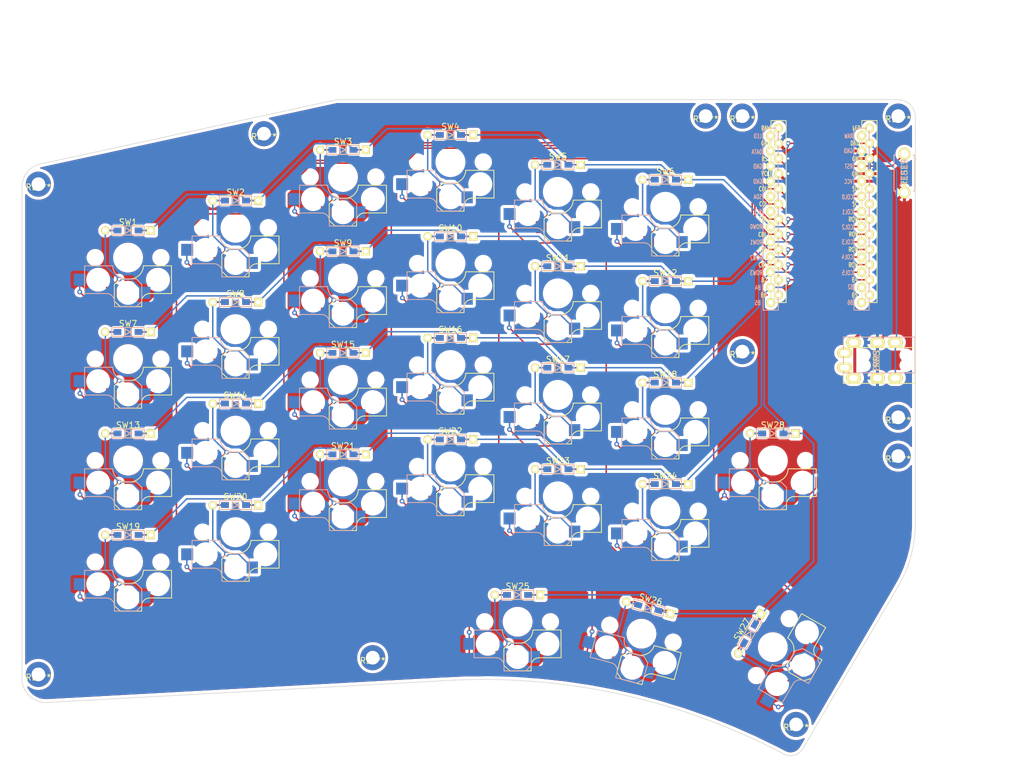
<source format=kicad_pcb>
(kicad_pcb (version 20171130) (host pcbnew "(5.1.10)-1")
  (layers (0 F.Cu signal) (31 B.Cu signal) (34 B.Paste user) (35 F.Paste user) (36 B.SilkS user) (37 F.SilkS user) (38 B.Mask user) (39 F.Mask user) (44 Edge.Cuts user))
  (net 0 "")
  (net 1 "Net-(D1-Pad2)")
  (net 2 row0)
  (net 3 row1)
  (net 4 "Net-(D2-Pad2)")
  (net 5 row2)
  (net 6 "Net-(D3-Pad2)")
  (net 7 row3)
  (net 8 "Net-(D4-Pad2)")
  (net 9 "Net-(D5-Pad2)")
  (net 10 row4)
  (net 11 "Net-(D6-Pad2)")
  (net 12 "Net-(D7-Pad2)")
  (net 13 "Net-(D8-Pad2)")
  (net 14 "Net-(D9-Pad2)")
  (net 15 "Net-(D10-Pad2)")
  (net 16 "Net-(D11-Pad2)")
  (net 17 "Net-(D12-Pad2)")
  (net 18 "Net-(D13-Pad2)")
  (net 19 "Net-(D14-Pad2)")
  (net 20 "Net-(D15-Pad2)")
  (net 21 "Net-(D16-Pad2)")
  (net 22 "Net-(D17-Pad2)")
  (net 23 "Net-(D18-Pad2)")
  (net 24 "Net-(D19-Pad2)")
  (net 25 "Net-(D20-Pad2)")
  (net 26 "Net-(D21-Pad2)")
  (net 27 "Net-(D22-Pad2)")
  (net 28 "Net-(D23-Pad2)")
  (net 29 "Net-(D24-Pad2)")
  (net 30 "Net-(D26-Pad2)")
  (net 31 "Net-(D27-Pad2)")
  (net 32 VCC)
  (net 33 "Net-(J1-PadA)")
  (net 34 data)
  (net 35 GND)
  (net 36 reset)
  (net 37 col0)
  (net 38 col1)
  (net 39 col2)
  (net 40 col3)
  (net 41 col4)
  (net 42 col5)
  (net 43 "Net-(U1-Pad24)")
  (net 44 "Net-(U1-Pad12)")
  (net 45 "Net-(U1-Pad6)")
  (net 46 "Net-(U1-Pad5)")
  (net 47 "Net-(U1-Pad1)")
  (net 48 "Net-(U1-Pad14)")
  (net 49 "Net-(U1-Pad13)")
  (net 50 "Net-(D25-Pad2)")
  (net 51 "Net-(D28-Pad2)")
  (module ormcat:ChocV1_Hotswap_Reverse (layer F.Cu) (at 89 88)
    (fp_text reference SW8 (at 0 -5.95) (layer F.SilkS))
    (fp_text value SW_PUSH hide)
    (pad "" np_thru_hole circle (at 5 3.7 270) (size 3 3) (drill 3) (layers *.Cu *.Mask))
    (pad 2 smd rect (at -2.8 5.9 180) (size 1.8 2) (layers F.Cu F.Paste F.Mask) (net 13 "Net-(D8-Pad2)"))
    (pad 1 smd rect (at 8.1 3.7 180) (size 2 2) (layers F.Cu F.Paste F.Mask) (net 38 col1))
    (pad 1 smd rect (at -8.1 3.7 180) (size 2 2) (layers B.Cu B.Paste B.Mask) (net 38 col1))
    (pad 2 smd rect (at 2.8 5.9 180) (size 1.9 2) (layers B.Cu B.Paste B.Mask) (net 13 "Net-(D8-Pad2)"))
    (pad "" np_thru_hole circle (at -5 3.7 90) (size 3 3) (drill 3) (layers *.Cu *.Mask))
    (pad "" np_thru_hole circle (at 0 5.9 90) (size 3 3) (drill 3) (layers *.Cu *.Mask))
    (pad "" np_thru_hole circle (at 0 0 90) (size 4 4) (drill 4) (layers *.Cu *.Mask))
    (pad "" np_thru_hole circle (at -5.5 0 90) (size 1.9 1.9) (drill 1.9) (layers *.Cu *.Mask))
    (pad "" np_thru_hole circle (at 5.5 0 90) (size 1.9 1.9) (drill 1.9) (layers *.Cu *.Mask))
  )
  (module kbd:M2_Hole_TH (layer F.Cu) (at 167.75 52.3)
    (fp_text reference REF** (at 0 0.5) (layer F.SilkS))
    (fp_text value M2_Hole_TH)
    (pad "" thru_hole circle (at 0 0) (size 4.2 4.2) (drill 2.3) (layers *.Cu *.Mask))
  )
  (module kbd:M2_Hole_TH (layer F.Cu) (at 200 109.25)
    (fp_text reference REF** (at 0 0.5) (layer F.SilkS))
    (fp_text value M2_Hole_TH)
    (pad "" thru_hole circle (at 0 0) (size 4.2 4.2) (drill 2.3) (layers *.Cu *.Mask))
  )
  (module kbd:M2_Hole_TH (layer F.Cu) (at 182.9 154.2)
    (fp_text reference REF** (at 0 0.5) (layer F.SilkS))
    (fp_text value M2_Hole_TH)
    (pad "" thru_hole circle (at 0 0) (size 4.2 4.2) (drill 2.3) (layers *.Cu *.Mask))
  )
  (module kbd:M2_Hole_TH (layer F.Cu) (at 111.98 143.02)
    (fp_text reference REF** (at 0 0.5) (layer F.SilkS))
    (fp_text value M2_Hole_TH)
    (pad "" thru_hole circle (at 0 0) (size 4.2 4.2) (drill 2.3) (layers *.Cu *.Mask))
  )
  (module kbd:M2_Hole_TH (layer F.Cu) (at 173.9 91.75)
    (fp_text reference REF** (at 0 0.5) (layer F.SilkS))
    (fp_text value M2_Hole_TH)
    (pad "" thru_hole circle (at 0 0) (size 4.2 4.2) (drill 2.3) (layers *.Cu *.Mask))
  )
  (module kbd:M2_Hole_TH (layer F.Cu) (at 200 102.75)
    (fp_text reference REF** (at 0 0.5) (layer F.SilkS))
    (fp_text value M2_Hole_TH)
    (pad "" thru_hole circle (at 0 0) (size 4.2 4.2) (drill 2.3) (layers *.Cu *.Mask))
  )
  (module kbd:M2_Hole_TH (layer F.Cu) (at 173.9 52.3)
    (fp_text reference REF** (at 0 0.5) (layer F.SilkS))
    (fp_text value M2_Hole_TH)
    (pad "" thru_hole circle (at 0 0) (size 4.2 4.2) (drill 2.3) (layers *.Cu *.Mask))
  )
  (module kbd:M2_Hole_TH (layer F.Cu) (at 200 52.3)
    (fp_text reference REF** (at 0 0.5) (layer F.SilkS))
    (fp_text value M2_Hole_TH)
    (pad "" thru_hole circle (at 0 0) (size 4.2 4.2) (drill 2.3) (layers *.Cu *.Mask))
  )
  (module kbd:M2_Hole_TH (layer F.Cu) (at 93.75 55.25)
    (fp_text reference REF** (at 0 0.5) (layer F.SilkS))
    (fp_text value M2_Hole_TH)
    (pad "" thru_hole circle (at 0 0) (size 4.2 4.2) (drill 2.3) (layers *.Cu *.Mask))
  )
  (module kbd:M2_Hole_TH (layer F.Cu) (at 55.98 63.7)
    (fp_text reference REF** (at 0 0.5) (layer F.SilkS))
    (fp_text value M2_Hole_TH)
    (pad "" thru_hole circle (at 0 0) (size 4.2 4.2) (drill 2.3) (layers *.Cu *.Mask))
  )
  (module kbd:M2_Hole_TH (layer F.Cu) (at 55.98 145.82)
    (fp_text reference REF** (at 0 0.5) (layer F.SilkS))
    (fp_text value M2_Hole_TH)
    (pad "" thru_hole circle (at 0 0) (size 4.2 4.2) (drill 2.3) (layers *.Cu *.Mask))
  )
  (module ormcat:D3_TH_SMD (layer F.Cu) (at 71 71.45 180)
    (fp_text reference D1 hide)
    (fp_text value D hide)
    (pad 2 smd rect (at 1.775 0 180) (size 1.3 0.95) (layers F.Cu F.Paste F.Mask) (net 1 "Net-(D1-Pad2)"))
    (pad 2 thru_hole circle (at 3.81 0 180) (size 1.397 1.397) (drill 0.8128) (layers *.Cu *.Mask F.SilkS) (net 1 "Net-(D1-Pad2)"))
    (pad 1 thru_hole rect (at -3.81 0 180) (size 1.397 1.397) (drill 0.8128) (layers *.Cu *.Mask F.SilkS) (net 2 row0))
    (pad 1 smd rect (at -1.775 0 180) (size 1.3 0.95) (layers B.Cu B.Paste B.Mask) (net 2 row0))
    (pad 2 smd rect (at 1.775 0 180) (size 1.3 0.95) (layers B.Cu B.Paste B.Mask) (net 1 "Net-(D1-Pad2)"))
    (pad 1 smd rect (at -1.775 0 180) (size 1.3 0.95) (layers F.Cu F.Paste F.Mask) (net 2 row0))
  )
  (module ormcat:D3_TH_SMD (layer F.Cu) (at 89 66.45 180)
    (fp_text reference D2 hide)
    (fp_text value D hide)
    (pad 2 smd rect (at 1.775 0 180) (size 1.3 0.95) (layers F.Cu F.Paste F.Mask) (net 4 "Net-(D2-Pad2)"))
    (pad 2 thru_hole circle (at 3.81 0 180) (size 1.397 1.397) (drill 0.8128) (layers *.Cu *.Mask F.SilkS) (net 4 "Net-(D2-Pad2)"))
    (pad 1 thru_hole rect (at -3.81 0 180) (size 1.397 1.397) (drill 0.8128) (layers *.Cu *.Mask F.SilkS) (net 2 row0))
    (pad 1 smd rect (at -1.775 0 180) (size 1.3 0.95) (layers B.Cu B.Paste B.Mask) (net 2 row0))
    (pad 2 smd rect (at 1.775 0 180) (size 1.3 0.95) (layers B.Cu B.Paste B.Mask) (net 4 "Net-(D2-Pad2)"))
    (pad 1 smd rect (at -1.775 0 180) (size 1.3 0.95) (layers F.Cu F.Paste F.Mask) (net 2 row0))
  )
  (module ormcat:D3_TH_SMD (layer F.Cu) (at 107 57.95 180)
    (fp_text reference D3 hide)
    (fp_text value D hide)
    (pad 2 smd rect (at 1.775 0 180) (size 1.3 0.95) (layers F.Cu F.Paste F.Mask) (net 6 "Net-(D3-Pad2)"))
    (pad 2 thru_hole circle (at 3.81 0 180) (size 1.397 1.397) (drill 0.8128) (layers *.Cu *.Mask F.SilkS) (net 6 "Net-(D3-Pad2)"))
    (pad 1 thru_hole rect (at -3.81 0 180) (size 1.397 1.397) (drill 0.8128) (layers *.Cu *.Mask F.SilkS) (net 2 row0))
    (pad 1 smd rect (at -1.775 0 180) (size 1.3 0.95) (layers B.Cu B.Paste B.Mask) (net 2 row0))
    (pad 2 smd rect (at 1.775 0 180) (size 1.3 0.95) (layers B.Cu B.Paste B.Mask) (net 6 "Net-(D3-Pad2)"))
    (pad 1 smd rect (at -1.775 0 180) (size 1.3 0.95) (layers F.Cu F.Paste F.Mask) (net 2 row0))
  )
  (module ormcat:D3_TH_SMD (layer F.Cu) (at 125 55.45 180)
    (fp_text reference D4 hide)
    (fp_text value D hide)
    (pad 2 smd rect (at 1.775 0 180) (size 1.3 0.95) (layers F.Cu F.Paste F.Mask) (net 8 "Net-(D4-Pad2)"))
    (pad 2 thru_hole circle (at 3.81 0 180) (size 1.397 1.397) (drill 0.8128) (layers *.Cu *.Mask F.SilkS) (net 8 "Net-(D4-Pad2)"))
    (pad 1 thru_hole rect (at -3.81 0 180) (size 1.397 1.397) (drill 0.8128) (layers *.Cu *.Mask F.SilkS) (net 2 row0))
    (pad 1 smd rect (at -1.775 0 180) (size 1.3 0.95) (layers B.Cu B.Paste B.Mask) (net 2 row0))
    (pad 2 smd rect (at 1.775 0 180) (size 1.3 0.95) (layers B.Cu B.Paste B.Mask) (net 8 "Net-(D4-Pad2)"))
    (pad 1 smd rect (at -1.775 0 180) (size 1.3 0.95) (layers F.Cu F.Paste F.Mask) (net 2 row0))
  )
  (module ormcat:D3_TH_SMD (layer F.Cu) (at 143 60.45 180)
    (fp_text reference D5 hide)
    (fp_text value D hide)
    (pad 2 smd rect (at 1.775 0 180) (size 1.3 0.95) (layers F.Cu F.Paste F.Mask) (net 9 "Net-(D5-Pad2)"))
    (pad 2 thru_hole circle (at 3.81 0 180) (size 1.397 1.397) (drill 0.8128) (layers *.Cu *.Mask F.SilkS) (net 9 "Net-(D5-Pad2)"))
    (pad 1 thru_hole rect (at -3.81 0 180) (size 1.397 1.397) (drill 0.8128) (layers *.Cu *.Mask F.SilkS) (net 2 row0))
    (pad 1 smd rect (at -1.775 0 180) (size 1.3 0.95) (layers B.Cu B.Paste B.Mask) (net 2 row0))
    (pad 2 smd rect (at 1.775 0 180) (size 1.3 0.95) (layers B.Cu B.Paste B.Mask) (net 9 "Net-(D5-Pad2)"))
    (pad 1 smd rect (at -1.775 0 180) (size 1.3 0.95) (layers F.Cu F.Paste F.Mask) (net 2 row0))
  )
  (module ormcat:D3_TH_SMD (layer F.Cu) (at 161 62.95 180)
    (fp_text reference D6 hide)
    (fp_text value D hide)
    (pad 2 smd rect (at 1.775 0 180) (size 1.3 0.95) (layers F.Cu F.Paste F.Mask) (net 11 "Net-(D6-Pad2)"))
    (pad 2 thru_hole circle (at 3.81 0 180) (size 1.397 1.397) (drill 0.8128) (layers *.Cu *.Mask F.SilkS) (net 11 "Net-(D6-Pad2)"))
    (pad 1 thru_hole rect (at -3.81 0 180) (size 1.397 1.397) (drill 0.8128) (layers *.Cu *.Mask F.SilkS) (net 2 row0))
    (pad 1 smd rect (at -1.775 0 180) (size 1.3 0.95) (layers B.Cu B.Paste B.Mask) (net 2 row0))
    (pad 2 smd rect (at 1.775 0 180) (size 1.3 0.95) (layers B.Cu B.Paste B.Mask) (net 11 "Net-(D6-Pad2)"))
    (pad 1 smd rect (at -1.775 0 180) (size 1.3 0.95) (layers F.Cu F.Paste F.Mask) (net 2 row0))
  )
  (module ormcat:D3_TH_SMD (layer F.Cu) (at 70.99 88.45 180)
    (fp_text reference D7 hide)
    (fp_text value D hide)
    (pad 2 smd rect (at 1.775 0 180) (size 1.3 0.95) (layers F.Cu F.Paste F.Mask) (net 12 "Net-(D7-Pad2)"))
    (pad 2 thru_hole circle (at 3.81 0 180) (size 1.397 1.397) (drill 0.8128) (layers *.Cu *.Mask F.SilkS) (net 12 "Net-(D7-Pad2)"))
    (pad 1 thru_hole rect (at -3.81 0 180) (size 1.397 1.397) (drill 0.8128) (layers *.Cu *.Mask F.SilkS) (net 3 row1))
    (pad 1 smd rect (at -1.775 0 180) (size 1.3 0.95) (layers B.Cu B.Paste B.Mask) (net 3 row1))
    (pad 2 smd rect (at 1.775 0 180) (size 1.3 0.95) (layers B.Cu B.Paste B.Mask) (net 12 "Net-(D7-Pad2)"))
    (pad 1 smd rect (at -1.775 0 180) (size 1.3 0.95) (layers F.Cu F.Paste F.Mask) (net 3 row1))
  )
  (module ormcat:D3_TH_SMD (layer F.Cu) (at 89 83.45 180)
    (fp_text reference D8 hide)
    (fp_text value D hide)
    (pad 2 smd rect (at 1.775 0 180) (size 1.3 0.95) (layers F.Cu F.Paste F.Mask) (net 13 "Net-(D8-Pad2)"))
    (pad 2 thru_hole circle (at 3.81 0 180) (size 1.397 1.397) (drill 0.8128) (layers *.Cu *.Mask F.SilkS) (net 13 "Net-(D8-Pad2)"))
    (pad 1 thru_hole rect (at -3.81 0 180) (size 1.397 1.397) (drill 0.8128) (layers *.Cu *.Mask F.SilkS) (net 3 row1))
    (pad 1 smd rect (at -1.775 0 180) (size 1.3 0.95) (layers B.Cu B.Paste B.Mask) (net 3 row1))
    (pad 2 smd rect (at 1.775 0 180) (size 1.3 0.95) (layers B.Cu B.Paste B.Mask) (net 13 "Net-(D8-Pad2)"))
    (pad 1 smd rect (at -1.775 0 180) (size 1.3 0.95) (layers F.Cu F.Paste F.Mask) (net 3 row1))
  )
  (module ormcat:D3_TH_SMD (layer F.Cu) (at 107 74.95 180)
    (fp_text reference D9 hide)
    (fp_text value D hide)
    (pad 2 smd rect (at 1.775 0 180) (size 1.3 0.95) (layers F.Cu F.Paste F.Mask) (net 14 "Net-(D9-Pad2)"))
    (pad 2 thru_hole circle (at 3.81 0 180) (size 1.397 1.397) (drill 0.8128) (layers *.Cu *.Mask F.SilkS) (net 14 "Net-(D9-Pad2)"))
    (pad 1 thru_hole rect (at -3.81 0 180) (size 1.397 1.397) (drill 0.8128) (layers *.Cu *.Mask F.SilkS) (net 3 row1))
    (pad 1 smd rect (at -1.775 0 180) (size 1.3 0.95) (layers B.Cu B.Paste B.Mask) (net 3 row1))
    (pad 2 smd rect (at 1.775 0 180) (size 1.3 0.95) (layers B.Cu B.Paste B.Mask) (net 14 "Net-(D9-Pad2)"))
    (pad 1 smd rect (at -1.775 0 180) (size 1.3 0.95) (layers F.Cu F.Paste F.Mask) (net 3 row1))
  )
  (module ormcat:D3_TH_SMD (layer F.Cu) (at 125 72.45 180)
    (fp_text reference D10 hide)
    (fp_text value D hide)
    (pad 2 smd rect (at 1.775 0 180) (size 1.3 0.95) (layers F.Cu F.Paste F.Mask) (net 15 "Net-(D10-Pad2)"))
    (pad 2 thru_hole circle (at 3.81 0 180) (size 1.397 1.397) (drill 0.8128) (layers *.Cu *.Mask F.SilkS) (net 15 "Net-(D10-Pad2)"))
    (pad 1 thru_hole rect (at -3.81 0 180) (size 1.397 1.397) (drill 0.8128) (layers *.Cu *.Mask F.SilkS) (net 3 row1))
    (pad 1 smd rect (at -1.775 0 180) (size 1.3 0.95) (layers B.Cu B.Paste B.Mask) (net 3 row1))
    (pad 2 smd rect (at 1.775 0 180) (size 1.3 0.95) (layers B.Cu B.Paste B.Mask) (net 15 "Net-(D10-Pad2)"))
    (pad 1 smd rect (at -1.775 0 180) (size 1.3 0.95) (layers F.Cu F.Paste F.Mask) (net 3 row1))
  )
  (module ormcat:D3_TH_SMD (layer F.Cu) (at 143 77.45 180)
    (fp_text reference D11 hide)
    (fp_text value D hide)
    (pad 2 smd rect (at 1.775 0 180) (size 1.3 0.95) (layers F.Cu F.Paste F.Mask) (net 16 "Net-(D11-Pad2)"))
    (pad 2 thru_hole circle (at 3.81 0 180) (size 1.397 1.397) (drill 0.8128) (layers *.Cu *.Mask F.SilkS) (net 16 "Net-(D11-Pad2)"))
    (pad 1 thru_hole rect (at -3.81 0 180) (size 1.397 1.397) (drill 0.8128) (layers *.Cu *.Mask F.SilkS) (net 3 row1))
    (pad 1 smd rect (at -1.775 0 180) (size 1.3 0.95) (layers B.Cu B.Paste B.Mask) (net 3 row1))
    (pad 2 smd rect (at 1.775 0 180) (size 1.3 0.95) (layers B.Cu B.Paste B.Mask) (net 16 "Net-(D11-Pad2)"))
    (pad 1 smd rect (at -1.775 0 180) (size 1.3 0.95) (layers F.Cu F.Paste F.Mask) (net 3 row1))
  )
  (module ormcat:D3_TH_SMD (layer F.Cu) (at 161 79.95 180)
    (fp_text reference D12 hide)
    (fp_text value D hide)
    (pad 2 smd rect (at 1.775 0 180) (size 1.3 0.95) (layers F.Cu F.Paste F.Mask) (net 17 "Net-(D12-Pad2)"))
    (pad 2 thru_hole circle (at 3.81 0 180) (size 1.397 1.397) (drill 0.8128) (layers *.Cu *.Mask F.SilkS) (net 17 "Net-(D12-Pad2)"))
    (pad 1 thru_hole rect (at -3.81 0 180) (size 1.397 1.397) (drill 0.8128) (layers *.Cu *.Mask F.SilkS) (net 3 row1))
    (pad 1 smd rect (at -1.775 0 180) (size 1.3 0.95) (layers B.Cu B.Paste B.Mask) (net 3 row1))
    (pad 2 smd rect (at 1.775 0 180) (size 1.3 0.95) (layers B.Cu B.Paste B.Mask) (net 17 "Net-(D12-Pad2)"))
    (pad 1 smd rect (at -1.775 0 180) (size 1.3 0.95) (layers F.Cu F.Paste F.Mask) (net 3 row1))
  )
  (module ormcat:D3_TH_SMD (layer F.Cu) (at 71 105.45 180)
    (fp_text reference D13 hide)
    (fp_text value D hide)
    (pad 2 smd rect (at 1.775 0 180) (size 1.3 0.95) (layers F.Cu F.Paste F.Mask) (net 18 "Net-(D13-Pad2)"))
    (pad 2 thru_hole circle (at 3.81 0 180) (size 1.397 1.397) (drill 0.8128) (layers *.Cu *.Mask F.SilkS) (net 18 "Net-(D13-Pad2)"))
    (pad 1 thru_hole rect (at -3.81 0 180) (size 1.397 1.397) (drill 0.8128) (layers *.Cu *.Mask F.SilkS) (net 5 row2))
    (pad 1 smd rect (at -1.775 0 180) (size 1.3 0.95) (layers B.Cu B.Paste B.Mask) (net 5 row2))
    (pad 2 smd rect (at 1.775 0 180) (size 1.3 0.95) (layers B.Cu B.Paste B.Mask) (net 18 "Net-(D13-Pad2)"))
    (pad 1 smd rect (at -1.775 0 180) (size 1.3 0.95) (layers F.Cu F.Paste F.Mask) (net 5 row2))
  )
  (module ormcat:D3_TH_SMD (layer F.Cu) (at 89 100.45 180)
    (fp_text reference D14 hide)
    (fp_text value D hide)
    (pad 2 smd rect (at 1.775 0 180) (size 1.3 0.95) (layers F.Cu F.Paste F.Mask) (net 19 "Net-(D14-Pad2)"))
    (pad 2 thru_hole circle (at 3.81 0 180) (size 1.397 1.397) (drill 0.8128) (layers *.Cu *.Mask F.SilkS) (net 19 "Net-(D14-Pad2)"))
    (pad 1 thru_hole rect (at -3.81 0 180) (size 1.397 1.397) (drill 0.8128) (layers *.Cu *.Mask F.SilkS) (net 5 row2))
    (pad 1 smd rect (at -1.775 0 180) (size 1.3 0.95) (layers B.Cu B.Paste B.Mask) (net 5 row2))
    (pad 2 smd rect (at 1.775 0 180) (size 1.3 0.95) (layers B.Cu B.Paste B.Mask) (net 19 "Net-(D14-Pad2)"))
    (pad 1 smd rect (at -1.775 0 180) (size 1.3 0.95) (layers F.Cu F.Paste F.Mask) (net 5 row2))
  )
  (module ormcat:D3_TH_SMD (layer F.Cu) (at 107 91.95 180)
    (fp_text reference D15 hide)
    (fp_text value D hide)
    (pad 2 smd rect (at 1.775 0 180) (size 1.3 0.95) (layers F.Cu F.Paste F.Mask) (net 20 "Net-(D15-Pad2)"))
    (pad 2 thru_hole circle (at 3.81 0 180) (size 1.397 1.397) (drill 0.8128) (layers *.Cu *.Mask F.SilkS) (net 20 "Net-(D15-Pad2)"))
    (pad 1 thru_hole rect (at -3.81 0 180) (size 1.397 1.397) (drill 0.8128) (layers *.Cu *.Mask F.SilkS) (net 5 row2))
    (pad 1 smd rect (at -1.775 0 180) (size 1.3 0.95) (layers B.Cu B.Paste B.Mask) (net 5 row2))
    (pad 2 smd rect (at 1.775 0 180) (size 1.3 0.95) (layers B.Cu B.Paste B.Mask) (net 20 "Net-(D15-Pad2)"))
    (pad 1 smd rect (at -1.775 0 180) (size 1.3 0.95) (layers F.Cu F.Paste F.Mask) (net 5 row2))
  )
  (module ormcat:D3_TH_SMD (layer F.Cu) (at 125 89.45 180)
    (fp_text reference D16 hide)
    (fp_text value D hide)
    (pad 2 smd rect (at 1.775 0 180) (size 1.3 0.95) (layers F.Cu F.Paste F.Mask) (net 21 "Net-(D16-Pad2)"))
    (pad 2 thru_hole circle (at 3.81 0 180) (size 1.397 1.397) (drill 0.8128) (layers *.Cu *.Mask F.SilkS) (net 21 "Net-(D16-Pad2)"))
    (pad 1 thru_hole rect (at -3.81 0 180) (size 1.397 1.397) (drill 0.8128) (layers *.Cu *.Mask F.SilkS) (net 5 row2))
    (pad 1 smd rect (at -1.775 0 180) (size 1.3 0.95) (layers B.Cu B.Paste B.Mask) (net 5 row2))
    (pad 2 smd rect (at 1.775 0 180) (size 1.3 0.95) (layers B.Cu B.Paste B.Mask) (net 21 "Net-(D16-Pad2)"))
    (pad 1 smd rect (at -1.775 0 180) (size 1.3 0.95) (layers F.Cu F.Paste F.Mask) (net 5 row2))
  )
  (module ormcat:D3_TH_SMD (layer F.Cu) (at 143 94.45 180)
    (fp_text reference D17 hide)
    (fp_text value D hide)
    (pad 2 smd rect (at 1.775 0 180) (size 1.3 0.95) (layers F.Cu F.Paste F.Mask) (net 22 "Net-(D17-Pad2)"))
    (pad 2 thru_hole circle (at 3.81 0 180) (size 1.397 1.397) (drill 0.8128) (layers *.Cu *.Mask F.SilkS) (net 22 "Net-(D17-Pad2)"))
    (pad 1 thru_hole rect (at -3.81 0 180) (size 1.397 1.397) (drill 0.8128) (layers *.Cu *.Mask F.SilkS) (net 5 row2))
    (pad 1 smd rect (at -1.775 0 180) (size 1.3 0.95) (layers B.Cu B.Paste B.Mask) (net 5 row2))
    (pad 2 smd rect (at 1.775 0 180) (size 1.3 0.95) (layers B.Cu B.Paste B.Mask) (net 22 "Net-(D17-Pad2)"))
    (pad 1 smd rect (at -1.775 0 180) (size 1.3 0.95) (layers F.Cu F.Paste F.Mask) (net 5 row2))
  )
  (module ormcat:D3_TH_SMD (layer F.Cu) (at 161 96.95 180)
    (fp_text reference D18 hide)
    (fp_text value D hide)
    (pad 2 smd rect (at 1.775 0 180) (size 1.3 0.95) (layers F.Cu F.Paste F.Mask) (net 23 "Net-(D18-Pad2)"))
    (pad 2 thru_hole circle (at 3.81 0 180) (size 1.397 1.397) (drill 0.8128) (layers *.Cu *.Mask F.SilkS) (net 23 "Net-(D18-Pad2)"))
    (pad 1 thru_hole rect (at -3.81 0 180) (size 1.397 1.397) (drill 0.8128) (layers *.Cu *.Mask F.SilkS) (net 5 row2))
    (pad 1 smd rect (at -1.775 0 180) (size 1.3 0.95) (layers B.Cu B.Paste B.Mask) (net 5 row2))
    (pad 2 smd rect (at 1.775 0 180) (size 1.3 0.95) (layers B.Cu B.Paste B.Mask) (net 23 "Net-(D18-Pad2)"))
    (pad 1 smd rect (at -1.775 0 180) (size 1.3 0.95) (layers F.Cu F.Paste F.Mask) (net 5 row2))
  )
  (module ormcat:D3_TH_SMD (layer F.Cu) (at 71 122.45 180)
    (fp_text reference D19 hide)
    (fp_text value D hide)
    (pad 2 smd rect (at 1.775 0 180) (size 1.3 0.95) (layers F.Cu F.Paste F.Mask) (net 24 "Net-(D19-Pad2)"))
    (pad 2 thru_hole circle (at 3.81 0 180) (size 1.397 1.397) (drill 0.8128) (layers *.Cu *.Mask F.SilkS) (net 24 "Net-(D19-Pad2)"))
    (pad 1 thru_hole rect (at -3.81 0 180) (size 1.397 1.397) (drill 0.8128) (layers *.Cu *.Mask F.SilkS) (net 7 row3))
    (pad 1 smd rect (at -1.775 0 180) (size 1.3 0.95) (layers B.Cu B.Paste B.Mask) (net 7 row3))
    (pad 2 smd rect (at 1.775 0 180) (size 1.3 0.95) (layers B.Cu B.Paste B.Mask) (net 24 "Net-(D19-Pad2)"))
    (pad 1 smd rect (at -1.775 0 180) (size 1.3 0.95) (layers F.Cu F.Paste F.Mask) (net 7 row3))
  )
  (module ormcat:D3_TH_SMD (layer F.Cu) (at 89 117.45 180)
    (fp_text reference D20 hide)
    (fp_text value D hide)
    (pad 2 smd rect (at 1.775 0 180) (size 1.3 0.95) (layers F.Cu F.Paste F.Mask) (net 25 "Net-(D20-Pad2)"))
    (pad 2 thru_hole circle (at 3.81 0 180) (size 1.397 1.397) (drill 0.8128) (layers *.Cu *.Mask F.SilkS) (net 25 "Net-(D20-Pad2)"))
    (pad 1 thru_hole rect (at -3.81 0 180) (size 1.397 1.397) (drill 0.8128) (layers *.Cu *.Mask F.SilkS) (net 7 row3))
    (pad 1 smd rect (at -1.775 0 180) (size 1.3 0.95) (layers B.Cu B.Paste B.Mask) (net 7 row3))
    (pad 2 smd rect (at 1.775 0 180) (size 1.3 0.95) (layers B.Cu B.Paste B.Mask) (net 25 "Net-(D20-Pad2)"))
    (pad 1 smd rect (at -1.775 0 180) (size 1.3 0.95) (layers F.Cu F.Paste F.Mask) (net 7 row3))
  )
  (module ormcat:D3_TH_SMD (layer F.Cu) (at 107 108.95 180)
    (fp_text reference D21 hide)
    (fp_text value D hide)
    (pad 2 smd rect (at 1.775 0 180) (size 1.3 0.95) (layers F.Cu F.Paste F.Mask) (net 26 "Net-(D21-Pad2)"))
    (pad 2 thru_hole circle (at 3.81 0 180) (size 1.397 1.397) (drill 0.8128) (layers *.Cu *.Mask F.SilkS) (net 26 "Net-(D21-Pad2)"))
    (pad 1 thru_hole rect (at -3.81 0 180) (size 1.397 1.397) (drill 0.8128) (layers *.Cu *.Mask F.SilkS) (net 7 row3))
    (pad 1 smd rect (at -1.775 0 180) (size 1.3 0.95) (layers B.Cu B.Paste B.Mask) (net 7 row3))
    (pad 2 smd rect (at 1.775 0 180) (size 1.3 0.95) (layers B.Cu B.Paste B.Mask) (net 26 "Net-(D21-Pad2)"))
    (pad 1 smd rect (at -1.775 0 180) (size 1.3 0.95) (layers F.Cu F.Paste F.Mask) (net 7 row3))
  )
  (module ormcat:D3_TH_SMD (layer F.Cu) (at 125 106.45 180)
    (fp_text reference D22 hide)
    (fp_text value D hide)
    (pad 2 smd rect (at 1.775 0 180) (size 1.3 0.95) (layers F.Cu F.Paste F.Mask) (net 27 "Net-(D22-Pad2)"))
    (pad 2 thru_hole circle (at 3.81 0 180) (size 1.397 1.397) (drill 0.8128) (layers *.Cu *.Mask F.SilkS) (net 27 "Net-(D22-Pad2)"))
    (pad 1 thru_hole rect (at -3.81 0 180) (size 1.397 1.397) (drill 0.8128) (layers *.Cu *.Mask F.SilkS) (net 7 row3))
    (pad 1 smd rect (at -1.775 0 180) (size 1.3 0.95) (layers B.Cu B.Paste B.Mask) (net 7 row3))
    (pad 2 smd rect (at 1.775 0 180) (size 1.3 0.95) (layers B.Cu B.Paste B.Mask) (net 27 "Net-(D22-Pad2)"))
    (pad 1 smd rect (at -1.775 0 180) (size 1.3 0.95) (layers F.Cu F.Paste F.Mask) (net 7 row3))
  )
  (module ormcat:D3_TH_SMD (layer F.Cu) (at 143 111.45 180)
    (fp_text reference D23 hide)
    (fp_text value D hide)
    (pad 2 smd rect (at 1.775 0 180) (size 1.3 0.95) (layers F.Cu F.Paste F.Mask) (net 28 "Net-(D23-Pad2)"))
    (pad 2 thru_hole circle (at 3.81 0 180) (size 1.397 1.397) (drill 0.8128) (layers *.Cu *.Mask F.SilkS) (net 28 "Net-(D23-Pad2)"))
    (pad 1 thru_hole rect (at -3.81 0 180) (size 1.397 1.397) (drill 0.8128) (layers *.Cu *.Mask F.SilkS) (net 7 row3))
    (pad 1 smd rect (at -1.775 0 180) (size 1.3 0.95) (layers B.Cu B.Paste B.Mask) (net 7 row3))
    (pad 2 smd rect (at 1.775 0 180) (size 1.3 0.95) (layers B.Cu B.Paste B.Mask) (net 28 "Net-(D23-Pad2)"))
    (pad 1 smd rect (at -1.775 0 180) (size 1.3 0.95) (layers F.Cu F.Paste F.Mask) (net 7 row3))
  )
  (module ormcat:D3_TH_SMD (layer F.Cu) (at 161 113.95 180)
    (fp_text reference D24 hide)
    (fp_text value D hide)
    (pad 2 smd rect (at 1.775 0 180) (size 1.3 0.95) (layers F.Cu F.Paste F.Mask) (net 29 "Net-(D24-Pad2)"))
    (pad 2 thru_hole circle (at 3.81 0 180) (size 1.397 1.397) (drill 0.8128) (layers *.Cu *.Mask F.SilkS) (net 29 "Net-(D24-Pad2)"))
    (pad 1 thru_hole rect (at -3.81 0 180) (size 1.397 1.397) (drill 0.8128) (layers *.Cu *.Mask F.SilkS) (net 7 row3))
    (pad 1 smd rect (at -1.775 0 180) (size 1.3 0.95) (layers B.Cu B.Paste B.Mask) (net 7 row3))
    (pad 2 smd rect (at 1.775 0 180) (size 1.3 0.95) (layers B.Cu B.Paste B.Mask) (net 29 "Net-(D24-Pad2)"))
    (pad 1 smd rect (at -1.775 0 180) (size 1.3 0.95) (layers F.Cu F.Paste F.Mask) (net 7 row3))
  )
  (module ormcat:D3_TH_SMD (layer F.Cu) (at 136.25 132.5 180)
    (fp_text reference D25 hide)
    (fp_text value D hide)
    (pad 2 smd rect (at 1.775 0 180) (size 1.3 0.95) (layers F.Cu F.Paste F.Mask) (net 50 "Net-(D25-Pad2)"))
    (pad 2 thru_hole circle (at 3.81 0 180) (size 1.397 1.397) (drill 0.8128) (layers *.Cu *.Mask F.SilkS) (net 50 "Net-(D25-Pad2)"))
    (pad 1 thru_hole rect (at -3.81 0 180) (size 1.397 1.397) (drill 0.8128) (layers *.Cu *.Mask F.SilkS) (net 10 row4))
    (pad 1 smd rect (at -1.775 0 180) (size 1.3 0.95) (layers B.Cu B.Paste B.Mask) (net 10 row4))
    (pad 2 smd rect (at 1.775 0 180) (size 1.3 0.95) (layers B.Cu B.Paste B.Mask) (net 50 "Net-(D25-Pad2)"))
    (pad 1 smd rect (at -1.775 0 180) (size 1.3 0.95) (layers F.Cu F.Paste F.Mask) (net 10 row4))
  )
  (module ormcat:D3_TH_SMD (layer F.Cu) (at 158.164686 134.653334 165)
    (fp_text reference D26 hide)
    (fp_text value D hide)
    (pad 2 smd rect (at 1.775 0 165) (size 1.3 0.95) (layers F.Cu F.Paste F.Mask) (net 30 "Net-(D26-Pad2)"))
    (pad 2 thru_hole circle (at 3.81 0 165) (size 1.397 1.397) (drill 0.8128) (layers *.Cu *.Mask F.SilkS) (net 30 "Net-(D26-Pad2)"))
    (pad 1 thru_hole rect (at -3.81 0 165) (size 1.397 1.397) (drill 0.8128) (layers *.Cu *.Mask F.SilkS) (net 10 row4))
    (pad 1 smd rect (at -1.775 0 165) (size 1.3 0.95) (layers B.Cu B.Paste B.Mask) (net 10 row4))
    (pad 2 smd rect (at 1.775 0 165) (size 1.3 0.95) (layers B.Cu B.Paste B.Mask) (net 30 "Net-(D26-Pad2)"))
    (pad 1 smd rect (at -1.775 0 165) (size 1.3 0.95) (layers F.Cu F.Paste F.Mask) (net 10 row4))
  )
  (module ormcat:D3_TH_SMD (layer F.Cu) (at 175.102886 139 240)
    (fp_text reference D27 hide)
    (fp_text value D hide)
    (pad 2 smd rect (at 1.775 0 240) (size 1.3 0.95) (layers F.Cu F.Paste F.Mask) (net 31 "Net-(D27-Pad2)"))
    (pad 2 thru_hole circle (at 3.81 0 240) (size 1.397 1.397) (drill 0.8128) (layers *.Cu *.Mask F.SilkS) (net 31 "Net-(D27-Pad2)"))
    (pad 1 thru_hole rect (at -3.81 0 240) (size 1.397 1.397) (drill 0.8128) (layers *.Cu *.Mask F.SilkS) (net 10 row4))
    (pad 1 smd rect (at -1.775 0 240) (size 1.3 0.95) (layers B.Cu B.Paste B.Mask) (net 10 row4))
    (pad 2 smd rect (at 1.775 0 240) (size 1.3 0.95) (layers B.Cu B.Paste B.Mask) (net 31 "Net-(D27-Pad2)"))
    (pad 1 smd rect (at -1.775 0 240) (size 1.3 0.95) (layers F.Cu F.Paste F.Mask) (net 10 row4))
  )
  (module ormcat:D3_TH_SMD (layer F.Cu) (at 179 105.45 180)
    (fp_text reference D28 hide)
    (fp_text value D hide)
    (pad 2 smd rect (at 1.775 0 180) (size 1.3 0.95) (layers F.Cu F.Paste F.Mask) (net 51 "Net-(D28-Pad2)"))
    (pad 2 thru_hole circle (at 3.81 0 180) (size 1.397 1.397) (drill 0.8128) (layers *.Cu *.Mask F.SilkS) (net 51 "Net-(D28-Pad2)"))
    (pad 1 thru_hole rect (at -3.81 0 180) (size 1.397 1.397) (drill 0.8128) (layers *.Cu *.Mask F.SilkS) (net 10 row4))
    (pad 1 smd rect (at -1.775 0 180) (size 1.3 0.95) (layers B.Cu B.Paste B.Mask) (net 10 row4))
    (pad 2 smd rect (at 1.775 0 180) (size 1.3 0.95) (layers B.Cu B.Paste B.Mask) (net 51 "Net-(D28-Pad2)"))
    (pad 1 smd rect (at -1.775 0 180) (size 1.3 0.95) (layers F.Cu F.Paste F.Mask) (net 10 row4))
  )
  (module ormcat:MJ-4PP-9 (layer F.Cu) (at 202.83 94.07 270)
    (fp_text reference J1)
    (fp_text value MJ-4PP-9 hide)
    (fp_text user TRRS (at -0.75 6.45 90) (layer F.SilkS))
    (fp_text user TRRS (at -0.8255 6.4135 90) (layer B.SilkS) (effects (justify mirror)))
    (pad A thru_hole oval (at -2.1 11.8 270) (size 1.7 2.5) (drill oval 1 1.5) (layers *.Cu *.Mask F.SilkS) (net 33 "Net-(J1-PadA)") (clearance 0.15))
    (pad D thru_hole oval (at 2.1 10.3 270) (size 1.7 2.5) (drill oval 1 1.5) (layers *.Cu *.Mask F.SilkS) (net 32 VCC) (clearance 0.15))
    (pad C thru_hole oval (at 2.1 6.3 270) (size 1.7 2.5) (drill oval 1 1.5) (layers *.Cu *.Mask F.SilkS) (net 35 GND))
    (pad B thru_hole oval (at 2.1 3.3 270) (size 1.7 2.5) (drill oval 1 1.5) (layers *.Cu *.Mask F.SilkS) (net 34 data))
    (pad "" np_thru_hole circle (at 0 8.5 270) (size 1.2 1.2) (drill 1.2) (layers *.Cu *.Mask F.SilkS))
    (pad "" np_thru_hole circle (at 0 1.5 270) (size 1.2 1.2) (drill 1.2) (layers *.Cu *.Mask F.SilkS))
    (pad C thru_hole oval (at -3.85 6.3 270) (size 1.7 2.5) (drill oval 1 1.5) (layers *.Cu *.Mask F.SilkS) (net 35 GND))
    (pad B thru_hole oval (at -3.85 3.3 270) (size 1.7 2.5) (drill oval 1 1.5) (layers *.Cu *.Mask F.SilkS) (net 34 data))
    (pad A thru_hole oval (at 0.35 11.8 270) (size 1.7 2.5) (drill oval 1 1.5) (layers *.Cu *.Mask F.SilkS) (net 33 "Net-(J1-PadA)") (clearance 0.15))
    (pad D thru_hole oval (at -3.85 10.3 270) (size 1.7 2.5) (drill oval 1 1.5) (layers *.Cu *.Mask F.SilkS) (net 32 VCC) (clearance 0.15))
    (pad "" np_thru_hole circle (at -1.75 1.5 270) (size 1.2 1.2) (drill 1.2) (layers *.Cu *.Mask F.SilkS))
    (pad "" np_thru_hole circle (at -1.75 8.5 270) (size 1.2 1.2) (drill 1.2) (layers *.Cu *.Mask F.SilkS))
  )
  (module ormcat:ChocV1_Hotswap_Reverse (layer F.Cu) (at 71 76)
    (fp_text reference SW1 (at 0 -5.95) (layer F.SilkS))
    (fp_text value SW_PUSH hide)
    (pad "" np_thru_hole circle (at 5 3.7 270) (size 3 3) (drill 3) (layers *.Cu *.Mask))
    (pad 2 smd rect (at -2.8 5.9 180) (size 1.8 2) (layers F.Cu F.Paste F.Mask) (net 1 "Net-(D1-Pad2)"))
    (pad 1 smd rect (at 8.1 3.7 180) (size 2 2) (layers F.Cu F.Paste F.Mask) (net 37 col0))
    (pad 1 smd rect (at -8.1 3.7 180) (size 2 2) (layers B.Cu B.Paste B.Mask) (net 37 col0))
    (pad 2 smd rect (at 2.8 5.9 180) (size 1.9 2) (layers B.Cu B.Paste B.Mask) (net 1 "Net-(D1-Pad2)"))
    (pad "" np_thru_hole circle (at -5 3.7 90) (size 3 3) (drill 3) (layers *.Cu *.Mask))
    (pad "" np_thru_hole circle (at 0 5.9 90) (size 3 3) (drill 3) (layers *.Cu *.Mask))
    (pad "" np_thru_hole circle (at 0 0 90) (size 4 4) (drill 4) (layers *.Cu *.Mask))
    (pad "" np_thru_hole circle (at -5.5 0 90) (size 1.9 1.9) (drill 1.9) (layers *.Cu *.Mask))
    (pad "" np_thru_hole circle (at 5.5 0 90) (size 1.9 1.9) (drill 1.9) (layers *.Cu *.Mask))
  )
  (module ormcat:ChocV1_Hotswap_Reverse (layer F.Cu) (at 89 71)
    (fp_text reference SW2 (at 0 -5.95) (layer F.SilkS))
    (fp_text value SW_PUSH hide)
    (pad "" np_thru_hole circle (at 5 3.7 270) (size 3 3) (drill 3) (layers *.Cu *.Mask))
    (pad 2 smd rect (at -2.8 5.9 180) (size 1.8 2) (layers F.Cu F.Paste F.Mask) (net 4 "Net-(D2-Pad2)"))
    (pad 1 smd rect (at 8.1 3.7 180) (size 2 2) (layers F.Cu F.Paste F.Mask) (net 38 col1))
    (pad 1 smd rect (at -8.1 3.7 180) (size 2 2) (layers B.Cu B.Paste B.Mask) (net 38 col1))
    (pad 2 smd rect (at 2.8 5.9 180) (size 1.9 2) (layers B.Cu B.Paste B.Mask) (net 4 "Net-(D2-Pad2)"))
    (pad "" np_thru_hole circle (at -5 3.7 90) (size 3 3) (drill 3) (layers *.Cu *.Mask))
    (pad "" np_thru_hole circle (at 0 5.9 90) (size 3 3) (drill 3) (layers *.Cu *.Mask))
    (pad "" np_thru_hole circle (at 0 0 90) (size 4 4) (drill 4) (layers *.Cu *.Mask))
    (pad "" np_thru_hole circle (at -5.5 0 90) (size 1.9 1.9) (drill 1.9) (layers *.Cu *.Mask))
    (pad "" np_thru_hole circle (at 5.5 0 90) (size 1.9 1.9) (drill 1.9) (layers *.Cu *.Mask))
  )
  (module ormcat:ChocV1_Hotswap_Reverse (layer F.Cu) (at 107 62.5)
    (fp_text reference SW3 (at 0 -5.95) (layer F.SilkS))
    (fp_text value SW_PUSH hide)
    (pad "" np_thru_hole circle (at 5 3.7 270) (size 3 3) (drill 3) (layers *.Cu *.Mask))
    (pad 2 smd rect (at -2.8 5.9 180) (size 1.8 2) (layers F.Cu F.Paste F.Mask) (net 6 "Net-(D3-Pad2)"))
    (pad 1 smd rect (at 8.1 3.7 180) (size 2 2) (layers F.Cu F.Paste F.Mask) (net 39 col2))
    (pad 1 smd rect (at -8.1 3.7 180) (size 2 2) (layers B.Cu B.Paste B.Mask) (net 39 col2))
    (pad 2 smd rect (at 2.8 5.9 180) (size 1.9 2) (layers B.Cu B.Paste B.Mask) (net 6 "Net-(D3-Pad2)"))
    (pad "" np_thru_hole circle (at -5 3.7 90) (size 3 3) (drill 3) (layers *.Cu *.Mask))
    (pad "" np_thru_hole circle (at 0 5.9 90) (size 3 3) (drill 3) (layers *.Cu *.Mask))
    (pad "" np_thru_hole circle (at 0 0 90) (size 4 4) (drill 4) (layers *.Cu *.Mask))
    (pad "" np_thru_hole circle (at -5.5 0 90) (size 1.9 1.9) (drill 1.9) (layers *.Cu *.Mask))
    (pad "" np_thru_hole circle (at 5.5 0 90) (size 1.9 1.9) (drill 1.9) (layers *.Cu *.Mask))
  )
  (module ormcat:ChocV1_Hotswap_Reverse (layer F.Cu) (at 125 60)
    (fp_text reference SW4 (at 0 -5.95) (layer F.SilkS))
    (fp_text value SW_PUSH hide)
    (pad "" np_thru_hole circle (at 5 3.7 270) (size 3 3) (drill 3) (layers *.Cu *.Mask))
    (pad 2 smd rect (at -2.8 5.9 180) (size 1.8 2) (layers F.Cu F.Paste F.Mask) (net 8 "Net-(D4-Pad2)"))
    (pad 1 smd rect (at 8.1 3.7 180) (size 2 2) (layers F.Cu F.Paste F.Mask) (net 40 col3))
    (pad 1 smd rect (at -8.1 3.7 180) (size 2 2) (layers B.Cu B.Paste B.Mask) (net 40 col3))
    (pad 2 smd rect (at 2.8 5.9 180) (size 1.9 2) (layers B.Cu B.Paste B.Mask) (net 8 "Net-(D4-Pad2)"))
    (pad "" np_thru_hole circle (at -5 3.7 90) (size 3 3) (drill 3) (layers *.Cu *.Mask))
    (pad "" np_thru_hole circle (at 0 5.9 90) (size 3 3) (drill 3) (layers *.Cu *.Mask))
    (pad "" np_thru_hole circle (at 0 0 90) (size 4 4) (drill 4) (layers *.Cu *.Mask))
    (pad "" np_thru_hole circle (at -5.5 0 90) (size 1.9 1.9) (drill 1.9) (layers *.Cu *.Mask))
    (pad "" np_thru_hole circle (at 5.5 0 90) (size 1.9 1.9) (drill 1.9) (layers *.Cu *.Mask))
  )
  (module ormcat:ChocV1_Hotswap_Reverse (layer F.Cu) (at 143 65)
    (fp_text reference SW5 (at 0 -5.95) (layer F.SilkS))
    (fp_text value SW_PUSH hide)
    (pad "" np_thru_hole circle (at 5 3.7 270) (size 3 3) (drill 3) (layers *.Cu *.Mask))
    (pad 2 smd rect (at -2.8 5.9 180) (size 1.8 2) (layers F.Cu F.Paste F.Mask) (net 9 "Net-(D5-Pad2)"))
    (pad 1 smd rect (at 8.1 3.7 180) (size 2 2) (layers F.Cu F.Paste F.Mask) (net 41 col4))
    (pad 1 smd rect (at -8.1 3.7 180) (size 2 2) (layers B.Cu B.Paste B.Mask) (net 41 col4))
    (pad 2 smd rect (at 2.8 5.9 180) (size 1.9 2) (layers B.Cu B.Paste B.Mask) (net 9 "Net-(D5-Pad2)"))
    (pad "" np_thru_hole circle (at -5 3.7 90) (size 3 3) (drill 3) (layers *.Cu *.Mask))
    (pad "" np_thru_hole circle (at 0 5.9 90) (size 3 3) (drill 3) (layers *.Cu *.Mask))
    (pad "" np_thru_hole circle (at 0 0 90) (size 4 4) (drill 4) (layers *.Cu *.Mask))
    (pad "" np_thru_hole circle (at -5.5 0 90) (size 1.9 1.9) (drill 1.9) (layers *.Cu *.Mask))
    (pad "" np_thru_hole circle (at 5.5 0 90) (size 1.9 1.9) (drill 1.9) (layers *.Cu *.Mask))
  )
  (module ormcat:ChocV1_Hotswap_Reverse (layer F.Cu) (at 161 67.5)
    (fp_text reference SW6 (at 0 -5.95) (layer F.SilkS))
    (fp_text value SW_PUSH hide)
    (pad "" np_thru_hole circle (at 5 3.7 270) (size 3 3) (drill 3) (layers *.Cu *.Mask))
    (pad 2 smd rect (at -2.8 5.9 180) (size 1.8 2) (layers F.Cu F.Paste F.Mask) (net 11 "Net-(D6-Pad2)"))
    (pad 1 smd rect (at 8.1 3.7 180) (size 2 2) (layers F.Cu F.Paste F.Mask) (net 42 col5))
    (pad 1 smd rect (at -8.1 3.7 180) (size 2 2) (layers B.Cu B.Paste B.Mask) (net 42 col5))
    (pad 2 smd rect (at 2.8 5.9 180) (size 1.9 2) (layers B.Cu B.Paste B.Mask) (net 11 "Net-(D6-Pad2)"))
    (pad "" np_thru_hole circle (at -5 3.7 90) (size 3 3) (drill 3) (layers *.Cu *.Mask))
    (pad "" np_thru_hole circle (at 0 5.9 90) (size 3 3) (drill 3) (layers *.Cu *.Mask))
    (pad "" np_thru_hole circle (at 0 0 90) (size 4 4) (drill 4) (layers *.Cu *.Mask))
    (pad "" np_thru_hole circle (at -5.5 0 90) (size 1.9 1.9) (drill 1.9) (layers *.Cu *.Mask))
    (pad "" np_thru_hole circle (at 5.5 0 90) (size 1.9 1.9) (drill 1.9) (layers *.Cu *.Mask))
  )
  (module ormcat:ChocV1_Hotswap_Reverse (layer F.Cu) (at 71 93)
    (fp_text reference SW7 (at 0 -5.95) (layer F.SilkS))
    (fp_text value SW_PUSH hide)
    (pad "" np_thru_hole circle (at 5 3.7 270) (size 3 3) (drill 3) (layers *.Cu *.Mask))
    (pad 2 smd rect (at -2.8 5.9 180) (size 1.8 2) (layers F.Cu F.Paste F.Mask) (net 12 "Net-(D7-Pad2)"))
    (pad 1 smd rect (at 8.1 3.7 180) (size 2 2) (layers F.Cu F.Paste F.Mask) (net 37 col0))
    (pad 1 smd rect (at -8.1 3.7 180) (size 2 2) (layers B.Cu B.Paste B.Mask) (net 37 col0))
    (pad 2 smd rect (at 2.8 5.9 180) (size 1.9 2) (layers B.Cu B.Paste B.Mask) (net 12 "Net-(D7-Pad2)"))
    (pad "" np_thru_hole circle (at -5 3.7 90) (size 3 3) (drill 3) (layers *.Cu *.Mask))
    (pad "" np_thru_hole circle (at 0 5.9 90) (size 3 3) (drill 3) (layers *.Cu *.Mask))
    (pad "" np_thru_hole circle (at 0 0 90) (size 4 4) (drill 4) (layers *.Cu *.Mask))
    (pad "" np_thru_hole circle (at -5.5 0 90) (size 1.9 1.9) (drill 1.9) (layers *.Cu *.Mask))
    (pad "" np_thru_hole circle (at 5.5 0 90) (size 1.9 1.9) (drill 1.9) (layers *.Cu *.Mask))
  )
  (module ormcat:ChocV1_Hotswap_Reverse (layer F.Cu) (at 107 79.5)
    (fp_text reference SW9 (at 0 -5.95) (layer F.SilkS))
    (fp_text value SW_PUSH hide)
    (pad "" np_thru_hole circle (at 5 3.7 270) (size 3 3) (drill 3) (layers *.Cu *.Mask))
    (pad 2 smd rect (at -2.8 5.9 180) (size 1.8 2) (layers F.Cu F.Paste F.Mask) (net 14 "Net-(D9-Pad2)"))
    (pad 1 smd rect (at 8.1 3.7 180) (size 2 2) (layers F.Cu F.Paste F.Mask) (net 39 col2))
    (pad 1 smd rect (at -8.1 3.7 180) (size 2 2) (layers B.Cu B.Paste B.Mask) (net 39 col2))
    (pad 2 smd rect (at 2.8 5.9 180) (size 1.9 2) (layers B.Cu B.Paste B.Mask) (net 14 "Net-(D9-Pad2)"))
    (pad "" np_thru_hole circle (at -5 3.7 90) (size 3 3) (drill 3) (layers *.Cu *.Mask))
    (pad "" np_thru_hole circle (at 0 5.9 90) (size 3 3) (drill 3) (layers *.Cu *.Mask))
    (pad "" np_thru_hole circle (at 0 0 90) (size 4 4) (drill 4) (layers *.Cu *.Mask))
    (pad "" np_thru_hole circle (at -5.5 0 90) (size 1.9 1.9) (drill 1.9) (layers *.Cu *.Mask))
    (pad "" np_thru_hole circle (at 5.5 0 90) (size 1.9 1.9) (drill 1.9) (layers *.Cu *.Mask))
  )
  (module ormcat:ChocV1_Hotswap_Reverse (layer F.Cu) (at 125 77)
    (fp_text reference SW10 (at 0 -5.95) (layer F.SilkS))
    (fp_text value SW_PUSH hide)
    (pad "" np_thru_hole circle (at 5 3.7 270) (size 3 3) (drill 3) (layers *.Cu *.Mask))
    (pad 2 smd rect (at -2.8 5.9 180) (size 1.8 2) (layers F.Cu F.Paste F.Mask) (net 15 "Net-(D10-Pad2)"))
    (pad 1 smd rect (at 8.1 3.7 180) (size 2 2) (layers F.Cu F.Paste F.Mask) (net 40 col3))
    (pad 1 smd rect (at -8.1 3.7 180) (size 2 2) (layers B.Cu B.Paste B.Mask) (net 40 col3))
    (pad 2 smd rect (at 2.8 5.9 180) (size 1.9 2) (layers B.Cu B.Paste B.Mask) (net 15 "Net-(D10-Pad2)"))
    (pad "" np_thru_hole circle (at -5 3.7 90) (size 3 3) (drill 3) (layers *.Cu *.Mask))
    (pad "" np_thru_hole circle (at 0 5.9 90) (size 3 3) (drill 3) (layers *.Cu *.Mask))
    (pad "" np_thru_hole circle (at 0 0 90) (size 4 4) (drill 4) (layers *.Cu *.Mask))
    (pad "" np_thru_hole circle (at -5.5 0 90) (size 1.9 1.9) (drill 1.9) (layers *.Cu *.Mask))
    (pad "" np_thru_hole circle (at 5.5 0 90) (size 1.9 1.9) (drill 1.9) (layers *.Cu *.Mask))
  )
  (module ormcat:ChocV1_Hotswap_Reverse (layer F.Cu) (at 143 82)
    (fp_text reference SW11 (at 0 -5.95) (layer F.SilkS))
    (fp_text value SW_PUSH hide)
    (pad "" np_thru_hole circle (at 5 3.7 270) (size 3 3) (drill 3) (layers *.Cu *.Mask))
    (pad 2 smd rect (at -2.8 5.9 180) (size 1.8 2) (layers F.Cu F.Paste F.Mask) (net 16 "Net-(D11-Pad2)"))
    (pad 1 smd rect (at 8.1 3.7 180) (size 2 2) (layers F.Cu F.Paste F.Mask) (net 41 col4))
    (pad 1 smd rect (at -8.1 3.7 180) (size 2 2) (layers B.Cu B.Paste B.Mask) (net 41 col4))
    (pad 2 smd rect (at 2.8 5.9 180) (size 1.9 2) (layers B.Cu B.Paste B.Mask) (net 16 "Net-(D11-Pad2)"))
    (pad "" np_thru_hole circle (at -5 3.7 90) (size 3 3) (drill 3) (layers *.Cu *.Mask))
    (pad "" np_thru_hole circle (at 0 5.9 90) (size 3 3) (drill 3) (layers *.Cu *.Mask))
    (pad "" np_thru_hole circle (at 0 0 90) (size 4 4) (drill 4) (layers *.Cu *.Mask))
    (pad "" np_thru_hole circle (at -5.5 0 90) (size 1.9 1.9) (drill 1.9) (layers *.Cu *.Mask))
    (pad "" np_thru_hole circle (at 5.5 0 90) (size 1.9 1.9) (drill 1.9) (layers *.Cu *.Mask))
  )
  (module ormcat:ChocV1_Hotswap_Reverse (layer F.Cu) (at 161 84.5)
    (fp_text reference SW12 (at 0 -5.95) (layer F.SilkS))
    (fp_text value SW_PUSH hide)
    (pad "" np_thru_hole circle (at 5 3.7 270) (size 3 3) (drill 3) (layers *.Cu *.Mask))
    (pad 2 smd rect (at -2.8 5.9 180) (size 1.8 2) (layers F.Cu F.Paste F.Mask) (net 17 "Net-(D12-Pad2)"))
    (pad 1 smd rect (at 8.1 3.7 180) (size 2 2) (layers F.Cu F.Paste F.Mask) (net 42 col5))
    (pad 1 smd rect (at -8.1 3.7 180) (size 2 2) (layers B.Cu B.Paste B.Mask) (net 42 col5))
    (pad 2 smd rect (at 2.8 5.9 180) (size 1.9 2) (layers B.Cu B.Paste B.Mask) (net 17 "Net-(D12-Pad2)"))
    (pad "" np_thru_hole circle (at -5 3.7 90) (size 3 3) (drill 3) (layers *.Cu *.Mask))
    (pad "" np_thru_hole circle (at 0 5.9 90) (size 3 3) (drill 3) (layers *.Cu *.Mask))
    (pad "" np_thru_hole circle (at 0 0 90) (size 4 4) (drill 4) (layers *.Cu *.Mask))
    (pad "" np_thru_hole circle (at -5.5 0 90) (size 1.9 1.9) (drill 1.9) (layers *.Cu *.Mask))
    (pad "" np_thru_hole circle (at 5.5 0 90) (size 1.9 1.9) (drill 1.9) (layers *.Cu *.Mask))
  )
  (module ormcat:ChocV1_Hotswap_Reverse (layer F.Cu) (at 71 110)
    (fp_text reference SW13 (at 0 -5.95) (layer F.SilkS))
    (fp_text value SW_PUSH hide)
    (pad "" np_thru_hole circle (at 5 3.7 270) (size 3 3) (drill 3) (layers *.Cu *.Mask))
    (pad 2 smd rect (at -2.8 5.9 180) (size 1.8 2) (layers F.Cu F.Paste F.Mask) (net 18 "Net-(D13-Pad2)"))
    (pad 1 smd rect (at 8.1 3.7 180) (size 2 2) (layers F.Cu F.Paste F.Mask) (net 37 col0))
    (pad 1 smd rect (at -8.1 3.7 180) (size 2 2) (layers B.Cu B.Paste B.Mask) (net 37 col0))
    (pad 2 smd rect (at 2.8 5.9 180) (size 1.9 2) (layers B.Cu B.Paste B.Mask) (net 18 "Net-(D13-Pad2)"))
    (pad "" np_thru_hole circle (at -5 3.7 90) (size 3 3) (drill 3) (layers *.Cu *.Mask))
    (pad "" np_thru_hole circle (at 0 5.9 90) (size 3 3) (drill 3) (layers *.Cu *.Mask))
    (pad "" np_thru_hole circle (at 0 0 90) (size 4 4) (drill 4) (layers *.Cu *.Mask))
    (pad "" np_thru_hole circle (at -5.5 0 90) (size 1.9 1.9) (drill 1.9) (layers *.Cu *.Mask))
    (pad "" np_thru_hole circle (at 5.5 0 90) (size 1.9 1.9) (drill 1.9) (layers *.Cu *.Mask))
  )
  (module ormcat:ChocV1_Hotswap_Reverse (layer F.Cu) (at 89 105)
    (fp_text reference SW14 (at 0 -5.95) (layer F.SilkS))
    (fp_text value SW_PUSH hide)
    (pad "" np_thru_hole circle (at 5 3.7 270) (size 3 3) (drill 3) (layers *.Cu *.Mask))
    (pad 2 smd rect (at -2.8 5.9 180) (size 1.8 2) (layers F.Cu F.Paste F.Mask) (net 19 "Net-(D14-Pad2)"))
    (pad 1 smd rect (at 8.1 3.7 180) (size 2 2) (layers F.Cu F.Paste F.Mask) (net 38 col1))
    (pad 1 smd rect (at -8.1 3.7 180) (size 2 2) (layers B.Cu B.Paste B.Mask) (net 38 col1))
    (pad 2 smd rect (at 2.8 5.9 180) (size 1.9 2) (layers B.Cu B.Paste B.Mask) (net 19 "Net-(D14-Pad2)"))
    (pad "" np_thru_hole circle (at -5 3.7 90) (size 3 3) (drill 3) (layers *.Cu *.Mask))
    (pad "" np_thru_hole circle (at 0 5.9 90) (size 3 3) (drill 3) (layers *.Cu *.Mask))
    (pad "" np_thru_hole circle (at 0 0 90) (size 4 4) (drill 4) (layers *.Cu *.Mask))
    (pad "" np_thru_hole circle (at -5.5 0 90) (size 1.9 1.9) (drill 1.9) (layers *.Cu *.Mask))
    (pad "" np_thru_hole circle (at 5.5 0 90) (size 1.9 1.9) (drill 1.9) (layers *.Cu *.Mask))
  )
  (module ormcat:ChocV1_Hotswap_Reverse (layer F.Cu) (at 107 96.5)
    (fp_text reference SW15 (at 0 -5.95) (layer F.SilkS))
    (fp_text value SW_PUSH hide)
    (pad "" np_thru_hole circle (at 5 3.7 270) (size 3 3) (drill 3) (layers *.Cu *.Mask))
    (pad 2 smd rect (at -2.8 5.9 180) (size 1.8 2) (layers F.Cu F.Paste F.Mask) (net 20 "Net-(D15-Pad2)"))
    (pad 1 smd rect (at 8.1 3.7 180) (size 2 2) (layers F.Cu F.Paste F.Mask) (net 39 col2))
    (pad 1 smd rect (at -8.1 3.7 180) (size 2 2) (layers B.Cu B.Paste B.Mask) (net 39 col2))
    (pad 2 smd rect (at 2.8 5.9 180) (size 1.9 2) (layers B.Cu B.Paste B.Mask) (net 20 "Net-(D15-Pad2)"))
    (pad "" np_thru_hole circle (at -5 3.7 90) (size 3 3) (drill 3) (layers *.Cu *.Mask))
    (pad "" np_thru_hole circle (at 0 5.9 90) (size 3 3) (drill 3) (layers *.Cu *.Mask))
    (pad "" np_thru_hole circle (at 0 0 90) (size 4 4) (drill 4) (layers *.Cu *.Mask))
    (pad "" np_thru_hole circle (at -5.5 0 90) (size 1.9 1.9) (drill 1.9) (layers *.Cu *.Mask))
    (pad "" np_thru_hole circle (at 5.5 0 90) (size 1.9 1.9) (drill 1.9) (layers *.Cu *.Mask))
  )
  (module ormcat:ChocV1_Hotswap_Reverse (layer F.Cu) (at 125 94)
    (fp_text reference SW16 (at 0 -5.95) (layer F.SilkS))
    (fp_text value SW_PUSH hide)
    (pad "" np_thru_hole circle (at 5 3.7 270) (size 3 3) (drill 3) (layers *.Cu *.Mask))
    (pad 2 smd rect (at -2.8 5.9 180) (size 1.8 2) (layers F.Cu F.Paste F.Mask) (net 21 "Net-(D16-Pad2)"))
    (pad 1 smd rect (at 8.1 3.7 180) (size 2 2) (layers F.Cu F.Paste F.Mask) (net 40 col3))
    (pad 1 smd rect (at -8.1 3.7 180) (size 2 2) (layers B.Cu B.Paste B.Mask) (net 40 col3))
    (pad 2 smd rect (at 2.8 5.9 180) (size 1.9 2) (layers B.Cu B.Paste B.Mask) (net 21 "Net-(D16-Pad2)"))
    (pad "" np_thru_hole circle (at -5 3.7 90) (size 3 3) (drill 3) (layers *.Cu *.Mask))
    (pad "" np_thru_hole circle (at 0 5.9 90) (size 3 3) (drill 3) (layers *.Cu *.Mask))
    (pad "" np_thru_hole circle (at 0 0 90) (size 4 4) (drill 4) (layers *.Cu *.Mask))
    (pad "" np_thru_hole circle (at -5.5 0 90) (size 1.9 1.9) (drill 1.9) (layers *.Cu *.Mask))
    (pad "" np_thru_hole circle (at 5.5 0 90) (size 1.9 1.9) (drill 1.9) (layers *.Cu *.Mask))
  )
  (module ormcat:ChocV1_Hotswap_Reverse (layer F.Cu) (at 143 99)
    (fp_text reference SW17 (at 0 -5.95) (layer F.SilkS))
    (fp_text value SW_PUSH hide)
    (pad "" np_thru_hole circle (at 5 3.7 270) (size 3 3) (drill 3) (layers *.Cu *.Mask))
    (pad 2 smd rect (at -2.8 5.9 180) (size 1.8 2) (layers F.Cu F.Paste F.Mask) (net 22 "Net-(D17-Pad2)"))
    (pad 1 smd rect (at 8.1 3.7 180) (size 2 2) (layers F.Cu F.Paste F.Mask) (net 41 col4))
    (pad 1 smd rect (at -8.1 3.7 180) (size 2 2) (layers B.Cu B.Paste B.Mask) (net 41 col4))
    (pad 2 smd rect (at 2.8 5.9 180) (size 1.9 2) (layers B.Cu B.Paste B.Mask) (net 22 "Net-(D17-Pad2)"))
    (pad "" np_thru_hole circle (at -5 3.7 90) (size 3 3) (drill 3) (layers *.Cu *.Mask))
    (pad "" np_thru_hole circle (at 0 5.9 90) (size 3 3) (drill 3) (layers *.Cu *.Mask))
    (pad "" np_thru_hole circle (at 0 0 90) (size 4 4) (drill 4) (layers *.Cu *.Mask))
    (pad "" np_thru_hole circle (at -5.5 0 90) (size 1.9 1.9) (drill 1.9) (layers *.Cu *.Mask))
    (pad "" np_thru_hole circle (at 5.5 0 90) (size 1.9 1.9) (drill 1.9) (layers *.Cu *.Mask))
  )
  (module ormcat:ChocV1_Hotswap_Reverse (layer F.Cu) (at 161 101.5)
    (fp_text reference SW18 (at 0 -5.95) (layer F.SilkS))
    (fp_text value SW_PUSH hide)
    (pad "" np_thru_hole circle (at 5 3.7 270) (size 3 3) (drill 3) (layers *.Cu *.Mask))
    (pad 2 smd rect (at -2.8 5.9 180) (size 1.8 2) (layers F.Cu F.Paste F.Mask) (net 23 "Net-(D18-Pad2)"))
    (pad 1 smd rect (at 8.1 3.7 180) (size 2 2) (layers F.Cu F.Paste F.Mask) (net 42 col5))
    (pad 1 smd rect (at -8.1 3.7 180) (size 2 2) (layers B.Cu B.Paste B.Mask) (net 42 col5))
    (pad 2 smd rect (at 2.8 5.9 180) (size 1.9 2) (layers B.Cu B.Paste B.Mask) (net 23 "Net-(D18-Pad2)"))
    (pad "" np_thru_hole circle (at -5 3.7 90) (size 3 3) (drill 3) (layers *.Cu *.Mask))
    (pad "" np_thru_hole circle (at 0 5.9 90) (size 3 3) (drill 3) (layers *.Cu *.Mask))
    (pad "" np_thru_hole circle (at 0 0 90) (size 4 4) (drill 4) (layers *.Cu *.Mask))
    (pad "" np_thru_hole circle (at -5.5 0 90) (size 1.9 1.9) (drill 1.9) (layers *.Cu *.Mask))
    (pad "" np_thru_hole circle (at 5.5 0 90) (size 1.9 1.9) (drill 1.9) (layers *.Cu *.Mask))
  )
  (module ormcat:ChocV1_Hotswap_Reverse (layer F.Cu) (at 71 127)
    (fp_text reference SW19 (at 0 -5.95) (layer F.SilkS))
    (fp_text value SW_PUSH hide)
    (pad "" np_thru_hole circle (at 5 3.7 270) (size 3 3) (drill 3) (layers *.Cu *.Mask))
    (pad 2 smd rect (at -2.8 5.9 180) (size 1.8 2) (layers F.Cu F.Paste F.Mask) (net 24 "Net-(D19-Pad2)"))
    (pad 1 smd rect (at 8.1 3.7 180) (size 2 2) (layers F.Cu F.Paste F.Mask) (net 37 col0))
    (pad 1 smd rect (at -8.1 3.7 180) (size 2 2) (layers B.Cu B.Paste B.Mask) (net 37 col0))
    (pad 2 smd rect (at 2.8 5.9 180) (size 1.9 2) (layers B.Cu B.Paste B.Mask) (net 24 "Net-(D19-Pad2)"))
    (pad "" np_thru_hole circle (at -5 3.7 90) (size 3 3) (drill 3) (layers *.Cu *.Mask))
    (pad "" np_thru_hole circle (at 0 5.9 90) (size 3 3) (drill 3) (layers *.Cu *.Mask))
    (pad "" np_thru_hole circle (at 0 0 90) (size 4 4) (drill 4) (layers *.Cu *.Mask))
    (pad "" np_thru_hole circle (at -5.5 0 90) (size 1.9 1.9) (drill 1.9) (layers *.Cu *.Mask))
    (pad "" np_thru_hole circle (at 5.5 0 90) (size 1.9 1.9) (drill 1.9) (layers *.Cu *.Mask))
  )
  (module ormcat:ChocV1_Hotswap_Reverse (layer F.Cu) (at 89 122)
    (fp_text reference SW20 (at 0 -5.95) (layer F.SilkS))
    (fp_text value SW_PUSH hide)
    (pad "" np_thru_hole circle (at 5 3.7 270) (size 3 3) (drill 3) (layers *.Cu *.Mask))
    (pad 2 smd rect (at -2.8 5.9 180) (size 1.8 2) (layers F.Cu F.Paste F.Mask) (net 25 "Net-(D20-Pad2)"))
    (pad 1 smd rect (at 8.1 3.7 180) (size 2 2) (layers F.Cu F.Paste F.Mask) (net 38 col1))
    (pad 1 smd rect (at -8.1 3.7 180) (size 2 2) (layers B.Cu B.Paste B.Mask) (net 38 col1))
    (pad 2 smd rect (at 2.8 5.9 180) (size 1.9 2) (layers B.Cu B.Paste B.Mask) (net 25 "Net-(D20-Pad2)"))
    (pad "" np_thru_hole circle (at -5 3.7 90) (size 3 3) (drill 3) (layers *.Cu *.Mask))
    (pad "" np_thru_hole circle (at 0 5.9 90) (size 3 3) (drill 3) (layers *.Cu *.Mask))
    (pad "" np_thru_hole circle (at 0 0 90) (size 4 4) (drill 4) (layers *.Cu *.Mask))
    (pad "" np_thru_hole circle (at -5.5 0 90) (size 1.9 1.9) (drill 1.9) (layers *.Cu *.Mask))
    (pad "" np_thru_hole circle (at 5.5 0 90) (size 1.9 1.9) (drill 1.9) (layers *.Cu *.Mask))
  )
  (module ormcat:ChocV1_Hotswap_Reverse (layer F.Cu) (at 107 113.5)
    (fp_text reference SW21 (at 0 -5.95) (layer F.SilkS))
    (fp_text value SW_PUSH hide)
    (pad "" np_thru_hole circle (at 5 3.7 270) (size 3 3) (drill 3) (layers *.Cu *.Mask))
    (pad 2 smd rect (at -2.8 5.9 180) (size 1.8 2) (layers F.Cu F.Paste F.Mask) (net 26 "Net-(D21-Pad2)"))
    (pad 1 smd rect (at 8.1 3.7 180) (size 2 2) (layers F.Cu F.Paste F.Mask) (net 39 col2))
    (pad 1 smd rect (at -8.1 3.7 180) (size 2 2) (layers B.Cu B.Paste B.Mask) (net 39 col2))
    (pad 2 smd rect (at 2.8 5.9 180) (size 1.9 2) (layers B.Cu B.Paste B.Mask) (net 26 "Net-(D21-Pad2)"))
    (pad "" np_thru_hole circle (at -5 3.7 90) (size 3 3) (drill 3) (layers *.Cu *.Mask))
    (pad "" np_thru_hole circle (at 0 5.9 90) (size 3 3) (drill 3) (layers *.Cu *.Mask))
    (pad "" np_thru_hole circle (at 0 0 90) (size 4 4) (drill 4) (layers *.Cu *.Mask))
    (pad "" np_thru_hole circle (at -5.5 0 90) (size 1.9 1.9) (drill 1.9) (layers *.Cu *.Mask))
    (pad "" np_thru_hole circle (at 5.5 0 90) (size 1.9 1.9) (drill 1.9) (layers *.Cu *.Mask))
  )
  (module ormcat:ChocV1_Hotswap_Reverse (layer F.Cu) (at 125 111)
    (fp_text reference SW22 (at 0 -5.95) (layer F.SilkS))
    (fp_text value SW_PUSH hide)
    (pad "" np_thru_hole circle (at 5 3.7 270) (size 3 3) (drill 3) (layers *.Cu *.Mask))
    (pad 2 smd rect (at -2.8 5.9 180) (size 1.8 2) (layers F.Cu F.Paste F.Mask) (net 27 "Net-(D22-Pad2)"))
    (pad 1 smd rect (at 8.1 3.7 180) (size 2 2) (layers F.Cu F.Paste F.Mask) (net 40 col3))
    (pad 1 smd rect (at -8.1 3.7 180) (size 2 2) (layers B.Cu B.Paste B.Mask) (net 40 col3))
    (pad 2 smd rect (at 2.8 5.9 180) (size 1.9 2) (layers B.Cu B.Paste B.Mask) (net 27 "Net-(D22-Pad2)"))
    (pad "" np_thru_hole circle (at -5 3.7 90) (size 3 3) (drill 3) (layers *.Cu *.Mask))
    (pad "" np_thru_hole circle (at 0 5.9 90) (size 3 3) (drill 3) (layers *.Cu *.Mask))
    (pad "" np_thru_hole circle (at 0 0 90) (size 4 4) (drill 4) (layers *.Cu *.Mask))
    (pad "" np_thru_hole circle (at -5.5 0 90) (size 1.9 1.9) (drill 1.9) (layers *.Cu *.Mask))
    (pad "" np_thru_hole circle (at 5.5 0 90) (size 1.9 1.9) (drill 1.9) (layers *.Cu *.Mask))
  )
  (module ormcat:ChocV1_Hotswap_Reverse (layer F.Cu) (at 143 116)
    (fp_text reference SW23 (at 0 -5.95) (layer F.SilkS))
    (fp_text value SW_PUSH hide)
    (pad "" np_thru_hole circle (at 5 3.7 270) (size 3 3) (drill 3) (layers *.Cu *.Mask))
    (pad 2 smd rect (at -2.8 5.9 180) (size 1.8 2) (layers F.Cu F.Paste F.Mask) (net 28 "Net-(D23-Pad2)"))
    (pad 1 smd rect (at 8.1 3.7 180) (size 2 2) (layers F.Cu F.Paste F.Mask) (net 41 col4))
    (pad 1 smd rect (at -8.1 3.7 180) (size 2 2) (layers B.Cu B.Paste B.Mask) (net 41 col4))
    (pad 2 smd rect (at 2.8 5.9 180) (size 1.9 2) (layers B.Cu B.Paste B.Mask) (net 28 "Net-(D23-Pad2)"))
    (pad "" np_thru_hole circle (at -5 3.7 90) (size 3 3) (drill 3) (layers *.Cu *.Mask))
    (pad "" np_thru_hole circle (at 0 5.9 90) (size 3 3) (drill 3) (layers *.Cu *.Mask))
    (pad "" np_thru_hole circle (at 0 0 90) (size 4 4) (drill 4) (layers *.Cu *.Mask))
    (pad "" np_thru_hole circle (at -5.5 0 90) (size 1.9 1.9) (drill 1.9) (layers *.Cu *.Mask))
    (pad "" np_thru_hole circle (at 5.5 0 90) (size 1.9 1.9) (drill 1.9) (layers *.Cu *.Mask))
  )
  (module ormcat:ChocV1_Hotswap_Reverse (layer F.Cu) (at 161 118.5)
    (fp_text reference SW24 (at 0 -5.95) (layer F.SilkS))
    (fp_text value SW_PUSH hide)
    (pad "" np_thru_hole circle (at 5 3.7 270) (size 3 3) (drill 3) (layers *.Cu *.Mask))
    (pad 2 smd rect (at -2.8 5.9 180) (size 1.8 2) (layers F.Cu F.Paste F.Mask) (net 29 "Net-(D24-Pad2)"))
    (pad 1 smd rect (at 8.1 3.7 180) (size 2 2) (layers F.Cu F.Paste F.Mask) (net 42 col5))
    (pad 1 smd rect (at -8.1 3.7 180) (size 2 2) (layers B.Cu B.Paste B.Mask) (net 42 col5))
    (pad 2 smd rect (at 2.8 5.9 180) (size 1.9 2) (layers B.Cu B.Paste B.Mask) (net 29 "Net-(D24-Pad2)"))
    (pad "" np_thru_hole circle (at -5 3.7 90) (size 3 3) (drill 3) (layers *.Cu *.Mask))
    (pad "" np_thru_hole circle (at 0 5.9 90) (size 3 3) (drill 3) (layers *.Cu *.Mask))
    (pad "" np_thru_hole circle (at 0 0 90) (size 4 4) (drill 4) (layers *.Cu *.Mask))
    (pad "" np_thru_hole circle (at -5.5 0 90) (size 1.9 1.9) (drill 1.9) (layers *.Cu *.Mask))
    (pad "" np_thru_hole circle (at 5.5 0 90) (size 1.9 1.9) (drill 1.9) (layers *.Cu *.Mask))
  )
  (module ormcat:ChocV1_Hotswap_Reverse (layer F.Cu) (at 136.25 137)
    (fp_text reference SW25 (at 0 -5.95) (layer F.SilkS))
    (fp_text value SW_PUSH hide)
    (pad "" np_thru_hole circle (at 5 3.7 270) (size 3 3) (drill 3) (layers *.Cu *.Mask))
    (pad 2 smd rect (at -2.8 5.9 180) (size 1.8 2) (layers F.Cu F.Paste F.Mask) (net 50 "Net-(D25-Pad2)"))
    (pad 1 smd rect (at 8.1 3.7 180) (size 2 2) (layers F.Cu F.Paste F.Mask) (net 39 col2))
    (pad 1 smd rect (at -8.1 3.7 180) (size 2 2) (layers B.Cu B.Paste B.Mask) (net 39 col2))
    (pad 2 smd rect (at 2.8 5.9 180) (size 1.9 2) (layers B.Cu B.Paste B.Mask) (net 50 "Net-(D25-Pad2)"))
    (pad "" np_thru_hole circle (at -5 3.7 90) (size 3 3) (drill 3) (layers *.Cu *.Mask))
    (pad "" np_thru_hole circle (at 0 5.9 90) (size 3 3) (drill 3) (layers *.Cu *.Mask))
    (pad "" np_thru_hole circle (at 0 0 90) (size 4 4) (drill 4) (layers *.Cu *.Mask))
    (pad "" np_thru_hole circle (at -5.5 0 90) (size 1.9 1.9) (drill 1.9) (layers *.Cu *.Mask))
    (pad "" np_thru_hole circle (at 5.5 0 90) (size 1.9 1.9) (drill 1.9) (layers *.Cu *.Mask))
  )
  (module ormcat:ChocV1_Hotswap_Reverse (layer F.Cu) (at 157 139 345)
    (fp_text reference SW26 (at 0 -5.95 165) (layer F.SilkS))
    (fp_text value SW_PUSH hide)
    (pad "" np_thru_hole circle (at 5 3.7 255) (size 3 3) (drill 3) (layers *.Cu *.Mask))
    (pad 2 smd rect (at -2.8 5.9 165) (size 1.8 2) (layers F.Cu F.Paste F.Mask) (net 30 "Net-(D26-Pad2)"))
    (pad 1 smd rect (at 8.1 3.7 165) (size 2 2) (layers F.Cu F.Paste F.Mask) (net 40 col3))
    (pad 1 smd rect (at -8.1 3.7 165) (size 2 2) (layers B.Cu B.Paste B.Mask) (net 40 col3))
    (pad 2 smd rect (at 2.8 5.9 165) (size 1.9 2) (layers B.Cu B.Paste B.Mask) (net 30 "Net-(D26-Pad2)"))
    (pad "" np_thru_hole circle (at -5 3.7 75) (size 3 3) (drill 3) (layers *.Cu *.Mask))
    (pad "" np_thru_hole circle (at 0 5.9 75) (size 3 3) (drill 3) (layers *.Cu *.Mask))
    (pad "" np_thru_hole circle (at 0 0 75) (size 4 4) (drill 4) (layers *.Cu *.Mask))
    (pad "" np_thru_hole circle (at -5.5 0 75) (size 1.9 1.9) (drill 1.9) (layers *.Cu *.Mask))
    (pad "" np_thru_hole circle (at 5.5 0 75) (size 1.9 1.9) (drill 1.9) (layers *.Cu *.Mask))
  )
  (module ormcat:ChocV1_Hotswap_Reverse_1.5u (layer F.Cu) (at 179 141.25 60)
    (fp_text reference SW27 (at 0 -5.95 60) (layer F.SilkS))
    (fp_text value SW_PUSH hide)
    (pad "" np_thru_hole circle (at 5 3.7 330) (size 3 3) (drill 3) (layers *.Cu *.Mask))
    (pad 2 smd rect (at -2.8 5.9 240) (size 1.8 2) (layers F.Cu F.Paste F.Mask) (net 31 "Net-(D27-Pad2)"))
    (pad 1 smd rect (at 8.1 3.7 240) (size 2 2) (layers F.Cu F.Paste F.Mask) (net 41 col4))
    (pad 1 smd rect (at -8.1 3.7 240) (size 2 2) (layers B.Cu B.Paste B.Mask) (net 41 col4))
    (pad 2 smd rect (at 2.8 5.9 240) (size 1.9 2) (layers B.Cu B.Paste B.Mask) (net 31 "Net-(D27-Pad2)"))
    (pad "" np_thru_hole circle (at -5 3.7 150) (size 3 3) (drill 3) (layers *.Cu *.Mask))
    (pad "" np_thru_hole circle (at 0 5.9 150) (size 3 3) (drill 3) (layers *.Cu *.Mask))
    (pad "" np_thru_hole circle (at 0 0 150) (size 4 4) (drill 4) (layers *.Cu *.Mask))
    (pad "" np_thru_hole circle (at -5.5 0 150) (size 1.9 1.9) (drill 1.9) (layers *.Cu *.Mask))
    (pad "" np_thru_hole circle (at 5.5 0 150) (size 1.9 1.9) (drill 1.9) (layers *.Cu *.Mask))
  )
  (module ormcat:ChocV1_Hotswap_Reverse (layer F.Cu) (at 179 110)
    (fp_text reference SW28 (at 0 -5.95) (layer F.SilkS))
    (fp_text value SW_PUSH hide)
    (pad "" np_thru_hole circle (at 5 3.7 270) (size 3 3) (drill 3) (layers *.Cu *.Mask))
    (pad 2 smd rect (at -2.8 5.9 180) (size 1.8 2) (layers F.Cu F.Paste F.Mask) (net 51 "Net-(D28-Pad2)"))
    (pad 1 smd rect (at 8.1 3.7 180) (size 2 2) (layers F.Cu F.Paste F.Mask) (net 42 col5))
    (pad 1 smd rect (at -8.1 3.7 180) (size 2 2) (layers B.Cu B.Paste B.Mask) (net 42 col5))
    (pad 2 smd rect (at 2.8 5.9 180) (size 1.9 2) (layers B.Cu B.Paste B.Mask) (net 51 "Net-(D28-Pad2)"))
    (pad "" np_thru_hole circle (at -5 3.7 90) (size 3 3) (drill 3) (layers *.Cu *.Mask))
    (pad "" np_thru_hole circle (at 0 5.9 90) (size 3 3) (drill 3) (layers *.Cu *.Mask))
    (pad "" np_thru_hole circle (at 0 0 90) (size 4 4) (drill 4) (layers *.Cu *.Mask))
    (pad "" np_thru_hole circle (at -5.5 0 90) (size 1.9 1.9) (drill 1.9) (layers *.Cu *.Mask))
    (pad "" np_thru_hole circle (at 5.5 0 90) (size 1.9 1.9) (drill 1.9) (layers *.Cu *.Mask))
  )
  (module ormcat:ResetSW (layer F.Cu) (at 201.05 61.85 90)
    (fp_text reference SW29 hide)
    (fp_text value SW_PUSH)
    (fp_text user RESET (at 0 0 90) (layer F.SilkS))
    (fp_text user RESET (at 0.127 0 90) (layer B.SilkS) (effects (justify mirror)))
    (pad 2 thru_hole circle (at -3.25 0 90) (size 2 2) (drill 1.3) (layers *.Cu *.Mask F.SilkS) (net 35 GND))
    (pad 1 thru_hole circle (at 3.25 0 90) (size 2 2) (drill 1.3) (layers *.Cu *.Mask F.SilkS) (net 36 reset))
  )
  (module ormcat:ProMicro_v2 (layer F.Cu) (at 187.525 68.8)
    (fp_text reference U1 hide)
    (fp_text value ProMicro hide)
    (fp_text user "" (at -0.5 -17.25) (layer F.SilkS))
    (fp_text user "" (at -1.2065 -16.256) (layer B.SilkS) (effects (justify mirror)))
    (fp_text user RAW (at -9.7155 -14.478) (layer F.SilkS) (effects (font (size 0.75 0.5) (thickness 0.125))))
    (fp_text user LED (at 5.5 -14.478) (layer F.SilkS) (effects (font (size 0.75 0.5) (thickness 0.125))))
    (fp_text user GND (at -9.7155 -11.938) (layer F.SilkS) (effects (font (size 0.75 0.5) (thickness 0.125))))
    (fp_text user DATA (at 5.35 -11.95) (layer F.SilkS) (effects (font (size 0.75 0.5) (thickness 0.125))))
    (fp_text user RST (at -9.7155 -9.3345) (layer F.SilkS) (effects (font (size 0.75 0.5) (thickness 0.125))))
    (fp_text user GND (at 5.5245 -9.3345) (layer F.SilkS) (effects (font (size 0.75 0.5) (thickness 0.125))))
    (fp_text user VCC (at -9.7155 -6.858) (layer F.SilkS) (effects (font (size 0.75 0.5) (thickness 0.125))))
    (fp_text user GND (at 5.461 -6.7945) (layer F.SilkS) (effects (font (size 0.75 0.5) (thickness 0.125))))
    (fp_text user COL3 (at -10 3.35) (layer F.SilkS) (effects (font (size 0.75 0.5) (thickness 0.125))))
    (fp_text user ROW0 (at 5.2 0.8) (layer F.SilkS) (effects (font (size 0.75 0.5) (thickness 0.125))))
    (fp_text user COL2 (at -9.9 0.762) (layer F.SilkS) (effects (font (size 0.75 0.5) (thickness 0.125))))
    (fp_text user SCL (at 5.461 -1.778) (layer F.SilkS) (effects (font (size 0.75 0.5) (thickness 0.125))))
    (fp_text user COL1 (at -9.85 -1.778) (layer F.SilkS) (effects (font (size 0.75 0.5) (thickness 0.125))))
    (fp_text user SDA (at 5.461 -4.318) (layer F.SilkS) (effects (font (size 0.75 0.5) (thickness 0.125))))
    (fp_text user COL0 (at -9.9 -4.3) (layer F.SilkS) (effects (font (size 0.75 0.5) (thickness 0.125))))
    (fp_text user B6 (at -10.05 13.5) (layer F.SilkS) (effects (font (size 0.75 0.5) (thickness 0.125))))
    (fp_text user B5 (at 5.2 13.5255) (layer F.SilkS) (effects (font (size 0.75 0.5) (thickness 0.125))))
    (fp_text user B4 (at 5.2 10.922) (layer F.SilkS) (effects (font (size 0.75 0.5) (thickness 0.125))))
    (fp_text user B2 (at -9.95 10.95) (layer F.SilkS) (effects (font (size 0.75 0.5) (thickness 0.125))))
    (fp_text user ROW3 (at 5.2 8.4455) (layer F.SilkS) (effects (font (size 0.75 0.5) (thickness 0.125))))
    (fp_text user COL5 (at -9.95 8.4455) (layer F.SilkS) (effects (font (size 0.75 0.5) (thickness 0.125))))
    (fp_text user ROW2 (at 5.2 5.85) (layer F.SilkS) (effects (font (size 0.75 0.5) (thickness 0.125))))
    (fp_text user COL4 (at -9.95 5.85) (layer F.SilkS) (effects (font (size 0.75 0.5) (thickness 0.125))))
    (fp_text user ROW1 (at 5.25 3.302) (layer F.SilkS) (effects (font (size 0.75 0.5) (thickness 0.125))))
    (fp_text user ROW1 (at -11.3 4.6355) (layer B.SilkS) (effects (font (size 0.75 0.5) (thickness 0.125)) (justify mirror)))
    (fp_text user COL4 (at 3.95 7.112) (layer B.SilkS) (effects (font (size 0.75 0.5) (thickness 0.125)) (justify mirror)))
    (fp_text user ROW2 (at -11.3 7.239) (layer B.SilkS) (effects (font (size 0.75 0.5) (thickness 0.125)) (justify mirror)))
    (fp_text user COL5 (at 4 9.75) (layer B.SilkS) (effects (font (size 0.75 0.5) (thickness 0.125)) (justify mirror)))
    (fp_text user ROW3 (at -11.3 9.75) (layer B.SilkS) (effects (font (size 0.75 0.5) (thickness 0.125)) (justify mirror)))
    (fp_text user B2 (at 4.5085 12.1285) (layer B.SilkS) (effects (font (size 0.75 0.5) (thickness 0.125)) (justify mirror)))
    (fp_text user B4 (at -11.049 12.2555) (layer B.SilkS) (effects (font (size 0.75 0.5) (thickness 0.125)) (justify mirror)))
    (fp_text user B5 (at -11.049 14.7955) (layer B.SilkS) (effects (font (size 0.75 0.5) (thickness 0.125)) (justify mirror)))
    (fp_text user B6 (at 4.445 14.732) (layer B.SilkS) (effects (font (size 0.75 0.5) (thickness 0.125)) (justify mirror)))
    (fp_text user COL0 (at 4 -2.95) (layer B.SilkS) (effects (font (size 0.75 0.5) (thickness 0.125)) (justify mirror)))
    (fp_text user SDA (at -11.049 -2.9845) (layer B.SilkS) (effects (font (size 0.75 0.5) (thickness 0.125)) (justify mirror)))
    (fp_text user COL1 (at 4 -0.4445) (layer B.SilkS) (effects (font (size 0.75 0.5) (thickness 0.125)) (justify mirror)))
    (fp_text user SCL (at -11.049 -0.4445) (layer B.SilkS) (effects (font (size 0.75 0.5) (thickness 0.125)) (justify mirror)))
    (fp_text user COL2 (at 4 2.1) (layer B.SilkS) (effects (font (size 0.75 0.5) (thickness 0.125)) (justify mirror)))
    (fp_text user ROW0 (at -11.3 2.032) (layer B.SilkS) (effects (font (size 0.75 0.5) (thickness 0.125)) (justify mirror)))
    (fp_text user COL3 (at 4 4.6) (layer B.SilkS) (effects (font (size 0.75 0.5) (thickness 0.125)) (justify mirror)))
    (fp_text user GND (at -11.049 -5.5245) (layer B.SilkS) (effects (font (size 0.75 0.5) (thickness 0.125)) (justify mirror)))
    (fp_text user VCC (at 4.1275 -5.5245) (layer B.SilkS) (effects (font (size 0.75 0.5) (thickness 0.125)) (justify mirror)))
    (fp_text user GND (at -11.049 -8.0645) (layer B.SilkS) (effects (font (size 0.75 0.5) (thickness 0.125)) (justify mirror)))
    (fp_text user RST (at 4.191 -8.0645) (layer B.SilkS) (effects (font (size 0.75 0.5) (thickness 0.125)) (justify mirror)))
    (fp_text user DATA (at -11.2 -10.5) (layer B.SilkS) (effects (font (size 0.75 0.5) (thickness 0.125)) (justify mirror)))
    (fp_text user GND (at 4.1275 -10.668) (layer B.SilkS) (effects (font (size 0.75 0.5) (thickness 0.125)) (justify mirror)))
    (fp_text user LED (at -11.049 -13.1445) (layer B.SilkS) (effects (font (size 0.75 0.5) (thickness 0.125)) (justify mirror)))
    (fp_text user RAW (at 4.191 -13.1445) (layer B.SilkS) (effects (font (size 0.75 0.5) (thickness 0.125)) (justify mirror)))
    (pad 24 thru_hole circle (at 6.35 -13.208) (size 1.524 1.524) (drill 0.8128) (layers *.Cu *.Mask F.SilkS) (net 43 "Net-(U1-Pad24)"))
    (pad 23 thru_hole circle (at 6.35 -10.668) (size 1.524 1.524) (drill 0.8128) (layers *.Cu *.Mask F.SilkS) (net 35 GND))
    (pad 22 thru_hole circle (at 6.35 -8.128) (size 1.524 1.524) (drill 0.8128) (layers *.Cu *.Mask F.SilkS) (net 36 reset))
    (pad 21 thru_hole circle (at 6.35 -5.588) (size 1.524 1.524) (drill 0.8128) (layers *.Cu *.Mask F.SilkS) (net 32 VCC))
    (pad 20 thru_hole circle (at 6.35 -3.048) (size 1.524 1.524) (drill 0.8128) (layers *.Cu *.Mask F.SilkS) (net 37 col0))
    (pad 19 thru_hole circle (at 6.35 -0.508) (size 1.524 1.524) (drill 0.8128) (layers *.Cu *.Mask F.SilkS) (net 38 col1))
    (pad 18 thru_hole circle (at 6.35 2.032) (size 1.524 1.524) (drill 0.8128) (layers *.Cu *.Mask F.SilkS) (net 39 col2))
    (pad 17 thru_hole circle (at 6.35 4.572) (size 1.524 1.524) (drill 0.8128) (layers *.Cu *.Mask F.SilkS) (net 40 col3))
    (pad 16 thru_hole circle (at 6.35 7.112) (size 1.524 1.524) (drill 0.8128) (layers *.Cu *.Mask F.SilkS) (net 41 col4))
    (pad 15 thru_hole circle (at 6.35 9.652) (size 1.524 1.524) (drill 0.8128) (layers *.Cu *.Mask F.SilkS) (net 42 col5))
    (pad 14 thru_hole circle (at 6.35 12.192) (size 1.524 1.524) (drill 0.8128) (layers *.Cu *.Mask F.SilkS) (net 48 "Net-(U1-Pad14)"))
    (pad 13 thru_hole circle (at 6.35 14.732) (size 1.524 1.524) (drill 0.8128) (layers *.Cu *.Mask F.SilkS) (net 49 "Net-(U1-Pad13)"))
    (pad 12 thru_hole circle (at -8.89 14.732) (size 1.524 1.524) (drill 0.8128) (layers *.Cu *.Mask F.SilkS) (net 44 "Net-(U1-Pad12)"))
    (pad 11 thru_hole circle (at -8.89 12.192) (size 1.524 1.524) (drill 0.8128) (layers *.Cu *.Mask F.SilkS) (net 10 row4))
    (pad 10 thru_hole circle (at -8.89 9.652) (size 1.524 1.524) (drill 0.8128) (layers *.Cu *.Mask F.SilkS) (net 7 row3))
    (pad 9 thru_hole circle (at -8.89 7.112) (size 1.524 1.524) (drill 0.8128) (layers *.Cu *.Mask F.SilkS) (net 5 row2))
    (pad 8 thru_hole circle (at -8.89 4.572) (size 1.524 1.524) (drill 0.8128) (layers *.Cu *.Mask F.SilkS) (net 3 row1))
    (pad 7 thru_hole circle (at -8.89 2.032) (size 1.524 1.524) (drill 0.8128) (layers *.Cu *.Mask F.SilkS) (net 2 row0))
    (pad 6 thru_hole circle (at -8.89 -0.508) (size 1.524 1.524) (drill 0.8128) (layers *.Cu *.Mask F.SilkS) (net 45 "Net-(U1-Pad6)"))
    (pad 5 thru_hole circle (at -8.89 -3.048) (size 1.524 1.524) (drill 0.8128) (layers *.Cu *.Mask F.SilkS) (net 46 "Net-(U1-Pad5)"))
    (pad 4 thru_hole circle (at -8.89 -5.588) (size 1.524 1.524) (drill 0.8128) (layers *.Cu *.Mask F.SilkS) (net 35 GND))
    (pad 3 thru_hole circle (at -8.89 -8.128) (size 1.524 1.524) (drill 0.8128) (layers *.Cu *.Mask F.SilkS) (net 35 GND))
    (pad 2 thru_hole circle (at -8.89 -10.668) (size 1.524 1.524) (drill 0.8128) (layers *.Cu *.Mask F.SilkS) (net 34 data))
    (pad 1 thru_hole circle (at -8.89 -13.208) (size 1.524 1.524) (drill 0.8128) (layers *.Cu *.Mask F.SilkS) (net 47 "Net-(U1-Pad1)"))
    (pad 1 thru_hole circle (at 7.6564 -14.478) (size 1.524 1.524) (drill 0.8128) (layers *.Cu *.Mask F.SilkS) (net 47 "Net-(U1-Pad1)"))
    (pad 2 thru_hole circle (at 7.6564 -11.938) (size 1.524 1.524) (drill 0.8128) (layers *.Cu *.Mask F.SilkS) (net 34 data))
    (pad 3 thru_hole circle (at 7.6564 -9.398) (size 1.524 1.524) (drill 0.8128) (layers *.Cu *.Mask F.SilkS) (net 35 GND))
    (pad 4 thru_hole circle (at 7.6564 -6.858) (size 1.524 1.524) (drill 0.8128) (layers *.Cu *.Mask F.SilkS) (net 35 GND))
    (pad 5 thru_hole circle (at 7.6564 -4.318) (size 1.524 1.524) (drill 0.8128) (layers *.Cu *.Mask F.SilkS) (net 46 "Net-(U1-Pad5)"))
    (pad 6 thru_hole circle (at 7.6564 -1.778) (size 1.524 1.524) (drill 0.8128) (layers *.Cu *.Mask F.SilkS) (net 45 "Net-(U1-Pad6)"))
    (pad 7 thru_hole circle (at 7.6564 0.762) (size 1.524 1.524) (drill 0.8128) (layers *.Cu *.Mask F.SilkS) (net 2 row0))
    (pad 8 thru_hole circle (at 7.6564 3.302) (size 1.524 1.524) (drill 0.8128) (layers *.Cu *.Mask F.SilkS) (net 3 row1))
    (pad 9 thru_hole circle (at 7.6564 5.842) (size 1.524 1.524) (drill 0.8128) (layers *.Cu *.Mask F.SilkS) (net 5 row2))
    (pad 10 thru_hole circle (at 7.6564 8.382) (size 1.524 1.524) (drill 0.8128) (layers *.Cu *.Mask F.SilkS) (net 7 row3))
    (pad 11 thru_hole circle (at 7.6564 10.922) (size 1.524 1.524) (drill 0.8128) (layers *.Cu *.Mask F.SilkS) (net 10 row4))
    (pad 12 thru_hole circle (at 7.6564 13.462) (size 1.524 1.524) (drill 0.8128) (layers *.Cu *.Mask F.SilkS) (net 44 "Net-(U1-Pad12)"))
    (pad 13 thru_hole circle (at -7.5636 13.462) (size 1.524 1.524) (drill 0.8128) (layers *.Cu *.Mask F.SilkS) (net 49 "Net-(U1-Pad13)"))
    (pad 14 thru_hole circle (at -7.5636 10.922) (size 1.524 1.524) (drill 0.8128) (layers *.Cu *.Mask F.SilkS) (net 48 "Net-(U1-Pad14)"))
    (pad 15 thru_hole circle (at -7.5636 8.382) (size 1.524 1.524) (drill 0.8128) (layers *.Cu *.Mask F.SilkS) (net 42 col5))
    (pad 16 thru_hole circle (at -7.5636 5.842) (size 1.524 1.524) (drill 0.8128) (layers *.Cu *.Mask F.SilkS) (net 41 col4))
    (pad 17 thru_hole circle (at -7.5636 3.302) (size 1.524 1.524) (drill 0.8128) (layers *.Cu *.Mask F.SilkS) (net 40 col3))
    (pad 18 thru_hole circle (at -7.5636 0.762) (size 1.524 1.524) (drill 0.8128) (layers *.Cu *.Mask F.SilkS) (net 39 col2))
    (pad 19 thru_hole circle (at -7.5636 -1.778) (size 1.524 1.524) (drill 0.8128) (layers *.Cu *.Mask F.SilkS) (net 38 col1))
    (pad 20 thru_hole circle (at -7.5636 -4.318) (size 1.524 1.524) (drill 0.8128) (layers *.Cu *.Mask F.SilkS) (net 37 col0))
    (pad 21 thru_hole circle (at -7.5636 -6.858) (size 1.524 1.524) (drill 0.8128) (layers *.Cu *.Mask F.SilkS) (net 32 VCC))
    (pad 22 thru_hole circle (at -7.5636 -9.398) (size 1.524 1.524) (drill 0.8128) (layers *.Cu *.Mask F.SilkS) (net 36 reset))
    (pad 23 thru_hole circle (at -7.5636 -11.938) (size 1.524 1.524) (drill 0.8128) (layers *.Cu *.Mask F.SilkS) (net 35 GND))
    (pad 24 thru_hole circle (at -7.5636 -14.478) (size 1.524 1.524) (drill 0.8128) (layers *.Cu *.Mask F.SilkS) (net 43 "Net-(U1-Pad24)"))
  )
  (gr_line (start 105.99 49.55) (end 106 49.55) (layer Edge.Cuts) (width 0.1))
  (gr_line (start 57.573623 150.504779) (end 123.383583 146.903865) (layer Edge.Cuts) (width 0.1))
  (gr_line (start 53.225 146.52) (end 53.225 136.63043) (layer Edge.Cuts) (width 0.1))
  (gr_arc (start 130.5 254.5) (end 180.651083 159.040896) (angle -31.5) (layer Edge.Cuts) (width 0.1))
  (gr_line (start 55.856919 60.421229) (end 105.99 49.55) (layer Edge.Cuts) (width 0.1))
  (gr_line (start 53.225 64.18) (end 53.225 136.63043) (layer Edge.Cuts) (width 0.1))
  (gr_arc (start 57.225 64.179999) (end 55.856919 60.421229) (angle -70) (layer Edge.Cuts) (width 0.1))
  (gr_line (start 202.870503 120.960001) (end 202.870893 121.066793) (layer Edge.Cuts) (width 0.1))
  (gr_arc (start 182.108732 120.517555) (end 199.814672 131.37429) (angle -30) (layer Edge.Cuts) (width 0.1))
  (gr_line (start 199.745379 131.487289) (end 199.814672 131.37429) (layer Edge.Cuts) (width 0.1))
  (gr_line (start 202.870503 120.960001) (end 202.871717 54.512489) (layer Edge.Cuts) (width 0.1))
  (gr_line (start 106 49.55) (end 174.775 49.55) (layer Edge.Cuts) (width 0.1))
  (gr_line (start 202.871717 52.45) (end 202.871717 54.512489) (layer Edge.Cuts) (width 0.1))
  (gr_line (start 197.975 49.55) (end 199.971717 49.55) (layer Edge.Cuts) (width 0.1))
  (gr_arc (start 199.971717 52.45) (end 202.871717 52.45) (angle -90) (layer Edge.Cuts) (width 0.1))
  (gr_line (start 174.775 49.55) (end 197.975 49.55) (layer Edge.Cuts) (width 0.1))
  (gr_line (start 184.06495 158.204494) (end 199.745379 131.487289) (layer Edge.Cuts) (width 0.1))
  (gr_arc (start 181.970474 157.040897) (end 180.651083 159.040896) (angle -94.35807254) (layer Edge.Cuts) (width 0.1))
  (gr_arc (start 57.225 146.52) (end 53.225 146.52) (angle -95) (layer Edge.Cuts) (width 0.1))
  (segment (start 67.19 71.47) (end 67.19 77.31) (width 0.25) (layer B.Cu) (net 1))
  (segment (start 67.19 71.47) (end 69.225 71.47) (width 0.25) (layer B.Cu) (net 1))
  (segment (start 68.2 80.9) (end 69.5 79.6) (width 0.25) (layer F.Cu) (net 1))
  (segment (start 68.2 81.9) (end 68.2 80.9) (width 0.25) (layer F.Cu) (net 1))
  (segment (start 69.5 79.6) (end 71.5 79.6) (width 0.25) (layer B.Cu) (net 1))
  (segment (start 71.5 79.6) (end 73.8 81.9) (width 0.25) (layer B.Cu) (net 1))
  (via (at 69.5 79.6) (size 0.8) (drill 0.4) (layers F.Cu B.Cu) (net 1))
  (segment (start 68 81.7) (end 68.2 81.9) (width 0.25) (layer F.Cu) (net 1))
  (segment (start 68 71.45) (end 69.225 71.45) (width 0.25) (layer F.Cu) (net 1))
  (segment (start 67.19 77.29) (end 68.195 78.295) (width 0.25) (layer B.Cu) (net 1))
  (segment (start 68.195 78.295) (end 69.5 79.6) (width 0.25) (layer B.Cu) (net 1))
  (segment (start 67.19 71.45) (end 67.19 77.29) (width 0.25) (layer B.Cu) (net 1))
  (segment (start 68 78.1) (end 68.195 78.295) (width 0.25) (layer B.Cu) (net 1))
  (segment (start 67.19 71.45) (end 69.225 71.45) (width 0.25) (layer B.Cu) (net 1))
  (segment (start 67.19 71.45) (end 69.225 71.45) (width 0.25) (layer F.Cu) (net 1))
  (segment (start 72.775 71.45) (end 74 71.45) (width 0.25) (layer F.Cu) (net 2))
  (segment (start 92 66.45) (end 90.775 66.45) (width 0.25) (layer F.Cu) (net 2))
  (segment (start 110 57.95) (end 108.775 57.95) (width 0.25) (layer F.Cu) (net 2))
  (segment (start 146 60.45) (end 144.775 60.45) (width 0.25) (layer F.Cu) (net 2))
  (segment (start 164 62.95) (end 162.775 62.95) (width 0.25) (layer F.Cu) (net 2))
  (segment (start 128 55.45) (end 126.775 55.45) (width 0.25) (layer F.Cu) (net 2))
  (segment (start 164 62.95) (end 170.253 62.95) (width 0.25) (layer B.Cu) (net 2))
  (segment (start 181.570162 69.562) (end 181.570162 69.562) (width 0.25) (layer F.Cu) (net 2))
  (segment (start 195.1814 69.562) (end 181.570162 69.562) (width 0.25) (layer F.Cu) (net 2))
  (via (at 181.570162 69.562) (size 0.8) (drill 0.4) (layers F.Cu B.Cu) (net 2))
  (segment (start 181.570162 69.562) (end 181.570162 70.129838) (width 0.25) (layer B.Cu) (net 2))
  (segment (start 180.868 70.832) (end 178.635 70.832) (width 0.25) (layer B.Cu) (net 2))
  (segment (start 181.570162 70.129838) (end 180.868 70.832) (width 0.25) (layer B.Cu) (net 2))
  (segment (start 170.753 62.95) (end 170.9765 63.1735) (width 0.25) (layer B.Cu) (net 2))
  (segment (start 164 62.95) (end 170.753 62.95) (width 0.25) (layer B.Cu) (net 2))
  (segment (start 170.9765 63.1735) (end 178.635 70.832) (width 0.25) (layer B.Cu) (net 2))
  (segment (start 72.775 71.45) (end 74.81 71.45) (width 0.25) (layer B.Cu) (net 2))
  (segment (start 160.275 60.45) (end 146.81 60.45) (width 0.25) (layer B.Cu) (net 2))
  (segment (start 162.775 62.95) (end 160.275 60.45) (width 0.25) (layer B.Cu) (net 2))
  (segment (start 144.775 60.45) (end 146.81 60.45) (width 0.25) (layer B.Cu) (net 2))
  (segment (start 139.775 55.45) (end 128.81 55.45) (width 0.25) (layer B.Cu) (net 2))
  (segment (start 144.775 60.45) (end 139.775 55.45) (width 0.25) (layer B.Cu) (net 2))
  (segment (start 126.775 55.45) (end 128.81 55.45) (width 0.25) (layer B.Cu) (net 2))
  (segment (start 114.333501 54.426499) (end 110.81 57.95) (width 0.25) (layer B.Cu) (net 2))
  (segment (start 125.751499 54.426499) (end 114.333501 54.426499) (width 0.25) (layer B.Cu) (net 2))
  (segment (start 126.775 55.45) (end 125.751499 54.426499) (width 0.25) (layer B.Cu) (net 2))
  (segment (start 108.775 57.95) (end 110.81 57.95) (width 0.25) (layer B.Cu) (net 2))
  (segment (start 102.333501 56.926499) (end 92.81 66.45) (width 0.25) (layer B.Cu) (net 2))
  (segment (start 107.751499 56.926499) (end 102.333501 56.926499) (width 0.25) (layer B.Cu) (net 2))
  (segment (start 108.775 57.95) (end 107.751499 56.926499) (width 0.25) (layer B.Cu) (net 2))
  (segment (start 92.81 66.45) (end 90.775 66.45) (width 0.25) (layer B.Cu) (net 2))
  (segment (start 89.751499 65.426499) (end 80.833501 65.426499) (width 0.25) (layer B.Cu) (net 2))
  (segment (start 80.833501 65.426499) (end 74.81 71.45) (width 0.25) (layer B.Cu) (net 2))
  (segment (start 90.775 66.45) (end 89.751499 65.426499) (width 0.25) (layer B.Cu) (net 2))
  (segment (start 164.81 62.95) (end 162.775 62.95) (width 0.25) (layer B.Cu) (net 2))
  (segment (start 164.81 62.95) (end 162.775 62.95) (width 0.25) (layer F.Cu) (net 2))
  (segment (start 146.81 60.45) (end 144.775 60.45) (width 0.25) (layer F.Cu) (net 2))
  (segment (start 128.81 55.45) (end 126.775 55.45) (width 0.25) (layer F.Cu) (net 2))
  (segment (start 110.81 57.95) (end 108.775 57.95) (width 0.25) (layer F.Cu) (net 2))
  (segment (start 92.81 66.45) (end 90.775 66.45) (width 0.25) (layer F.Cu) (net 2))
  (segment (start 74.81 71.45) (end 72.775 71.45) (width 0.25) (layer F.Cu) (net 2))
  (segment (start 126.785 72.44) (end 128.82 72.44) (width 0.25) (layer B.Cu) (net 3))
  (segment (start 108.785 74.94) (end 110.82 74.94) (width 0.25) (layer B.Cu) (net 3))
  (segment (start 92.82 83.44) (end 90.785 83.44) (width 0.25) (layer B.Cu) (net 3))
  (segment (start 160.285 77.44) (end 146.82 77.44) (width 0.25) (layer B.Cu) (net 3))
  (segment (start 162.785 79.94) (end 160.285 77.44) (width 0.25) (layer B.Cu) (net 3))
  (segment (start 144.785 77.44) (end 139.785 72.44) (width 0.25) (layer B.Cu) (net 3))
  (segment (start 139.785 72.44) (end 128.82 72.44) (width 0.25) (layer B.Cu) (net 3))
  (segment (start 162.785 79.94) (end 164.82 79.94) (width 0.25) (layer B.Cu) (net 3))
  (segment (start 72.785 88.44) (end 74.82 88.44) (width 0.25) (layer B.Cu) (net 3))
  (segment (start 114.343501 71.416499) (end 110.82 74.94) (width 0.25) (layer B.Cu) (net 3))
  (segment (start 125.761499 71.416499) (end 114.343501 71.416499) (width 0.25) (layer B.Cu) (net 3))
  (segment (start 144.785 77.44) (end 146.82 77.44) (width 0.25) (layer B.Cu) (net 3))
  (segment (start 126.785 72.44) (end 125.761499 71.416499) (width 0.25) (layer B.Cu) (net 3))
  (segment (start 89.761499 82.416499) (end 80.843501 82.416499) (width 0.25) (layer B.Cu) (net 3))
  (segment (start 102.343501 73.916499) (end 92.82 83.44) (width 0.25) (layer B.Cu) (net 3))
  (segment (start 107.761499 73.916499) (end 102.343501 73.916499) (width 0.25) (layer B.Cu) (net 3))
  (segment (start 80.843501 82.416499) (end 74.82 88.44) (width 0.25) (layer B.Cu) (net 3))
  (segment (start 90.785 83.44) (end 89.761499 82.416499) (width 0.25) (layer B.Cu) (net 3))
  (segment (start 108.785 74.94) (end 107.761499 73.916499) (width 0.25) (layer B.Cu) (net 3))
  (segment (start 146 77.45) (end 144.775 77.45) (width 0.25) (layer F.Cu) (net 3))
  (segment (start 110 74.95) (end 108.775 74.95) (width 0.25) (layer F.Cu) (net 3))
  (segment (start 90.775 83.45) (end 90.95 83.45) (width 0.25) (layer F.Cu) (net 3))
  (segment (start 90.95 83.45) (end 92 83.45) (width 0.25) (layer F.Cu) (net 3))
  (segment (start 73.99 88.45) (end 72.765 88.45) (width 0.25) (layer F.Cu) (net 3))
  (segment (start 128 72.45) (end 126.775 72.45) (width 0.25) (layer F.Cu) (net 3))
  (segment (start 162.775 79.95) (end 164 79.95) (width 0.25) (layer F.Cu) (net 3))
  (segment (start 172.557 79.45) (end 178.635 73.372) (width 0.25) (layer B.Cu) (net 3))
  (segment (start 195.1814 72.102) (end 181.570162 72.102) (width 0.25) (layer F.Cu) (net 3))
  (segment (start 181.570162 72.102) (end 181.570162 72.102) (width 0.25) (layer F.Cu) (net 3))
  (via (at 181.570162 72.102) (size 0.8) (drill 0.4) (layers F.Cu B.Cu) (net 3))
  (segment (start 181.570162 72.102) (end 181.570162 72.679838) (width 0.25) (layer B.Cu) (net 3))
  (segment (start 180.878 73.372) (end 178.635 73.372) (width 0.25) (layer B.Cu) (net 3))
  (segment (start 181.570162 72.679838) (end 180.878 73.372) (width 0.25) (layer B.Cu) (net 3))
  (segment (start 172.057 79.95) (end 171.2 79.95) (width 0.25) (layer B.Cu) (net 3))
  (segment (start 178.635 73.372) (end 172.057 79.95) (width 0.25) (layer B.Cu) (net 3))
  (segment (start 164 79.95) (end 171.2 79.95) (width 0.25) (layer B.Cu) (net 3))
  (segment (start 164.81 79.95) (end 162.775 79.95) (width 0.25) (layer F.Cu) (net 3))
  (segment (start 146.81 77.45) (end 144.775 77.45) (width 0.25) (layer F.Cu) (net 3))
  (segment (start 126.775 72.45) (end 128.81 72.45) (width 0.25) (layer F.Cu) (net 3))
  (segment (start 110.81 74.95) (end 108.775 74.95) (width 0.25) (layer F.Cu) (net 3))
  (segment (start 92.81 83.45) (end 90.775 83.45) (width 0.25) (layer F.Cu) (net 3))
  (segment (start 74.8 88.45) (end 72.765 88.45) (width 0.25) (layer F.Cu) (net 3))
  (segment (start 86.2 75.9) (end 87.5 74.6) (width 0.25) (layer F.Cu) (net 4))
  (segment (start 86.2 76.9) (end 86.2 75.9) (width 0.25) (layer F.Cu) (net 4))
  (segment (start 87.5 74.6) (end 89.5 74.6) (width 0.25) (layer B.Cu) (net 4))
  (segment (start 89.5 74.6) (end 91.8 76.9) (width 0.25) (layer B.Cu) (net 4))
  (via (at 87.5 74.6) (size 0.8) (drill 0.4) (layers F.Cu B.Cu) (net 4))
  (segment (start 86 66.45) (end 87.225 66.45) (width 0.25) (layer F.Cu) (net 4))
  (segment (start 85.19 66.45) (end 87.225 66.45) (width 0.25) (layer B.Cu) (net 4))
  (segment (start 85.19 72.29) (end 86.3 73.4) (width 0.25) (layer B.Cu) (net 4))
  (segment (start 86.3 73.4) (end 87.5 74.6) (width 0.25) (layer B.Cu) (net 4))
  (segment (start 85.19 66.45) (end 85.19 72.29) (width 0.25) (layer B.Cu) (net 4))
  (segment (start 86 73.1) (end 86.3 73.4) (width 0.25) (layer B.Cu) (net 4))
  (segment (start 85.19 66.45) (end 87.225 66.45) (width 0.25) (layer F.Cu) (net 4))
  (segment (start 126.775 89.44) (end 128.81 89.44) (width 0.25) (layer B.Cu) (net 5))
  (segment (start 108.775 91.94) (end 110.81 91.94) (width 0.25) (layer B.Cu) (net 5))
  (segment (start 92.81 100.44) (end 90.775 100.44) (width 0.25) (layer B.Cu) (net 5))
  (segment (start 160.275 94.44) (end 146.81 94.44) (width 0.25) (layer B.Cu) (net 5))
  (segment (start 162.775 96.94) (end 160.275 94.44) (width 0.25) (layer B.Cu) (net 5))
  (segment (start 144.775 94.44) (end 139.775 89.44) (width 0.25) (layer B.Cu) (net 5))
  (segment (start 139.775 89.44) (end 128.81 89.44) (width 0.25) (layer B.Cu) (net 5))
  (segment (start 162.775 96.94) (end 164.81 96.94) (width 0.25) (layer B.Cu) (net 5))
  (segment (start 72.775 105.44) (end 74.81 105.44) (width 0.25) (layer B.Cu) (net 5))
  (segment (start 114.333501 88.416499) (end 110.81 91.94) (width 0.25) (layer B.Cu) (net 5))
  (segment (start 125.751499 88.416499) (end 114.333501 88.416499) (width 0.25) (layer B.Cu) (net 5))
  (segment (start 144.775 94.44) (end 146.81 94.44) (width 0.25) (layer B.Cu) (net 5))
  (segment (start 126.775 89.44) (end 125.751499 88.416499) (width 0.25) (layer B.Cu) (net 5))
  (segment (start 89.751499 99.416499) (end 80.833501 99.416499) (width 0.25) (layer B.Cu) (net 5))
  (segment (start 102.333501 90.916499) (end 92.81 100.44) (width 0.25) (layer B.Cu) (net 5))
  (segment (start 107.751499 90.916499) (end 102.333501 90.916499) (width 0.25) (layer B.Cu) (net 5))
  (segment (start 80.833501 99.416499) (end 74.81 105.44) (width 0.25) (layer B.Cu) (net 5))
  (segment (start 90.775 100.44) (end 89.751499 99.416499) (width 0.25) (layer B.Cu) (net 5))
  (segment (start 108.775 91.94) (end 107.751499 90.916499) (width 0.25) (layer B.Cu) (net 5))
  (segment (start 74 105.45) (end 72.775 105.45) (width 0.25) (layer F.Cu) (net 5))
  (segment (start 92 100.45) (end 90.775 100.45) (width 0.25) (layer F.Cu) (net 5))
  (segment (start 110 91.95) (end 108.775 91.95) (width 0.25) (layer F.Cu) (net 5))
  (segment (start 128 89.45) (end 126.775 89.45) (width 0.25) (layer F.Cu) (net 5))
  (segment (start 162.775 96.95) (end 164 96.95) (width 0.25) (layer F.Cu) (net 5))
  (segment (start 181.570162 74.642) (end 181.556081 74.656081) (width 0.25) (layer F.Cu) (net 5))
  (segment (start 195.1814 74.642) (end 181.570162 74.642) (width 0.25) (layer F.Cu) (net 5))
  (via (at 181.556081 74.656081) (size 0.8) (drill 0.4) (layers F.Cu B.Cu) (net 5))
  (segment (start 181.556081 74.656081) (end 181.556081 75.243919) (width 0.25) (layer B.Cu) (net 5))
  (segment (start 180.888 75.912) (end 178.635 75.912) (width 0.25) (layer B.Cu) (net 5))
  (segment (start 181.556081 75.243919) (end 180.888 75.912) (width 0.25) (layer B.Cu) (net 5))
  (segment (start 144.775 94.45) (end 146 94.45) (width 0.25) (layer F.Cu) (net 5))
  (segment (start 176.647979 77.899021) (end 178.635 75.912) (width 0.25) (layer B.Cu) (net 5))
  (segment (start 176.647979 84.302021) (end 176.647979 77.899021) (width 0.25) (layer B.Cu) (net 5))
  (segment (start 164 96.95) (end 176.647979 84.302021) (width 0.25) (layer B.Cu) (net 5))
  (segment (start 164.81 96.95) (end 162.775 96.95) (width 0.25) (layer F.Cu) (net 5))
  (segment (start 144.775 94.45) (end 146.81 94.45) (width 0.25) (layer F.Cu) (net 5))
  (segment (start 126.775 89.45) (end 128.81 89.45) (width 0.25) (layer F.Cu) (net 5))
  (segment (start 110.81 91.95) (end 108.775 91.95) (width 0.25) (layer F.Cu) (net 5))
  (segment (start 92.81 100.45) (end 90.775 100.45) (width 0.25) (layer F.Cu) (net 5))
  (segment (start 74.81 105.45) (end 72.775 105.45) (width 0.25) (layer F.Cu) (net 5))
  (segment (start 104.15 67.4) (end 105.45 66.1) (width 0.25) (layer F.Cu) (net 6))
  (segment (start 104.15 68.4) (end 104.15 67.4) (width 0.25) (layer F.Cu) (net 6))
  (segment (start 105.45 66.1) (end 107.45 66.1) (width 0.25) (layer B.Cu) (net 6))
  (segment (start 107.45 66.1) (end 109.75 68.4) (width 0.25) (layer B.Cu) (net 6))
  (via (at 105.45 66.1) (size 0.8) (drill 0.4) (layers F.Cu B.Cu) (net 6))
  (segment (start 104 57.95) (end 105.225 57.95) (width 0.25) (layer F.Cu) (net 6))
  (segment (start 103.19 57.95) (end 105.225 57.95) (width 0.25) (layer B.Cu) (net 6))
  (segment (start 104.54 65.19) (end 105.45 66.1) (width 0.25) (layer B.Cu) (net 6))
  (segment (start 103.19 63.84) (end 104.54 65.19) (width 0.25) (layer B.Cu) (net 6))
  (segment (start 103.19 57.95) (end 103.19 63.84) (width 0.25) (layer B.Cu) (net 6))
  (segment (start 103.95 64.6) (end 104.54 65.19) (width 0.25) (layer B.Cu) (net 6))
  (segment (start 105.225 57.95) (end 103.19 57.95) (width 0.25) (layer F.Cu) (net 6))
  (segment (start 126.765 106.44) (end 128.8 106.44) (width 0.25) (layer B.Cu) (net 7))
  (segment (start 108.765 108.94) (end 110.8 108.94) (width 0.25) (layer B.Cu) (net 7))
  (segment (start 92.8 117.44) (end 90.765 117.44) (width 0.25) (layer B.Cu) (net 7))
  (segment (start 160.265 111.44) (end 146.8 111.44) (width 0.25) (layer B.Cu) (net 7))
  (segment (start 162.765 113.94) (end 160.265 111.44) (width 0.25) (layer B.Cu) (net 7))
  (segment (start 144.765 111.44) (end 139.765 106.44) (width 0.25) (layer B.Cu) (net 7))
  (segment (start 139.765 106.44) (end 128.8 106.44) (width 0.25) (layer B.Cu) (net 7))
  (segment (start 162.765 113.94) (end 164.8 113.94) (width 0.25) (layer B.Cu) (net 7))
  (segment (start 72.765 122.44) (end 74.8 122.44) (width 0.25) (layer B.Cu) (net 7))
  (segment (start 114.323501 105.416499) (end 110.8 108.94) (width 0.25) (layer B.Cu) (net 7))
  (segment (start 125.741499 105.416499) (end 114.323501 105.416499) (width 0.25) (layer B.Cu) (net 7))
  (segment (start 144.765 111.44) (end 146.8 111.44) (width 0.25) (layer B.Cu) (net 7))
  (segment (start 126.765 106.44) (end 125.741499 105.416499) (width 0.25) (layer B.Cu) (net 7))
  (segment (start 89.741499 116.416499) (end 80.823501 116.416499) (width 0.25) (layer B.Cu) (net 7))
  (segment (start 102.323501 107.916499) (end 92.8 117.44) (width 0.25) (layer B.Cu) (net 7))
  (segment (start 107.741499 107.916499) (end 102.323501 107.916499) (width 0.25) (layer B.Cu) (net 7))
  (segment (start 80.823501 116.416499) (end 74.8 122.44) (width 0.25) (layer B.Cu) (net 7))
  (segment (start 90.765 117.44) (end 89.741499 116.416499) (width 0.25) (layer B.Cu) (net 7))
  (segment (start 108.765 108.94) (end 107.741499 107.916499) (width 0.25) (layer B.Cu) (net 7))
  (segment (start 74 122.45) (end 72.775 122.45) (width 0.25) (layer F.Cu) (net 7))
  (segment (start 92 117.45) (end 90.775 117.45) (width 0.25) (layer F.Cu) (net 7))
  (segment (start 110 108.95) (end 108.775 108.95) (width 0.25) (layer F.Cu) (net 7))
  (segment (start 128 106.45) (end 126.775 106.45) (width 0.25) (layer F.Cu) (net 7))
  (segment (start 146 111.45) (end 144.775 111.45) (width 0.25) (layer F.Cu) (net 7))
  (segment (start 164 113.95) (end 162.775 113.95) (width 0.25) (layer F.Cu) (net 7))
  (segment (start 181.570162 77.182) (end 181.570162 77.182) (width 0.25) (layer F.Cu) (net 7))
  (segment (start 195.1814 77.182) (end 181.570162 77.182) (width 0.25) (layer F.Cu) (net 7))
  (via (at 181.570162 77.182) (size 0.8) (drill 0.4) (layers F.Cu B.Cu) (net 7))
  (segment (start 181.570162 77.182) (end 181.570162 77.779838) (width 0.25) (layer B.Cu) (net 7))
  (segment (start 180.898 78.452) (end 178.635 78.452) (width 0.25) (layer B.Cu) (net 7))
  (segment (start 181.570162 77.779838) (end 180.898 78.452) (width 0.25) (layer B.Cu) (net 7))
  (segment (start 177.097989 79.989011) (end 178.635 78.452) (width 0.25) (layer B.Cu) (net 7))
  (segment (start 177.097989 100.852011) (end 177.097989 79.989011) (width 0.25) (layer B.Cu) (net 7))
  (segment (start 164.81 113.14) (end 177.097989 100.852011) (width 0.25) (layer B.Cu) (net 7))
  (segment (start 164.81 113.95) (end 164.81 113.14) (width 0.25) (layer B.Cu) (net 7))
  (segment (start 162.775 113.95) (end 164.81 113.95) (width 0.25) (layer F.Cu) (net 7))
  (segment (start 146.81 111.45) (end 144.775 111.45) (width 0.25) (layer F.Cu) (net 7))
  (segment (start 128.81 106.45) (end 126.775 106.45) (width 0.25) (layer F.Cu) (net 7))
  (segment (start 108.775 108.95) (end 110.81 108.95) (width 0.25) (layer F.Cu) (net 7))
  (segment (start 92.81 117.45) (end 90.775 117.45) (width 0.25) (layer F.Cu) (net 7))
  (segment (start 74.81 122.45) (end 72.775 122.45) (width 0.25) (layer F.Cu) (net 7))
  (segment (start 122.2 64.9) (end 123.5 63.6) (width 0.25) (layer F.Cu) (net 8))
  (segment (start 122.2 65.9) (end 122.2 64.9) (width 0.25) (layer F.Cu) (net 8))
  (segment (start 123.5 63.6) (end 125.5 63.6) (width 0.25) (layer B.Cu) (net 8))
  (segment (start 125.5 63.6) (end 127.8 65.9) (width 0.25) (layer B.Cu) (net 8))
  (via (at 123.5 63.6) (size 0.8) (drill 0.4) (layers F.Cu B.Cu) (net 8))
  (segment (start 122 55.45) (end 123.225 55.45) (width 0.25) (layer F.Cu) (net 8))
  (segment (start 121.19 61.29) (end 122.19 62.29) (width 0.25) (layer B.Cu) (net 8))
  (segment (start 121.19 55.45) (end 121.19 61.29) (width 0.25) (layer B.Cu) (net 8))
  (segment (start 122.19 62.29) (end 123.5 63.6) (width 0.25) (layer B.Cu) (net 8))
  (segment (start 122 62.1) (end 122.19 62.29) (width 0.25) (layer B.Cu) (net 8))
  (segment (start 123.225 55.45) (end 121.19 55.45) (width 0.25) (layer B.Cu) (net 8))
  (segment (start 121.19 55.45) (end 123.225 55.45) (width 0.25) (layer F.Cu) (net 8))
  (segment (start 140.2 69.9) (end 141.5 68.6) (width 0.25) (layer F.Cu) (net 9))
  (segment (start 140.2 70.9) (end 140.2 69.9) (width 0.25) (layer F.Cu) (net 9))
  (segment (start 141.5 68.6) (end 143.5 68.6) (width 0.25) (layer B.Cu) (net 9))
  (segment (start 143.5 68.6) (end 145.8 70.9) (width 0.25) (layer B.Cu) (net 9))
  (via (at 141.5 68.6) (size 0.8) (drill 0.4) (layers F.Cu B.Cu) (net 9))
  (segment (start 140 60.45) (end 141.225 60.45) (width 0.25) (layer F.Cu) (net 9))
  (segment (start 139.19 60.45) (end 139.19 66.29) (width 0.25) (layer B.Cu) (net 9))
  (segment (start 139.19 66.29) (end 140.9 68) (width 0.25) (layer B.Cu) (net 9))
  (segment (start 140.9 68) (end 141.5 68.6) (width 0.25) (layer B.Cu) (net 9))
  (segment (start 140 67.1) (end 140.9 68) (width 0.25) (layer B.Cu) (net 9))
  (segment (start 139.19 60.45) (end 141.225 60.45) (width 0.25) (layer B.Cu) (net 9))
  (segment (start 141.225 60.45) (end 139.19 60.45) (width 0.25) (layer F.Cu) (net 9))
  (segment (start 176.030097 137.527805) (end 177.047597 135.765443) (width 0.25) (layer B.Cu) (net 10))
  (segment (start 159.892735 135.117404) (end 161.858395 135.644101) (width 0.25) (layer B.Cu) (net 10))
  (segment (start 139.25 132.5) (end 138.025 132.5) (width 0.25) (layer F.Cu) (net 10))
  (segment (start 160.196257 135.429791) (end 159.879204 135.112738) (width 0.25) (layer F.Cu) (net 10))
  (segment (start 176.602886 136.850305) (end 175.990386 137.462805) (width 0.25) (layer F.Cu) (net 10))
  (segment (start 182 105.45) (end 180.775 105.45) (width 0.25) (layer F.Cu) (net 10))
  (segment (start 185.825001 107.225001) (end 184.05 105.45) (width 0.25) (layer B.Cu) (net 10))
  (segment (start 184.05 105.45) (end 182 105.45) (width 0.25) (layer B.Cu) (net 10))
  (segment (start 181.570162 79.722) (end 181.570162 79.722) (width 0.25) (layer F.Cu) (net 10))
  (segment (start 195.1814 79.722) (end 181.570162 79.722) (width 0.25) (layer F.Cu) (net 10))
  (via (at 181.570162 79.722) (size 0.8) (drill 0.4) (layers F.Cu B.Cu) (net 10))
  (segment (start 181.570162 79.722) (end 181.570162 80.329838) (width 0.25) (layer B.Cu) (net 10))
  (segment (start 180.908 80.992) (end 178.635 80.992) (width 0.25) (layer B.Cu) (net 10))
  (segment (start 181.570162 80.329838) (end 180.908 80.992) (width 0.25) (layer B.Cu) (net 10))
  (segment (start 178.635 80.992) (end 177.547999 82.079001) (width 0.25) (layer B.Cu) (net 10))
  (segment (start 177.547999 99.602001) (end 177.547999 100.797999) (width 0.25) (layer B.Cu) (net 10))
  (segment (start 177.547999 82.579001) (end 177.547999 99.602001) (width 0.25) (layer B.Cu) (net 10))
  (segment (start 177.547999 99.602001) (end 177.547999 99.765591) (width 0.25) (layer B.Cu) (net 10))
  (segment (start 177.547999 82.079001) (end 177.547999 82.579001) (width 0.25) (layer B.Cu) (net 10))
  (segment (start 182.81 105.45) (end 180.775 105.45) (width 0.25) (layer B.Cu) (net 10))
  (segment (start 180.775 104.025) (end 177.547999 100.797999) (width 0.25) (layer B.Cu) (net 10))
  (segment (start 180.775 105.45) (end 180.775 104.025) (width 0.25) (layer B.Cu) (net 10))
  (segment (start 138.025 132.5) (end 140.06 132.5) (width 0.25) (layer B.Cu) (net 10))
  (segment (start 185.825001 126.883328) (end 185.825001 126.764999) (width 0.25) (layer B.Cu) (net 10))
  (segment (start 177.007886 135.700443) (end 185.825001 126.883328) (width 0.25) (layer B.Cu) (net 10))
  (segment (start 185.825001 126.764999) (end 185.825001 107.225001) (width 0.25) (layer B.Cu) (net 10))
  (segment (start 175.990386 137.462805) (end 175.990386 136.717943) (width 0.25) (layer B.Cu) (net 10))
  (segment (start 157.266466 132.5) (end 159.879204 135.112738) (width 0.25) (layer B.Cu) (net 10))
  (segment (start 140.06 132.5) (end 157.266466 132.5) (width 0.25) (layer B.Cu) (net 10))
  (segment (start 176.946878 135.639435) (end 177.007886 135.700443) (width 0.25) (layer B.Cu) (net 10))
  (segment (start 161.844863 135.639435) (end 176.946878 135.639435) (width 0.25) (layer B.Cu) (net 10))
  (segment (start 182.81 105.45) (end 180.775 105.45) (width 0.25) (layer F.Cu) (net 10))
  (segment (start 177.007886 136.445305) (end 175.990386 137.462805) (width 0.25) (layer F.Cu) (net 10))
  (segment (start 177.007886 135.700443) (end 177.007886 136.445305) (width 0.25) (layer F.Cu) (net 10))
  (segment (start 161.318166 135.112738) (end 161.844863 135.639435) (width 0.25) (layer F.Cu) (net 10))
  (segment (start 159.879204 135.112738) (end 161.318166 135.112738) (width 0.25) (layer F.Cu) (net 10))
  (segment (start 140.06 132.5) (end 138.025 132.5) (width 0.25) (layer F.Cu) (net 10))
  (segment (start 158.2 72.4) (end 159.5 71.1) (width 0.25) (layer F.Cu) (net 11))
  (segment (start 158.2 73.4) (end 158.2 72.4) (width 0.25) (layer F.Cu) (net 11))
  (segment (start 159.5 71.1) (end 161.5 71.1) (width 0.25) (layer B.Cu) (net 11))
  (segment (start 161.5 71.1) (end 163.8 73.4) (width 0.25) (layer B.Cu) (net 11))
  (via (at 159.5 71.1) (size 0.8) (drill 0.4) (layers F.Cu B.Cu) (net 11))
  (segment (start 158 62.95) (end 159.225 62.95) (width 0.25) (layer F.Cu) (net 11))
  (segment (start 157.19 62.95) (end 159.225 62.95) (width 0.25) (layer B.Cu) (net 11))
  (segment (start 157.19 68.79) (end 158.09 69.69) (width 0.25) (layer B.Cu) (net 11))
  (segment (start 157.19 62.95) (end 157.19 68.79) (width 0.25) (layer B.Cu) (net 11))
  (segment (start 158.09 69.69) (end 159.5 71.1) (width 0.25) (layer B.Cu) (net 11))
  (segment (start 158 69.6) (end 158.09 69.69) (width 0.25) (layer B.Cu) (net 11))
  (segment (start 157.19 62.95) (end 159.225 62.95) (width 0.25) (layer F.Cu) (net 11))
  (segment (start 67.2 88.46) (end 69.235 88.46) (width 0.25) (layer B.Cu) (net 12))
  (segment (start 67.2 88.46) (end 67.2 94.3) (width 0.25) (layer B.Cu) (net 12))
  (segment (start 68.2 97.9) (end 69.5 96.6) (width 0.25) (layer F.Cu) (net 12))
  (segment (start 68.2 98.9) (end 68.2 97.9) (width 0.25) (layer F.Cu) (net 12))
  (segment (start 69.5 96.6) (end 71.5 96.6) (width 0.25) (layer B.Cu) (net 12))
  (segment (start 71.5 96.6) (end 73.8 98.9) (width 0.25) (layer B.Cu) (net 12))
  (via (at 69.5 96.6) (size 0.8) (drill 0.4) (layers F.Cu B.Cu) (net 12))
  (segment (start 67.99 88.45) (end 69.215 88.45) (width 0.25) (layer F.Cu) (net 12))
  (segment (start 67.99 98.69) (end 68.2 98.9) (width 0.25) (layer F.Cu) (net 12))
  (segment (start 67.2 94.3) (end 68.115 95.215) (width 0.25) (layer B.Cu) (net 12))
  (segment (start 68.115 95.215) (end 69.5 96.6) (width 0.25) (layer B.Cu) (net 12))
  (segment (start 68 95.1) (end 68.115 95.215) (width 0.25) (layer B.Cu) (net 12))
  (segment (start 67.18 88.45) (end 69.215 88.45) (width 0.25) (layer F.Cu) (net 12))
  (segment (start 86.2 92.9) (end 87.5 91.6) (width 0.25) (layer F.Cu) (net 13))
  (segment (start 86.2 93.9) (end 86.2 92.9) (width 0.25) (layer F.Cu) (net 13))
  (segment (start 87.5 91.6) (end 89.5 91.6) (width 0.25) (layer B.Cu) (net 13))
  (segment (start 89.5 91.6) (end 91.8 93.9) (width 0.25) (layer B.Cu) (net 13))
  (via (at 87.5 91.6) (size 0.8) (drill 0.4) (layers F.Cu B.Cu) (net 13))
  (segment (start 86 83.45) (end 87.225 83.45) (width 0.25) (layer F.Cu) (net 13))
  (segment (start 87.225 83.45) (end 85.19 83.45) (width 0.25) (layer B.Cu) (net 13))
  (segment (start 85.19 89.29) (end 86.48 90.58) (width 0.25) (layer B.Cu) (net 13))
  (segment (start 85.19 83.45) (end 85.19 89.29) (width 0.25) (layer B.Cu) (net 13))
  (segment (start 86.48 90.58) (end 87.5 91.6) (width 0.25) (layer B.Cu) (net 13))
  (segment (start 86 90.1) (end 86.48 90.58) (width 0.25) (layer B.Cu) (net 13))
  (segment (start 85.19 83.45) (end 87.225 83.45) (width 0.25) (layer F.Cu) (net 13))
  (segment (start 104.15 84.4) (end 105.45 83.1) (width 0.25) (layer F.Cu) (net 14))
  (segment (start 104.15 85.4) (end 104.15 84.4) (width 0.25) (layer F.Cu) (net 14))
  (segment (start 105.45 83.1) (end 107.45 83.1) (width 0.25) (layer B.Cu) (net 14))
  (segment (start 107.45 83.1) (end 109.75 85.4) (width 0.25) (layer B.Cu) (net 14))
  (via (at 105.45 83.1) (size 0.8) (drill 0.4) (layers F.Cu B.Cu) (net 14))
  (segment (start 104 74.95) (end 105.225 74.95) (width 0.25) (layer F.Cu) (net 14))
  (segment (start 103.19 74.95) (end 105.225 74.95) (width 0.25) (layer B.Cu) (net 14))
  (segment (start 103.95 81.6) (end 105.45 83.1) (width 0.25) (layer B.Cu) (net 14))
  (segment (start 103.2 80.85) (end 103.95 81.6) (width 0.25) (layer B.Cu) (net 14))
  (segment (start 103.2 74.94) (end 103.2 80.85) (width 0.25) (layer B.Cu) (net 14))
  (segment (start 103.19 74.95) (end 105.225 74.95) (width 0.25) (layer F.Cu) (net 14))
  (segment (start 122.2 81.9) (end 123.5 80.6) (width 0.25) (layer F.Cu) (net 15))
  (segment (start 122.2 82.9) (end 122.2 81.9) (width 0.25) (layer F.Cu) (net 15))
  (segment (start 123.5 80.6) (end 125.5 80.6) (width 0.25) (layer B.Cu) (net 15))
  (segment (start 125.5 80.6) (end 127.8 82.9) (width 0.25) (layer B.Cu) (net 15))
  (via (at 123.5 80.6) (size 0.8) (drill 0.4) (layers F.Cu B.Cu) (net 15))
  (segment (start 122 72.45) (end 123.225 72.45) (width 0.25) (layer F.Cu) (net 15))
  (segment (start 121.19 72.45) (end 123.225 72.45) (width 0.25) (layer B.Cu) (net 15))
  (segment (start 122 79.1) (end 123.5 80.6) (width 0.25) (layer B.Cu) (net 15))
  (segment (start 121.2 78.3) (end 122 79.1) (width 0.25) (layer B.Cu) (net 15))
  (segment (start 121.2 72.44) (end 121.2 78.3) (width 0.25) (layer B.Cu) (net 15))
  (segment (start 121.19 72.45) (end 123.225 72.45) (width 0.25) (layer F.Cu) (net 15))
  (segment (start 139.2 77.44) (end 141.235 77.44) (width 0.25) (layer B.Cu) (net 16))
  (segment (start 140.15 86.9) (end 141.45 85.6) (width 0.25) (layer F.Cu) (net 16))
  (segment (start 140.15 87.9) (end 140.15 86.9) (width 0.25) (layer F.Cu) (net 16))
  (segment (start 141.45 85.6) (end 143.45 85.6) (width 0.25) (layer B.Cu) (net 16))
  (segment (start 143.45 85.6) (end 145.75 87.9) (width 0.25) (layer B.Cu) (net 16))
  (via (at 141.45 85.6) (size 0.8) (drill 0.4) (layers F.Cu B.Cu) (net 16))
  (segment (start 140 77.45) (end 141.225 77.45) (width 0.25) (layer F.Cu) (net 16))
  (segment (start 139.2 83.35) (end 140.16 84.31) (width 0.25) (layer B.Cu) (net 16))
  (segment (start 139.2 82.61) (end 139.2 83.35) (width 0.25) (layer B.Cu) (net 16))
  (segment (start 140.16 84.31) (end 141.45 85.6) (width 0.25) (layer B.Cu) (net 16))
  (segment (start 139.95 84.1) (end 140.16 84.31) (width 0.25) (layer B.Cu) (net 16))
  (segment (start 139.2 77.44) (end 139.2 82.61) (width 0.25) (layer B.Cu) (net 16))
  (segment (start 139.2 82.61) (end 139.2 83.28) (width 0.25) (layer B.Cu) (net 16))
  (segment (start 141.225 77.45) (end 139.19 77.45) (width 0.25) (layer F.Cu) (net 16))
  (segment (start 158.2 89.4) (end 159.5 88.1) (width 0.25) (layer F.Cu) (net 17))
  (segment (start 158.2 90.4) (end 158.2 89.4) (width 0.25) (layer F.Cu) (net 17))
  (segment (start 159.5 88.1) (end 161.5 88.1) (width 0.25) (layer B.Cu) (net 17))
  (segment (start 161.5 88.1) (end 163.8 90.4) (width 0.25) (layer B.Cu) (net 17))
  (via (at 159.5 88.1) (size 0.8) (drill 0.4) (layers F.Cu B.Cu) (net 17))
  (segment (start 158 79.95) (end 159.225 79.95) (width 0.25) (layer F.Cu) (net 17))
  (segment (start 159.225 79.95) (end 157.19 79.95) (width 0.25) (layer F.Cu) (net 17))
  (segment (start 158 86.6) (end 159.5 88.1) (width 0.25) (layer B.Cu) (net 17))
  (segment (start 157.2 85.8) (end 158 86.6) (width 0.25) (layer B.Cu) (net 17))
  (segment (start 157.2 79.94) (end 157.2 85.8) (width 0.25) (layer B.Cu) (net 17))
  (segment (start 159.235 79.94) (end 157.2 79.94) (width 0.25) (layer B.Cu) (net 17))
  (segment (start 67.19 105.46) (end 69.225 105.46) (width 0.25) (layer B.Cu) (net 18))
  (segment (start 68.2 114.9) (end 69.5 113.6) (width 0.25) (layer F.Cu) (net 18))
  (segment (start 68.2 115.9) (end 68.2 114.9) (width 0.25) (layer F.Cu) (net 18))
  (segment (start 69.5 113.6) (end 71.5 113.6) (width 0.25) (layer B.Cu) (net 18))
  (segment (start 71.5 113.6) (end 73.8 115.9) (width 0.25) (layer B.Cu) (net 18))
  (segment (start 68 112.1) (end 69.5 113.6) (width 0.25) (layer B.Cu) (net 18))
  (via (at 69.5 113.6) (size 0.8) (drill 0.4) (layers F.Cu B.Cu) (net 18))
  (segment (start 68 105.45) (end 69.225 105.45) (width 0.25) (layer F.Cu) (net 18))
  (segment (start 67.19 111.29) (end 68 112.1) (width 0.25) (layer B.Cu) (net 18))
  (segment (start 67.19 111.14) (end 67.19 111.29) (width 0.25) (layer B.Cu) (net 18))
  (segment (start 67.19 105.46) (end 67.19 111.14) (width 0.25) (layer B.Cu) (net 18))
  (segment (start 67.19 111.14) (end 67.19 111.3) (width 0.25) (layer B.Cu) (net 18))
  (segment (start 67.19 105.45) (end 69.225 105.45) (width 0.25) (layer F.Cu) (net 18))
  (segment (start 86.2 109.9) (end 87.5 108.6) (width 0.25) (layer F.Cu) (net 19))
  (segment (start 86.2 110.9) (end 86.2 109.9) (width 0.25) (layer F.Cu) (net 19))
  (segment (start 87.5 108.6) (end 89.5 108.6) (width 0.25) (layer B.Cu) (net 19))
  (segment (start 89.5 108.6) (end 91.8 110.9) (width 0.25) (layer B.Cu) (net 19))
  (via (at 87.5 108.6) (size 0.8) (drill 0.4) (layers F.Cu B.Cu) (net 19))
  (segment (start 86 100.45) (end 87.225 100.45) (width 0.25) (layer F.Cu) (net 19))
  (segment (start 87.225 100.45) (end 85.19 100.45) (width 0.25) (layer B.Cu) (net 19))
  (segment (start 85.19 106.29) (end 86.15 107.25) (width 0.25) (layer B.Cu) (net 19))
  (segment (start 85.19 100.45) (end 85.19 106.29) (width 0.25) (layer B.Cu) (net 19))
  (segment (start 86.15 107.25) (end 87.5 108.6) (width 0.25) (layer B.Cu) (net 19))
  (segment (start 86 107.1) (end 86.15 107.25) (width 0.25) (layer B.Cu) (net 19))
  (segment (start 87.225 100.45) (end 85.19 100.45) (width 0.25) (layer F.Cu) (net 19))
  (segment (start 104.15 101.4) (end 105.45 100.1) (width 0.25) (layer F.Cu) (net 20))
  (segment (start 104.15 102.4) (end 104.15 101.4) (width 0.25) (layer F.Cu) (net 20))
  (segment (start 105.45 100.1) (end 107.45 100.1) (width 0.25) (layer B.Cu) (net 20))
  (segment (start 107.45 100.1) (end 109.75 102.4) (width 0.25) (layer B.Cu) (net 20))
  (via (at 105.45 100.1) (size 0.8) (drill 0.4) (layers F.Cu B.Cu) (net 20))
  (segment (start 104 91.95) (end 105.225 91.95) (width 0.25) (layer F.Cu) (net 20))
  (segment (start 103.19 91.95) (end 105.225 91.95) (width 0.25) (layer B.Cu) (net 20))
  (segment (start 103.95 98.6) (end 105.45 100.1) (width 0.25) (layer B.Cu) (net 20))
  (segment (start 103.19 97.84) (end 103.95 98.6) (width 0.25) (layer B.Cu) (net 20))
  (segment (start 103.19 91.94) (end 103.19 97.84) (width 0.25) (layer B.Cu) (net 20))
  (segment (start 103.19 91.95) (end 105.225 91.95) (width 0.25) (layer F.Cu) (net 20))
  (segment (start 122.2 98.9) (end 123.5 97.6) (width 0.25) (layer F.Cu) (net 21))
  (segment (start 122.2 99.9) (end 122.2 98.9) (width 0.25) (layer F.Cu) (net 21))
  (segment (start 123.5 97.6) (end 125.5 97.6) (width 0.25) (layer B.Cu) (net 21))
  (segment (start 125.5 97.6) (end 127.8 99.9) (width 0.25) (layer B.Cu) (net 21))
  (via (at 123.5 97.6) (size 0.8) (drill 0.4) (layers F.Cu B.Cu) (net 21))
  (segment (start 122 89.45) (end 123.225 89.45) (width 0.25) (layer F.Cu) (net 21))
  (segment (start 121.19 89.45) (end 123.225 89.45) (width 0.25) (layer B.Cu) (net 21))
  (segment (start 121.19 95.29) (end 122.1 96.2) (width 0.25) (layer B.Cu) (net 21))
  (segment (start 121.19 89.44) (end 121.19 95.29) (width 0.25) (layer B.Cu) (net 21))
  (segment (start 122.1 96.2) (end 123.5 97.6) (width 0.25) (layer B.Cu) (net 21))
  (segment (start 122 96.1) (end 122.1 96.2) (width 0.25) (layer B.Cu) (net 21))
  (segment (start 121.19 89.45) (end 123.225 89.45) (width 0.25) (layer F.Cu) (net 21))
  (segment (start 139.19 94.44) (end 141.225 94.44) (width 0.25) (layer B.Cu) (net 22))
  (segment (start 140.2 103.9) (end 141.5 102.6) (width 0.25) (layer F.Cu) (net 22))
  (segment (start 140.2 104.9) (end 140.2 103.9) (width 0.25) (layer F.Cu) (net 22))
  (segment (start 141.5 102.6) (end 143.5 102.6) (width 0.25) (layer B.Cu) (net 22))
  (segment (start 143.5 102.6) (end 145.8 104.9) (width 0.25) (layer B.Cu) (net 22))
  (via (at 141.5 102.6) (size 0.8) (drill 0.4) (layers F.Cu B.Cu) (net 22))
  (segment (start 140 94.45) (end 141.225 94.45) (width 0.25) (layer F.Cu) (net 22))
  (segment (start 139.19 99.99) (end 139.19 100.29) (width 0.25) (layer B.Cu) (net 22))
  (segment (start 140.1 101.2) (end 141.5 102.6) (width 0.25) (layer B.Cu) (net 22))
  (segment (start 139.19 100.29) (end 140.1 101.2) (width 0.25) (layer B.Cu) (net 22))
  (segment (start 140 101.1) (end 140.1 101.2) (width 0.25) (layer B.Cu) (net 22))
  (segment (start 139.19 94.44) (end 139.19 99.99) (width 0.25) (layer B.Cu) (net 22))
  (segment (start 139.19 99.99) (end 139.19 100.28) (width 0.25) (layer B.Cu) (net 22))
  (segment (start 139.19 94.45) (end 141.225 94.45) (width 0.25) (layer F.Cu) (net 22))
  (segment (start 157.19 96.94) (end 157.19 102.78) (width 0.25) (layer B.Cu) (net 23))
  (segment (start 157.19 96.94) (end 159.225 96.94) (width 0.25) (layer B.Cu) (net 23))
  (segment (start 158.2 106.4) (end 159.5 105.1) (width 0.25) (layer F.Cu) (net 23))
  (segment (start 158.2 107.4) (end 158.2 106.4) (width 0.25) (layer F.Cu) (net 23))
  (segment (start 159.5 105.1) (end 161.5 105.1) (width 0.25) (layer B.Cu) (net 23))
  (segment (start 161.5 105.1) (end 163.8 107.4) (width 0.25) (layer B.Cu) (net 23))
  (segment (start 158 103.6) (end 159.5 105.1) (width 0.25) (layer B.Cu) (net 23))
  (via (at 159.5 105.1) (size 0.8) (drill 0.4) (layers F.Cu B.Cu) (net 23))
  (segment (start 158 96.95) (end 159.225 96.95) (width 0.25) (layer F.Cu) (net 23))
  (segment (start 159.225 96.95) (end 157.19 96.95) (width 0.25) (layer F.Cu) (net 23))
  (segment (start 158 103.59) (end 157.19 102.78) (width 0.25) (layer B.Cu) (net 23))
  (segment (start 158 103.6) (end 158 103.59) (width 0.25) (layer B.Cu) (net 23))
  (segment (start 67.18 122.46) (end 69.215 122.46) (width 0.25) (layer B.Cu) (net 24))
  (segment (start 67.18 122.46) (end 67.18 128.3) (width 0.25) (layer B.Cu) (net 24))
  (segment (start 68 122.45) (end 69.225 122.45) (width 0.25) (layer F.Cu) (net 24))
  (segment (start 68 129.1) (end 69.5 130.6) (width 0.25) (layer B.Cu) (net 24))
  (segment (start 71.5 130.6) (end 73.8 132.9) (width 0.25) (layer B.Cu) (net 24))
  (segment (start 69.5 130.6) (end 71.5 130.6) (width 0.25) (layer B.Cu) (net 24))
  (segment (start 69.5 130.6) (end 69.5 130.6) (width 0.25) (layer B.Cu) (net 24))
  (via (at 69.5 130.6) (size 0.8) (drill 0.4) (layers F.Cu B.Cu) (net 24))
  (segment (start 68.2 131.9) (end 69.5 130.6) (width 0.25) (layer F.Cu) (net 24))
  (segment (start 68.2 132.9) (end 68.2 131.9) (width 0.25) (layer F.Cu) (net 24))
  (segment (start 67.2 128.3) (end 68 129.1) (width 0.25) (layer B.Cu) (net 24))
  (segment (start 67.18 128.3) (end 67.2 128.3) (width 0.25) (layer B.Cu) (net 24))
  (segment (start 69.225 122.45) (end 67.19 122.45) (width 0.25) (layer F.Cu) (net 24))
  (segment (start 86.2 126.95) (end 87.5 125.65) (width 0.25) (layer F.Cu) (net 25))
  (segment (start 86.2 127.95) (end 86.2 126.95) (width 0.25) (layer F.Cu) (net 25))
  (segment (start 87.5 125.65) (end 89.5 125.65) (width 0.25) (layer B.Cu) (net 25))
  (segment (start 89.5 125.65) (end 91.8 127.95) (width 0.25) (layer B.Cu) (net 25))
  (via (at 87.5 125.65) (size 0.8) (drill 0.4) (layers F.Cu B.Cu) (net 25))
  (segment (start 86 117.45) (end 87.225 117.45) (width 0.25) (layer F.Cu) (net 25))
  (segment (start 87.225 117.45) (end 85.19 117.45) (width 0.25) (layer B.Cu) (net 25))
  (segment (start 85.19 117.45) (end 85.19 123.34) (width 0.25) (layer B.Cu) (net 25))
  (segment (start 86.165 124.315) (end 87.5 125.65) (width 0.25) (layer B.Cu) (net 25))
  (segment (start 85.19 123.34) (end 86.165 124.315) (width 0.25) (layer B.Cu) (net 25))
  (segment (start 86 124.15) (end 86.165 124.315) (width 0.25) (layer B.Cu) (net 25))
  (segment (start 85.19 117.45) (end 87.225 117.45) (width 0.25) (layer F.Cu) (net 25))
  (segment (start 104.2 118.4) (end 105.5 117.1) (width 0.25) (layer F.Cu) (net 26))
  (segment (start 104.2 119.4) (end 104.2 118.4) (width 0.25) (layer F.Cu) (net 26))
  (segment (start 105.5 117.1) (end 107.5 117.1) (width 0.25) (layer B.Cu) (net 26))
  (segment (start 107.5 117.1) (end 109.8 119.4) (width 0.25) (layer B.Cu) (net 26))
  (via (at 105.5 117.1) (size 0.8) (drill 0.4) (layers F.Cu B.Cu) (net 26))
  (segment (start 104 108.95) (end 105.225 108.95) (width 0.25) (layer F.Cu) (net 26))
  (segment (start 105.225 108.95) (end 103.19 108.95) (width 0.25) (layer B.Cu) (net 26))
  (segment (start 104 115.6) (end 105.5 117.1) (width 0.25) (layer B.Cu) (net 26))
  (segment (start 103.18 114.78) (end 104 115.6) (width 0.25) (layer B.Cu) (net 26))
  (segment (start 103.18 114.62) (end 103.18 114.78) (width 0.25) (layer B.Cu) (net 26))
  (segment (start 103.18 108.94) (end 103.18 114.62) (width 0.25) (layer B.Cu) (net 26))
  (segment (start 103.19 108.95) (end 105.225 108.95) (width 0.25) (layer F.Cu) (net 26))
  (segment (start 122.2 115.9) (end 123.5 114.6) (width 0.25) (layer F.Cu) (net 27))
  (segment (start 122.2 116.9) (end 122.2 115.9) (width 0.25) (layer F.Cu) (net 27))
  (segment (start 123.5 114.6) (end 125.5 114.6) (width 0.25) (layer B.Cu) (net 27))
  (segment (start 125.5 114.6) (end 127.8 116.9) (width 0.25) (layer B.Cu) (net 27))
  (via (at 123.5 114.6) (size 0.8) (drill 0.4) (layers F.Cu B.Cu) (net 27))
  (segment (start 122 106.45) (end 123.225 106.45) (width 0.25) (layer F.Cu) (net 27))
  (segment (start 121.19 106.45) (end 123.225 106.45) (width 0.25) (layer B.Cu) (net 27))
  (segment (start 121.18 112.28) (end 122.225 113.325) (width 0.25) (layer B.Cu) (net 27))
  (segment (start 121.18 106.44) (end 121.18 112.28) (width 0.25) (layer B.Cu) (net 27))
  (segment (start 122 113.1) (end 122.225 113.325) (width 0.25) (layer B.Cu) (net 27))
  (segment (start 122.225 113.325) (end 123.5 114.6) (width 0.25) (layer B.Cu) (net 27))
  (segment (start 123.225 106.45) (end 121.19 106.45) (width 0.25) (layer F.Cu) (net 27))
  (segment (start 139.18 111.44) (end 139.18 117.28) (width 0.25) (layer B.Cu) (net 28))
  (segment (start 139.18 111.44) (end 141.215 111.44) (width 0.25) (layer B.Cu) (net 28))
  (segment (start 140.2 120.9) (end 141.5 119.6) (width 0.25) (layer F.Cu) (net 28))
  (segment (start 140.2 121.9) (end 140.2 120.9) (width 0.25) (layer F.Cu) (net 28))
  (segment (start 141.5 119.6) (end 143.5 119.6) (width 0.25) (layer B.Cu) (net 28))
  (segment (start 143.5 119.6) (end 145.8 121.9) (width 0.25) (layer B.Cu) (net 28))
  (via (at 141.5 119.6) (size 0.8) (drill 0.4) (layers F.Cu B.Cu) (net 28))
  (segment (start 141.225 111.45) (end 140 111.45) (width 0.25) (layer F.Cu) (net 28))
  (segment (start 139.18 117.28) (end 140.47 118.57) (width 0.25) (layer B.Cu) (net 28))
  (segment (start 140.47 118.57) (end 141.5 119.6) (width 0.25) (layer B.Cu) (net 28))
  (segment (start 140 118.1) (end 140.47 118.57) (width 0.25) (layer B.Cu) (net 28))
  (segment (start 141.225 111.45) (end 139.19 111.45) (width 0.25) (layer F.Cu) (net 28))
  (segment (start 157.18 113.94) (end 157.18 119.78) (width 0.25) (layer B.Cu) (net 29))
  (segment (start 157.18 113.94) (end 159.215 113.94) (width 0.25) (layer B.Cu) (net 29))
  (segment (start 158.2 123.4) (end 159.5 122.1) (width 0.25) (layer F.Cu) (net 29))
  (segment (start 158.2 124.4) (end 158.2 123.4) (width 0.25) (layer F.Cu) (net 29))
  (segment (start 159.5 122.1) (end 161.5 122.1) (width 0.25) (layer B.Cu) (net 29))
  (segment (start 161.5 122.1) (end 163.8 124.4) (width 0.25) (layer B.Cu) (net 29))
  (segment (start 158 120.6) (end 159.5 122.1) (width 0.25) (layer B.Cu) (net 29))
  (via (at 159.5 122.1) (size 0.8) (drill 0.4) (layers F.Cu B.Cu) (net 29))
  (segment (start 158 113.95) (end 159.225 113.95) (width 0.25) (layer F.Cu) (net 29))
  (segment (start 157.18 119.78) (end 158 120.6) (width 0.25) (layer B.Cu) (net 29))
  (segment (start 157.19 113.95) (end 159.225 113.95) (width 0.25) (layer F.Cu) (net 29))
  (segment (start 156.463699 134.198597) (end 154.49804 133.6719) (width 0.25) (layer B.Cu) (net 30))
  (segment (start 154.49804 133.6719) (end 152.999477 139.26461) (width 0.25) (layer B.Cu) (net 30))
  (segment (start 153.653551 140.397499) (end 154.632894 142.093771) (width 0.25) (layer B.Cu) (net 30))
  (segment (start 152.999477 139.26461) (end 153.653551 140.397499) (width 0.25) (layer B.Cu) (net 30))
  (segment (start 153.572234 140.256654) (end 153.653551 140.397499) (width 0.25) (layer B.Cu) (net 30))
  (segment (start 152.99849 143.007225) (end 154.590658 142.087986) (width 0.25) (layer F.Cu) (net 30))
  (segment (start 152.739671 143.973151) (end 152.99849 143.007225) (width 0.25) (layer F.Cu) (net 30))
  (segment (start 154.590658 142.087986) (end 156.52251 142.605624) (width 0.25) (layer B.Cu) (net 30))
  (segment (start 156.52251 142.605624) (end 158.148855 145.422538) (width 0.25) (layer B.Cu) (net 30))
  (via (at 154.590658 142.087986) (size 0.8) (drill 0.4) (layers F.Cu B.Cu) (net 30))
  (segment (start 156.133115 133.876877) (end 156.450168 134.19393) (width 0.25) (layer F.Cu) (net 30))
  (segment (start 155.923471 133.667233) (end 156.450168 134.19393) (width 0.25) (layer F.Cu) (net 30))
  (segment (start 154.484509 133.667233) (end 155.923471 133.667233) (width 0.25) (layer F.Cu) (net 30))
  (segment (start 174.255097 140.602195) (end 173.237597 142.364557) (width 0.25) (layer B.Cu) (net 31))
  (segment (start 173.237597 142.364557) (end 178.251884 145.259557) (width 0.25) (layer B.Cu) (net 31))
  (segment (start 179.515458 144.920983) (end 181.407403 144.414038) (width 0.25) (layer B.Cu) (net 31))
  (segment (start 178.251884 145.259557) (end 179.515458 144.920983) (width 0.25) (layer B.Cu) (net 31))
  (segment (start 179.358365 144.963076) (end 179.515458 144.920983) (width 0.25) (layer B.Cu) (net 31))
  (segment (start 181.908957 146.125769) (end 181.433124 144.349936) (width 0.25) (layer F.Cu) (net 31))
  (segment (start 182.774983 146.625769) (end 181.908957 146.125769) (width 0.25) (layer F.Cu) (net 31))
  (segment (start 181.433124 144.349936) (end 182.433124 142.617885) (width 0.25) (layer B.Cu) (net 31))
  (segment (start 182.433124 142.617885) (end 185.574983 141.776026) (width 0.25) (layer B.Cu) (net 31))
  (via (at 181.433124 144.349936) (size 0.8) (drill 0.4) (layers F.Cu B.Cu) (net 31))
  (segment (start 173.197886 141.554695) (end 174.215386 140.537195) (width 0.25) (layer F.Cu) (net 31))
  (segment (start 173.197886 142.299557) (end 173.197886 141.554695) (width 0.25) (layer F.Cu) (net 31))
  (segment (start 192.73 96.12) (end 192.73 90.17) (width 0.5) (layer F.Cu) (net 32))
  (segment (start 197.15 85.15) (end 192.63 89.67) (width 0.5) (layer F.Cu) (net 32))
  (segment (start 181.2314 63.212) (end 179.9614 61.942) (width 0.5) (layer F.Cu) (net 32))
  (segment (start 193.875 63.212) (end 181.2314 63.212) (width 0.5) (layer F.Cu) (net 32))
  (segment (start 192.60501 96.09499) (end 192.53 96.17) (width 0.25) (layer B.Cu) (net 32))
  (segment (start 192.60501 90.29501) (end 192.53 90.22) (width 0.25) (layer B.Cu) (net 32))
  (segment (start 197.15 85.15) (end 197.15 64.841838) (width 0.5) (layer F.Cu) (net 32))
  (segment (start 193.875 63.212) (end 196.062 63.212) (width 0.5) (layer F.Cu) (net 32))
  (segment (start 197.15 64.3) (end 197.15 64.841838) (width 0.5) (layer F.Cu) (net 32))
  (segment (start 196.062 63.212) (end 197.15 64.3) (width 0.5) (layer F.Cu) (net 32))
  (segment (start 181.570162 56.862) (end 181.570162 56.862) (width 0.25) (layer F.Cu) (net 34))
  (segment (start 195.1814 56.862) (end 181.570162 56.862) (width 0.25) (layer F.Cu) (net 34))
  (via (at 181.570162 56.862) (size 0.8) (drill 0.4) (layers F.Cu B.Cu) (net 34))
  (segment (start 199.53 96.17) (end 199.53 90.22) (width 0.25) (layer B.Cu) (net 34))
  (segment (start 181.570162 56.862) (end 181.570162 57.429838) (width 0.25) (layer B.Cu) (net 34))
  (segment (start 180.868 58.132) (end 178.635 58.132) (width 0.25) (layer B.Cu) (net 34))
  (segment (start 181.570162 57.429838) (end 180.868 58.132) (width 0.25) (layer B.Cu) (net 34))
  (segment (start 199.724999 61.405599) (end 195.1814 56.862) (width 0.25) (layer B.Cu) (net 34))
  (segment (start 199.724999 90.025001) (end 199.724999 61.405599) (width 0.25) (layer B.Cu) (net 34))
  (segment (start 199.53 90.22) (end 199.724999 90.025001) (width 0.25) (layer B.Cu) (net 34))
  (segment (start 195.1814 59.402) (end 181.570162 59.402) (width 0.5) (layer F.Cu) (net 35))
  (segment (start 195.1814 61.942) (end 181.570162 61.942) (width 0.5) (layer F.Cu) (net 35))
  (segment (start 181.570162 61.942) (end 181.570162 61.942) (width 0.25) (layer F.Cu) (net 35))
  (via (at 181.570162 61.942) (size 0.8) (drill 0.4) (layers F.Cu B.Cu) (net 35))
  (segment (start 181.570162 59.402) (end 181.570162 59.402) (width 0.25) (layer F.Cu) (net 35))
  (via (at 181.570162 59.402) (size 0.8) (drill 0.4) (layers F.Cu B.Cu) (net 35))
  (segment (start 181.2314 58.132) (end 179.9614 56.862) (width 0.5) (layer F.Cu) (net 35))
  (segment (start 193.875 58.132) (end 181.2314 58.132) (width 0.5) (layer F.Cu) (net 35))
  (segment (start 178.635 60.672) (end 178.635 63.212) (width 0.5) (layer B.Cu) (net 35))
  (segment (start 193.9114 58.132) (end 195.1814 59.402) (width 0.5) (layer B.Cu) (net 35))
  (segment (start 193.875 58.132) (end 193.9114 58.132) (width 0.25) (layer B.Cu) (net 35))
  (segment (start 195.1814 59.402) (end 195.1814 61.942) (width 0.5) (layer B.Cu) (net 35))
  (segment (start 196.53 96.17) (end 196.53 90.22) (width 0.5) (layer F.Cu) (net 35))
  (segment (start 201.05 85.7) (end 196.53 90.22) (width 0.5) (layer F.Cu) (net 35))
  (segment (start 201.05 65.1) (end 201.05 85.7) (width 0.5) (layer F.Cu) (net 35))
  (segment (start 181.570162 61.942) (end 181.570162 62.529838) (width 0.5) (layer B.Cu) (net 35))
  (segment (start 180.888 63.212) (end 178.635 63.212) (width 0.5) (layer B.Cu) (net 35))
  (segment (start 181.570162 62.529838) (end 180.888 63.212) (width 0.5) (layer B.Cu) (net 35))
  (segment (start 181.570162 59.402) (end 181.570162 59.979838) (width 0.5) (layer B.Cu) (net 35))
  (segment (start 180.878 60.672) (end 178.635 60.672) (width 0.5) (layer B.Cu) (net 35))
  (segment (start 181.570162 59.979838) (end 180.878 60.672) (width 0.5) (layer B.Cu) (net 35))
  (segment (start 197.892 61.942) (end 195.1814 61.942) (width 0.5) (layer F.Cu) (net 35))
  (segment (start 201.05 65.1) (end 197.892 61.942) (width 0.5) (layer F.Cu) (net 35))
  (segment (start 181.2314 60.672) (end 179.9614 59.402) (width 0.25) (layer F.Cu) (net 36))
  (segment (start 193.875 60.672) (end 181.2314 60.672) (width 0.25) (layer F.Cu) (net 36))
  (segment (start 198.978 60.672) (end 198.178 60.672) (width 0.25) (layer F.Cu) (net 36))
  (segment (start 201.05 58.6) (end 198.978 60.672) (width 0.25) (layer F.Cu) (net 36))
  (segment (start 198.178 60.672) (end 198.478 60.672) (width 0.25) (layer F.Cu) (net 36))
  (segment (start 193.875 60.672) (end 198.178 60.672) (width 0.25) (layer F.Cu) (net 36))
  (via (at 62.95 132.75) (size 0.8) (drill 0.4) (layers F.Cu B.Cu) (net 37))
  (segment (start 62.95 132.75) (end 65.7 135.5) (width 0.25) (layer F.Cu) (net 37))
  (segment (start 75.35 134.5) (end 79.15 130.7) (width 0.25) (layer F.Cu) (net 37))
  (segment (start 62.95 130.7) (end 62.95 132.75) (width 0.25) (layer B.Cu) (net 37))
  (segment (start 65.7 135.5) (end 74.35 135.5) (width 0.25) (layer F.Cu) (net 37))
  (segment (start 74.35 135.5) (end 75.35 134.5) (width 0.25) (layer F.Cu) (net 37))
  (via (at 62.95 115.7) (size 0.8) (drill 0.4) (layers F.Cu B.Cu) (net 37))
  (segment (start 62.95 115.7) (end 65.7 118.45) (width 0.25) (layer F.Cu) (net 37))
  (segment (start 75.35 117.45) (end 79.15 113.65) (width 0.25) (layer F.Cu) (net 37))
  (segment (start 62.95 113.65) (end 62.95 115.7) (width 0.25) (layer B.Cu) (net 37))
  (segment (start 65.7 118.45) (end 74.35 118.45) (width 0.25) (layer F.Cu) (net 37))
  (segment (start 74.35 118.45) (end 75.35 117.45) (width 0.25) (layer F.Cu) (net 37))
  (via (at 62.95 98.75) (size 0.8) (drill 0.4) (layers F.Cu B.Cu) (net 37))
  (segment (start 62.95 98.75) (end 65.7 101.5) (width 0.25) (layer F.Cu) (net 37))
  (segment (start 75.35 100.5) (end 79.15 96.7) (width 0.25) (layer F.Cu) (net 37))
  (segment (start 62.95 96.7) (end 62.95 98.75) (width 0.25) (layer B.Cu) (net 37))
  (segment (start 65.7 101.5) (end 74.35 101.5) (width 0.25) (layer F.Cu) (net 37))
  (segment (start 74.35 101.5) (end 75.35 100.5) (width 0.25) (layer F.Cu) (net 37))
  (segment (start 79.1 96.7) (end 79.1 79.7) (width 0.25) (layer F.Cu) (net 37))
  (segment (start 79.1 113.301002) (end 79.1 113.7) (width 0.25) (layer F.Cu) (net 37))
  (segment (start 79.1 96.7) (end 79.1 113.301002) (width 0.25) (layer F.Cu) (net 37))
  (segment (start 79.1 130.301002) (end 79.1 130.7) (width 0.25) (layer F.Cu) (net 37))
  (segment (start 79.1 113.7) (end 79.1 130.301002) (width 0.25) (layer F.Cu) (net 37))
  (via (at 62.9 81.75) (size 0.8) (drill 0.4) (layers F.Cu B.Cu) (net 37))
  (segment (start 62.9 79.7) (end 62.9 81.75) (width 0.25) (layer B.Cu) (net 37))
  (segment (start 62.9 81.75) (end 65.65 84.5) (width 0.25) (layer F.Cu) (net 37))
  (segment (start 74.3 84.5) (end 75.3 83.5) (width 0.25) (layer F.Cu) (net 37))
  (segment (start 65.65 84.5) (end 74.3 84.5) (width 0.25) (layer F.Cu) (net 37))
  (segment (start 75.3 83.5) (end 79.1 79.7) (width 0.25) (layer F.Cu) (net 37))
  (segment (start 75.074999 83.725001) (end 75.3 83.5) (width 0.25) (layer F.Cu) (net 37))
  (segment (start 181.2314 65.752) (end 179.9614 64.482) (width 0.25) (layer F.Cu) (net 37))
  (segment (start 193.875 65.752) (end 181.2314 65.752) (width 0.25) (layer F.Cu) (net 37))
  (segment (start 179.9614 64.482) (end 178.296238 64.482) (width 0.25) (layer F.Cu) (net 37))
  (segment (start 171.890698 58.07646) (end 172.107119 58.292881) (width 0.25) (layer F.Cu) (net 37))
  (segment (start 145.49928 58.07646) (end 171.890698 58.07646) (width 0.25) (layer F.Cu) (net 37))
  (segment (start 116.615189 59.724989) (end 119.565198 56.77498) (width 0.25) (layer F.Cu) (net 37))
  (segment (start 101.751598 59.72499) (end 116.615189 59.724989) (width 0.25) (layer F.Cu) (net 37))
  (segment (start 92.801589 68.674999) (end 101.751598 59.72499) (width 0.25) (layer F.Cu) (net 37))
  (segment (start 83.937999 68.674999) (end 92.801589 68.674999) (width 0.25) (layer F.Cu) (net 37))
  (segment (start 79.1 73.512998) (end 83.937999 68.674999) (width 0.25) (layer F.Cu) (net 37))
  (segment (start 172.107119 58.292881) (end 171.914238 58.1) (width 0.25) (layer F.Cu) (net 37))
  (segment (start 144.197799 56.774979) (end 145.49928 58.07646) (width 0.25) (layer F.Cu) (net 37))
  (segment (start 119.565198 56.77498) (end 144.197799 56.774979) (width 0.25) (layer F.Cu) (net 37))
  (segment (start 79.1 79.7) (end 79.1 73.512998) (width 0.25) (layer F.Cu) (net 37))
  (segment (start 178.296238 64.482) (end 172.107119 58.292881) (width 0.25) (layer F.Cu) (net 37))
  (via (at 80.85 76.8) (size 0.8) (drill 0.4) (layers F.Cu B.Cu) (net 38))
  (segment (start 80.85 76.8) (end 83.6 79.55) (width 0.25) (layer F.Cu) (net 38))
  (segment (start 93.25 78.55) (end 97.05 74.75) (width 0.25) (layer F.Cu) (net 38))
  (segment (start 80.85 74.75) (end 80.85 76.8) (width 0.25) (layer B.Cu) (net 38))
  (segment (start 83.6 79.55) (end 92.25 79.55) (width 0.25) (layer F.Cu) (net 38))
  (segment (start 92.25 79.55) (end 93.25 78.55) (width 0.25) (layer F.Cu) (net 38))
  (via (at 80.9 93.7) (size 0.8) (drill 0.4) (layers F.Cu B.Cu) (net 38))
  (segment (start 80.9 93.7) (end 83.65 96.45) (width 0.25) (layer F.Cu) (net 38))
  (segment (start 93.3 95.45) (end 97.1 91.65) (width 0.25) (layer F.Cu) (net 38))
  (segment (start 80.9 91.65) (end 80.9 93.7) (width 0.25) (layer B.Cu) (net 38))
  (segment (start 83.65 96.45) (end 92.3 96.45) (width 0.25) (layer F.Cu) (net 38))
  (segment (start 92.3 96.45) (end 93.3 95.45) (width 0.25) (layer F.Cu) (net 38))
  (via (at 80.85 110.8) (size 0.8) (drill 0.4) (layers F.Cu B.Cu) (net 38))
  (segment (start 80.85 110.8) (end 83.6 113.55) (width 0.25) (layer F.Cu) (net 38))
  (segment (start 93.25 112.55) (end 97.05 108.75) (width 0.25) (layer F.Cu) (net 38))
  (segment (start 80.85 108.75) (end 80.85 110.8) (width 0.25) (layer B.Cu) (net 38))
  (segment (start 83.6 113.55) (end 92.25 113.55) (width 0.25) (layer F.Cu) (net 38))
  (segment (start 92.25 113.55) (end 93.25 112.55) (width 0.25) (layer F.Cu) (net 38))
  (via (at 80.85 127.8) (size 0.8) (drill 0.4) (layers F.Cu B.Cu) (net 38))
  (segment (start 80.85 127.8) (end 83.6 130.55) (width 0.25) (layer F.Cu) (net 38))
  (segment (start 93.25 129.55) (end 97.05 125.75) (width 0.25) (layer F.Cu) (net 38))
  (segment (start 80.85 125.75) (end 80.85 127.8) (width 0.25) (layer B.Cu) (net 38))
  (segment (start 83.6 130.55) (end 92.25 130.55) (width 0.25) (layer F.Cu) (net 38))
  (segment (start 92.25 130.55) (end 93.25 129.55) (width 0.25) (layer F.Cu) (net 38))
  (segment (start 97.1 74.7) (end 97.1 91.7) (width 0.25) (layer F.Cu) (net 38))
  (segment (start 97.1 91.7) (end 97.1 108.7) (width 0.25) (layer F.Cu) (net 38))
  (segment (start 97.1 125.7) (end 97.1 108.7) (width 0.25) (layer F.Cu) (net 38))
  (segment (start 181.2314 68.292) (end 179.9614 67.022) (width 0.25) (layer F.Cu) (net 38))
  (segment (start 193.875 68.292) (end 181.2314 68.292) (width 0.25) (layer F.Cu) (net 38))
  (segment (start 101.937999 60.174999) (end 97.1 65.012998) (width 0.25) (layer F.Cu) (net 38))
  (segment (start 97.1 65.012998) (end 97.1 67.3) (width 0.25) (layer F.Cu) (net 38))
  (segment (start 97.1 74.7) (end 97.1 67.3) (width 0.25) (layer F.Cu) (net 38))
  (segment (start 109.947503 60.174999) (end 109.274999 60.174999) (width 0.25) (layer F.Cu) (net 38))
  (segment (start 109.274999 60.174999) (end 101.937999 60.174999) (width 0.25) (layer F.Cu) (net 38))
  (segment (start 144.011399 57.224989) (end 145.31288 58.52647) (width 0.25) (layer F.Cu) (net 38))
  (segment (start 119.751599 57.224989) (end 144.011399 57.224989) (width 0.25) (layer F.Cu) (net 38))
  (segment (start 116.801589 60.174999) (end 119.751599 57.224989) (width 0.25) (layer F.Cu) (net 38))
  (segment (start 109.274999 60.174999) (end 116.801589 60.174999) (width 0.25) (layer F.Cu) (net 38))
  (segment (start 176.95 65.675762) (end 176.95 63.772172) (width 0.25) (layer F.Cu) (net 38))
  (segment (start 178.296238 67.022) (end 176.95 65.675762) (width 0.25) (layer F.Cu) (net 38))
  (segment (start 179.9614 67.022) (end 178.296238 67.022) (width 0.25) (layer F.Cu) (net 38))
  (segment (start 171.704298 58.52647) (end 167.52647 58.52647) (width 0.25) (layer F.Cu) (net 38))
  (segment (start 176.95 63.772172) (end 171.704298 58.52647) (width 0.25) (layer F.Cu) (net 38))
  (segment (start 167.52647 58.52647) (end 167.7357 58.52647) (width 0.25) (layer F.Cu) (net 38))
  (segment (start 145.31288 58.52647) (end 167.52647 58.52647) (width 0.25) (layer F.Cu) (net 38))
  (via (at 128.15 138.75) (size 0.8) (drill 0.4) (layers F.Cu B.Cu) (net 39))
  (segment (start 128.15 140.8) (end 128.15 138.75) (width 0.25) (layer B.Cu) (net 39))
  (via (at 98.9 119.3) (size 0.8) (drill 0.4) (layers F.Cu B.Cu) (net 39))
  (segment (start 98.9 119.3) (end 101.65 122.05) (width 0.25) (layer F.Cu) (net 39))
  (segment (start 111.3 121.05) (end 115.1 117.25) (width 0.25) (layer F.Cu) (net 39))
  (segment (start 98.9 117.25) (end 98.9 119.3) (width 0.25) (layer B.Cu) (net 39))
  (segment (start 101.65 122.05) (end 110.3 122.05) (width 0.25) (layer F.Cu) (net 39))
  (segment (start 110.3 122.05) (end 111.3 121.05) (width 0.25) (layer F.Cu) (net 39))
  (via (at 98.9 102.3) (size 0.8) (drill 0.4) (layers F.Cu B.Cu) (net 39))
  (segment (start 98.9 102.3) (end 101.65 105.05) (width 0.25) (layer F.Cu) (net 39))
  (segment (start 111.3 104.05) (end 115.1 100.25) (width 0.25) (layer F.Cu) (net 39))
  (segment (start 98.9 100.25) (end 98.9 102.3) (width 0.25) (layer B.Cu) (net 39))
  (segment (start 101.65 105.05) (end 110.3 105.05) (width 0.25) (layer F.Cu) (net 39))
  (segment (start 110.3 105.05) (end 111.3 104.05) (width 0.25) (layer F.Cu) (net 39))
  (via (at 98.9 85.25) (size 0.8) (drill 0.4) (layers F.Cu B.Cu) (net 39))
  (segment (start 98.9 85.25) (end 101.65 88) (width 0.25) (layer F.Cu) (net 39))
  (segment (start 111.3 87) (end 115.1 83.2) (width 0.25) (layer F.Cu) (net 39))
  (segment (start 98.9 83.2) (end 98.9 85.25) (width 0.25) (layer B.Cu) (net 39))
  (segment (start 101.65 88) (end 110.3 88) (width 0.25) (layer F.Cu) (net 39))
  (segment (start 110.3 88) (end 111.3 87) (width 0.25) (layer F.Cu) (net 39))
  (via (at 98.9 68.25) (size 0.8) (drill 0.4) (layers F.Cu B.Cu) (net 39))
  (segment (start 98.9 68.25) (end 101.65 71) (width 0.25) (layer F.Cu) (net 39))
  (segment (start 111.3 70) (end 115.1 66.2) (width 0.25) (layer F.Cu) (net 39))
  (segment (start 98.9 66.2) (end 98.9 68.25) (width 0.25) (layer B.Cu) (net 39))
  (segment (start 101.65 71) (end 110.3 71) (width 0.25) (layer F.Cu) (net 39))
  (segment (start 110.3 71) (end 111.3 70) (width 0.25) (layer F.Cu) (net 39))
  (segment (start 115.1 117.2) (end 115.1 100.2) (width 0.25) (layer F.Cu) (net 39))
  (segment (start 115.1 100.2) (end 115.1 83.2) (width 0.25) (layer F.Cu) (net 39))
  (segment (start 115.1 83.2) (end 115.1 66.2) (width 0.25) (layer F.Cu) (net 39))
  (segment (start 128.15 130.25) (end 115.1 117.2) (width 0.25) (layer F.Cu) (net 39))
  (segment (start 128.15 138.75) (end 128.15 130.25) (width 0.25) (layer F.Cu) (net 39))
  (segment (start 140.55 144.5) (end 144.35 140.7) (width 0.25) (layer F.Cu) (net 39))
  (segment (start 130.9 145.5) (end 139.55 145.5) (width 0.25) (layer F.Cu) (net 39))
  (segment (start 139.55 145.5) (end 140.55 144.5) (width 0.25) (layer F.Cu) (net 39))
  (segment (start 128.15 142.75) (end 130.9 145.5) (width 0.25) (layer F.Cu) (net 39))
  (segment (start 128.15 138.75) (end 128.15 142.75) (width 0.25) (layer F.Cu) (net 39))
  (segment (start 181.2314 70.832) (end 179.9614 69.562) (width 0.25) (layer F.Cu) (net 39))
  (segment (start 193.875 70.832) (end 181.2314 70.832) (width 0.25) (layer F.Cu) (net 39))
  (segment (start 119.937999 57.674999) (end 115.1 62.512998) (width 0.25) (layer F.Cu) (net 39))
  (segment (start 115.1 62.512998) (end 115.1 66.2) (width 0.25) (layer F.Cu) (net 39))
  (segment (start 143.824999 57.674999) (end 119.937999 57.674999) (width 0.25) (layer F.Cu) (net 39))
  (segment (start 145.12648 58.97648) (end 143.824999 57.674999) (width 0.25) (layer F.Cu) (net 39))
  (segment (start 178.296238 69.562) (end 176.45 67.715762) (width 0.25) (layer F.Cu) (net 39))
  (segment (start 179.9614 69.562) (end 178.296238 69.562) (width 0.25) (layer F.Cu) (net 39))
  (segment (start 176.45 67.715762) (end 176.45 63.908582) (width 0.25) (layer F.Cu) (net 39))
  (segment (start 176.45 63.908582) (end 171.517898 58.97648) (width 0.25) (layer F.Cu) (net 39))
  (segment (start 171.517898 58.97648) (end 167.27352 58.97648) (width 0.25) (layer F.Cu) (net 39))
  (segment (start 167.27352 58.97648) (end 145.12648 58.97648) (width 0.25) (layer F.Cu) (net 39))
  (segment (start 167.5493 58.97648) (end 167.27352 58.97648) (width 0.25) (layer F.Cu) (net 39))
  (segment (start 148.785276 138.586297) (end 147.75 142.45) (width 0.25) (layer F.Cu) (net 40))
  (segment (start 147.755456 142.481952) (end 149.7 145.85) (width 0.25) (layer F.Cu) (net 40))
  (via (at 148.729702 138.630241) (size 0.8) (drill 0.4) (layers F.Cu B.Cu) (net 40))
  (segment (start 148.199123 140.610389) (end 148.729702 138.630241) (width 0.25) (layer B.Cu) (net 40))
  (via (at 116.9 65.8) (size 0.8) (drill 0.4) (layers F.Cu B.Cu) (net 40))
  (segment (start 116.9 65.8) (end 119.65 68.55) (width 0.25) (layer F.Cu) (net 40))
  (segment (start 129.3 67.55) (end 133.1 63.75) (width 0.25) (layer F.Cu) (net 40))
  (segment (start 116.9 63.75) (end 116.9 65.8) (width 0.25) (layer B.Cu) (net 40))
  (segment (start 119.65 68.55) (end 128.3 68.55) (width 0.25) (layer F.Cu) (net 40))
  (segment (start 128.3 68.55) (end 129.3 67.55) (width 0.25) (layer F.Cu) (net 40))
  (via (at 116.95 82.75) (size 0.8) (drill 0.4) (layers F.Cu B.Cu) (net 40))
  (segment (start 116.95 82.75) (end 119.7 85.5) (width 0.25) (layer F.Cu) (net 40))
  (segment (start 129.35 84.5) (end 133.15 80.7) (width 0.25) (layer F.Cu) (net 40))
  (segment (start 116.95 80.7) (end 116.95 82.75) (width 0.25) (layer B.Cu) (net 40))
  (segment (start 119.7 85.5) (end 128.35 85.5) (width 0.25) (layer F.Cu) (net 40))
  (segment (start 128.35 85.5) (end 129.35 84.5) (width 0.25) (layer F.Cu) (net 40))
  (via (at 116.9 99.8) (size 0.8) (drill 0.4) (layers F.Cu B.Cu) (net 40))
  (segment (start 116.9 99.8) (end 119.65 102.55) (width 0.25) (layer F.Cu) (net 40))
  (segment (start 129.3 101.55) (end 133.1 97.75) (width 0.25) (layer F.Cu) (net 40))
  (segment (start 116.9 97.75) (end 116.9 99.8) (width 0.25) (layer B.Cu) (net 40))
  (segment (start 119.65 102.55) (end 128.3 102.55) (width 0.25) (layer F.Cu) (net 40))
  (segment (start 128.3 102.55) (end 129.3 101.55) (width 0.25) (layer F.Cu) (net 40))
  (via (at 116.9 116.8) (size 0.8) (drill 0.4) (layers F.Cu B.Cu) (net 40))
  (segment (start 116.9 116.8) (end 119.65 119.55) (width 0.25) (layer F.Cu) (net 40))
  (segment (start 129.3 118.55) (end 133.1 114.75) (width 0.25) (layer F.Cu) (net 40))
  (segment (start 116.9 114.75) (end 116.9 116.8) (width 0.25) (layer B.Cu) (net 40))
  (segment (start 119.65 119.55) (end 128.3 119.55) (width 0.25) (layer F.Cu) (net 40))
  (segment (start 128.3 119.55) (end 129.3 118.55) (width 0.25) (layer F.Cu) (net 40))
  (segment (start 133.1 106.512998) (end 133.1 114.7) (width 0.25) (layer F.Cu) (net 40))
  (segment (start 133.1 63.7) (end 133.1 106.512998) (width 0.25) (layer F.Cu) (net 40))
  (segment (start 163.94048 144.7138) (end 158.061704 148.107912) (width 0.25) (layer F.Cu) (net 40))
  (segment (start 148.729702 138.630241) (end 148.729702 131.879702) (width 0.25) (layer F.Cu) (net 40))
  (segment (start 133.1 121.023002) (end 133.1 114.7) (width 0.25) (layer F.Cu) (net 40))
  (segment (start 137.027008 124.95001) (end 133.1 121.023002) (width 0.25) (layer F.Cu) (net 40))
  (segment (start 141.80001 124.95001) (end 137.027008 124.95001) (width 0.25) (layer F.Cu) (net 40))
  (segment (start 148.729702 131.879702) (end 141.80001 124.95001) (width 0.25) (layer F.Cu) (net 40))
  (segment (start 158.061704 148.107912) (end 149.706446 145.869128) (width 0.25) (layer F.Cu) (net 40))
  (segment (start 193.875 73.372) (end 193.828 73.372) (width 0.25) (layer F.Cu) (net 40))
  (segment (start 181.2314 73.372) (end 179.9614 72.102) (width 0.25) (layer F.Cu) (net 40))
  (segment (start 193.875 73.372) (end 181.2314 73.372) (width 0.25) (layer F.Cu) (net 40))
  (segment (start 137.37351 59.42649) (end 133.1 63.7) (width 0.25) (layer F.Cu) (net 40))
  (segment (start 171.331498 59.42649) (end 167.45992 59.42649) (width 0.25) (layer F.Cu) (net 40))
  (segment (start 175.99999 64.094982) (end 171.331498 59.42649) (width 0.25) (layer F.Cu) (net 40))
  (segment (start 175.99999 69.805752) (end 175.99999 64.094982) (width 0.25) (layer F.Cu) (net 40))
  (segment (start 178.296238 72.102) (end 175.99999 69.805752) (width 0.25) (layer F.Cu) (net 40))
  (segment (start 179.9614 72.102) (end 178.296238 72.102) (width 0.25) (layer F.Cu) (net 40))
  (segment (start 164.27351 59.42649) (end 137.37351 59.42649) (width 0.25) (layer F.Cu) (net 40))
  (segment (start 167.45992 59.42649) (end 164.27351 59.42649) (width 0.25) (layer F.Cu) (net 40))
  (segment (start 167.3629 59.42649) (end 164.27351 59.42649) (width 0.25) (layer F.Cu) (net 40))
  (via (at 179.928141 151.270727) (size 0.8) (drill 0.4) (layers F.Cu B.Cu) (net 41))
  (segment (start 179.928141 151.270727) (end 183.684711 150.264157) (width 0.25) (layer F.Cu) (net 41))
  (segment (start 178.152789 150.245727) (end 179.928141 151.270727) (width 0.25) (layer B.Cu) (net 41))
  (segment (start 187.643686 141.407012) (end 186.252789 136.216116) (width 0.25) (layer F.Cu) (net 41))
  (segment (start 183.684711 150.264157) (end 188.009711 142.773038) (width 0.25) (layer F.Cu) (net 41))
  (segment (start 188.009711 142.773038) (end 187.643686 141.407012) (width 0.25) (layer F.Cu) (net 41))
  (via (at 134.9 121.75) (size 0.8) (drill 0.4) (layers F.Cu B.Cu) (net 41))
  (segment (start 134.9 121.75) (end 137.65 124.5) (width 0.25) (layer F.Cu) (net 41))
  (segment (start 147.3 123.5) (end 151.1 119.7) (width 0.25) (layer F.Cu) (net 41))
  (segment (start 134.9 119.7) (end 134.9 121.75) (width 0.25) (layer B.Cu) (net 41))
  (segment (start 137.65 124.5) (end 146.3 124.5) (width 0.25) (layer F.Cu) (net 41))
  (segment (start 146.3 124.5) (end 147.3 123.5) (width 0.25) (layer F.Cu) (net 41))
  (via (at 134.9 104.8) (size 0.8) (drill 0.4) (layers F.Cu B.Cu) (net 41))
  (segment (start 134.9 104.8) (end 137.65 107.55) (width 0.25) (layer F.Cu) (net 41))
  (segment (start 147.3 106.55) (end 151.1 102.75) (width 0.25) (layer F.Cu) (net 41))
  (segment (start 134.9 102.75) (end 134.9 104.8) (width 0.25) (layer B.Cu) (net 41))
  (segment (start 137.65 107.55) (end 146.3 107.55) (width 0.25) (layer F.Cu) (net 41))
  (segment (start 146.3 107.55) (end 147.3 106.55) (width 0.25) (layer F.Cu) (net 41))
  (via (at 134.85 87.75) (size 0.8) (drill 0.4) (layers F.Cu B.Cu) (net 41))
  (segment (start 134.85 87.75) (end 137.6 90.5) (width 0.25) (layer F.Cu) (net 41))
  (segment (start 147.25 89.5) (end 151.05 85.7) (width 0.25) (layer F.Cu) (net 41))
  (segment (start 134.85 85.7) (end 134.85 87.75) (width 0.25) (layer B.Cu) (net 41))
  (segment (start 137.6 90.5) (end 146.25 90.5) (width 0.25) (layer F.Cu) (net 41))
  (segment (start 146.25 90.5) (end 147.25 89.5) (width 0.25) (layer F.Cu) (net 41))
  (via (at 134.9 70.8) (size 0.8) (drill 0.4) (layers F.Cu B.Cu) (net 41))
  (segment (start 134.9 70.8) (end 137.65 73.55) (width 0.25) (layer F.Cu) (net 41))
  (segment (start 147.3 72.55) (end 151.1 68.75) (width 0.25) (layer F.Cu) (net 41))
  (segment (start 134.9 68.75) (end 134.9 70.8) (width 0.25) (layer B.Cu) (net 41))
  (segment (start 137.65 73.55) (end 146.3 73.55) (width 0.25) (layer F.Cu) (net 41))
  (segment (start 146.3 73.55) (end 147.3 72.55) (width 0.25) (layer F.Cu) (net 41))
  (segment (start 151.1 68.7) (end 151.1 119.7) (width 0.25) (layer F.Cu) (net 41))
  (segment (start 177.619109 127.450009) (end 186.254294 136.085194) (width 0.25) (layer F.Cu) (net 41))
  (segment (start 155.027008 127.45001) (end 177.619109 127.450009) (width 0.25) (layer F.Cu) (net 41))
  (segment (start 151.1 123.523002) (end 155.027008 127.45001) (width 0.25) (layer F.Cu) (net 41))
  (segment (start 151.1 119.7) (end 151.1 123.523002) (width 0.25) (layer F.Cu) (net 41))
  (segment (start 181.2314 75.912) (end 179.9614 74.642) (width 0.25) (layer F.Cu) (net 41))
  (segment (start 193.875 75.912) (end 181.2314 75.912) (width 0.25) (layer F.Cu) (net 41))
  (segment (start 151.1 68.7) (end 151.1 64.4) (width 0.25) (layer F.Cu) (net 41))
  (segment (start 151.1 64.4) (end 154 61.5) (width 0.25) (layer F.Cu) (net 41))
  (segment (start 164 61.5) (end 154 61.5) (width 0.25) (layer F.Cu) (net 41))
  (segment (start 164.6 61.5) (end 164 61.5) (width 0.25) (layer F.Cu) (net 41))
  (segment (start 164.722502 61.5) (end 164.6 61.5) (width 0.25) (layer F.Cu) (net 41))
  (segment (start 178.296238 74.642) (end 175.54998 71.895742) (width 0.25) (layer F.Cu) (net 41))
  (segment (start 179.9614 74.642) (end 178.296238 74.642) (width 0.25) (layer F.Cu) (net 41))
  (segment (start 175.54998 71.895742) (end 175.54998 64.281382) (width 0.25) (layer F.Cu) (net 41))
  (segment (start 175.54998 64.281382) (end 172.768598 61.5) (width 0.25) (layer F.Cu) (net 41))
  (segment (start 168.2 61.5) (end 164.6 61.5) (width 0.25) (layer F.Cu) (net 41))
  (segment (start 172.768598 61.5) (end 168.2 61.5) (width 0.25) (layer F.Cu) (net 41))
  (segment (start 168.8 61.5) (end 168.2 61.5) (width 0.25) (layer F.Cu) (net 41))
  (via (at 170.9 115.8) (size 0.8) (drill 0.4) (layers F.Cu B.Cu) (net 42))
  (segment (start 170.9 115.8) (end 173.65 118.55) (width 0.25) (layer F.Cu) (net 42))
  (segment (start 183.3 117.55) (end 187.1 113.75) (width 0.25) (layer F.Cu) (net 42))
  (segment (start 170.9 113.75) (end 170.9 115.8) (width 0.25) (layer B.Cu) (net 42))
  (segment (start 173.65 118.55) (end 182.3 118.55) (width 0.25) (layer F.Cu) (net 42))
  (segment (start 182.3 118.55) (end 183.3 117.55) (width 0.25) (layer F.Cu) (net 42))
  (via (at 152.9 73.3) (size 0.8) (drill 0.4) (layers F.Cu B.Cu) (net 42))
  (segment (start 152.9 73.3) (end 155.65 76.05) (width 0.25) (layer F.Cu) (net 42))
  (segment (start 165.3 75.05) (end 169.1 71.25) (width 0.25) (layer F.Cu) (net 42))
  (segment (start 152.9 71.25) (end 152.9 73.3) (width 0.25) (layer B.Cu) (net 42))
  (segment (start 155.65 76.05) (end 164.3 76.05) (width 0.25) (layer F.Cu) (net 42))
  (segment (start 164.3 76.05) (end 165.3 75.05) (width 0.25) (layer F.Cu) (net 42))
  (via (at 152.9 90.3) (size 0.8) (drill 0.4) (layers F.Cu B.Cu) (net 42))
  (segment (start 152.9 90.3) (end 155.65 93.05) (width 0.25) (layer F.Cu) (net 42))
  (segment (start 165.3 92.05) (end 169.1 88.25) (width 0.25) (layer F.Cu) (net 42))
  (segment (start 152.9 88.25) (end 152.9 90.3) (width 0.25) (layer B.Cu) (net 42))
  (segment (start 155.65 93.05) (end 164.3 93.05) (width 0.25) (layer F.Cu) (net 42))
  (segment (start 164.3 93.05) (end 165.3 92.05) (width 0.25) (layer F.Cu) (net 42))
  (via (at 152.85 107.25) (size 0.8) (drill 0.4) (layers F.Cu B.Cu) (net 42))
  (segment (start 152.85 107.25) (end 155.6 110) (width 0.25) (layer F.Cu) (net 42))
  (segment (start 165.25 109) (end 169.05 105.2) (width 0.25) (layer F.Cu) (net 42))
  (segment (start 152.85 105.2) (end 152.85 107.25) (width 0.25) (layer B.Cu) (net 42))
  (segment (start 155.6 110) (end 164.25 110) (width 0.25) (layer F.Cu) (net 42))
  (segment (start 164.25 110) (end 165.25 109) (width 0.25) (layer F.Cu) (net 42))
  (via (at 152.9 124.25) (size 0.8) (drill 0.4) (layers F.Cu B.Cu) (net 42))
  (segment (start 152.9 124.25) (end 155.65 127) (width 0.25) (layer F.Cu) (net 42))
  (segment (start 165.3 126) (end 169.1 122.2) (width 0.25) (layer F.Cu) (net 42))
  (segment (start 152.9 122.2) (end 152.9 124.25) (width 0.25) (layer B.Cu) (net 42))
  (segment (start 155.65 127) (end 164.3 127) (width 0.25) (layer F.Cu) (net 42))
  (segment (start 164.3 127) (end 165.3 126) (width 0.25) (layer F.Cu) (net 42))
  (segment (start 169.1 114.012998) (end 169.1 122.2) (width 0.25) (layer F.Cu) (net 42))
  (segment (start 169.1 71.2) (end 169.1 114.012998) (width 0.25) (layer F.Cu) (net 42))
  (segment (start 169.1 117.6) (end 170.9 115.8) (width 0.25) (layer F.Cu) (net 42))
  (segment (start 169.1 122.2) (end 169.1 117.6) (width 0.25) (layer F.Cu) (net 42))
  (segment (start 181.2314 78.452) (end 179.9614 77.182) (width 0.25) (layer F.Cu) (net 42))
  (segment (start 193.875 78.452) (end 181.2314 78.452) (width 0.25) (layer F.Cu) (net 42))
  (segment (start 175.5 74.385762) (end 175.5 72.482172) (width 0.25) (layer F.Cu) (net 42))
  (segment (start 178.296238 77.182) (end 175.5 74.385762) (width 0.25) (layer F.Cu) (net 42))
  (segment (start 179.9614 77.182) (end 178.296238 77.182) (width 0.25) (layer F.Cu) (net 42))
  (segment (start 174.217828 71.2) (end 172.05 71.2) (width 0.25) (layer F.Cu) (net 42))
  (segment (start 175.5 72.482172) (end 174.217828 71.2) (width 0.25) (layer F.Cu) (net 42))
  (segment (start 172.05 71.2) (end 169.1 71.2) (width 0.25) (layer F.Cu) (net 42))
  (segment (start 172.314238 71.2) (end 172.05 71.2) (width 0.25) (layer F.Cu) (net 42))
  (segment (start 133.45 141.9) (end 134.75 140.6) (width 0.25) (layer F.Cu) (net 50))
  (segment (start 133.45 142.9) (end 133.45 141.9) (width 0.25) (layer F.Cu) (net 50))
  (segment (start 134.75 140.6) (end 136.75 140.6) (width 0.25) (layer B.Cu) (net 50))
  (segment (start 136.75 140.6) (end 139.05 142.9) (width 0.25) (layer B.Cu) (net 50))
  (via (at 134.75 140.6) (size 0.8) (drill 0.4) (layers F.Cu B.Cu) (net 50))
  (segment (start 133.25 132.5) (end 134.475 132.5) (width 0.25) (layer F.Cu) (net 50))
  (segment (start 134.475 132.5) (end 132.44 132.5) (width 0.25) (layer B.Cu) (net 50))
  (segment (start 132.44 138.29) (end 133.365 139.215) (width 0.25) (layer B.Cu) (net 50))
  (segment (start 132.44 132.5) (end 132.44 138.29) (width 0.25) (layer B.Cu) (net 50))
  (segment (start 133.365 139.215) (end 134.75 140.6) (width 0.25) (layer B.Cu) (net 50))
  (segment (start 133.25 139.1) (end 133.365 139.215) (width 0.25) (layer B.Cu) (net 50))
  (segment (start 132.44 132.5) (end 134.475 132.5) (width 0.25) (layer F.Cu) (net 50))
  (segment (start 176.2 114.9) (end 177.5 113.6) (width 0.25) (layer F.Cu) (net 51))
  (segment (start 176.2 115.9) (end 176.2 114.9) (width 0.25) (layer F.Cu) (net 51))
  (segment (start 177.5 113.6) (end 179.5 113.6) (width 0.25) (layer B.Cu) (net 51))
  (segment (start 179.5 113.6) (end 181.8 115.9) (width 0.25) (layer B.Cu) (net 51))
  (via (at 177.5 113.6) (size 0.8) (drill 0.4) (layers F.Cu B.Cu) (net 51))
  (segment (start 176 105.45) (end 177.225 105.45) (width 0.25) (layer F.Cu) (net 51))
  (segment (start 176 112.1) (end 177.5 113.6) (width 0.25) (layer B.Cu) (net 51))
  (segment (start 175.19 111.29) (end 176 112.1) (width 0.25) (layer B.Cu) (net 51))
  (segment (start 175.19 110.82) (end 175.19 111.29) (width 0.25) (layer B.Cu) (net 51))
  (segment (start 175.19 105.45) (end 175.19 110.82) (width 0.25) (layer B.Cu) (net 51))
  (segment (start 175.19 110.82) (end 175.19 111.11) (width 0.25) (layer B.Cu) (net 51))
  (segment (start 175.19 105.45) (end 177.225 105.45) (width 0.25) (layer B.Cu) (net 51))
  (segment (start 177.225 105.45) (end 175.19 105.45) (width 0.25) (layer F.Cu) (net 51))
  (zone (net 35) (net_name GND) (layer F.Cu) (connect_pads (clearance 0.508)) (min_thickness 0.254) (fill yes (arc_segments 32) (thermal_gap 0.508) (thermal_bridge_width 0.508))
    (polygon (pts (xy 207.55 163.65) (xy 49.55 163.65) (xy 49.6 46.6) (xy 207.55 46.55)))
  )
  (zone (net 35) (net_name GND) (layer B.Cu) (connect_pads (clearance 0.508)) (min_thickness 0.254) (fill yes (arc_segments 32) (thermal_gap 0.508) (thermal_bridge_width 0.508))
    (polygon (pts (xy 207.55 163.65) (xy 49.55 163.65) (xy 49.6 46.6) (xy 207.6 46.55)))
  )
)
</source>
